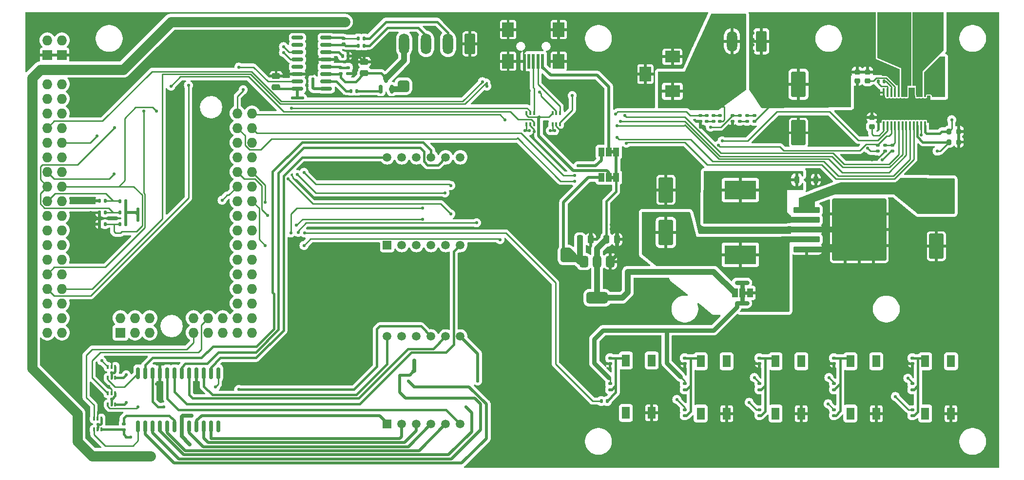
<source format=gbr>
%TF.GenerationSoftware,KiCad,Pcbnew,8.0.3*%
%TF.CreationDate,2024-07-06T20:01:25-04:00*%
%TF.ProjectId,UMTK,554d544b-2e6b-4696-9361-645f70636258,rev?*%
%TF.SameCoordinates,Original*%
%TF.FileFunction,Copper,L1,Top*%
%TF.FilePolarity,Positive*%
%FSLAX46Y46*%
G04 Gerber Fmt 4.6, Leading zero omitted, Abs format (unit mm)*
G04 Created by KiCad (PCBNEW 8.0.3) date 2024-07-06 20:01:25*
%MOMM*%
%LPD*%
G01*
G04 APERTURE LIST*
G04 Aperture macros list*
%AMRoundRect*
0 Rectangle with rounded corners*
0 $1 Rounding radius*
0 $2 $3 $4 $5 $6 $7 $8 $9 X,Y pos of 4 corners*
0 Add a 4 corners polygon primitive as box body*
4,1,4,$2,$3,$4,$5,$6,$7,$8,$9,$2,$3,0*
0 Add four circle primitives for the rounded corners*
1,1,$1+$1,$2,$3*
1,1,$1+$1,$4,$5*
1,1,$1+$1,$6,$7*
1,1,$1+$1,$8,$9*
0 Add four rect primitives between the rounded corners*
20,1,$1+$1,$2,$3,$4,$5,0*
20,1,$1+$1,$4,$5,$6,$7,0*
20,1,$1+$1,$6,$7,$8,$9,0*
20,1,$1+$1,$8,$9,$2,$3,0*%
G04 Aperture macros list end*
%TA.AperFunction,EtchedComponent*%
%ADD10C,0.000000*%
%TD*%
%TA.AperFunction,ComponentPad*%
%ADD11RoundRect,0.250000X0.650000X1.550000X-0.650000X1.550000X-0.650000X-1.550000X0.650000X-1.550000X0*%
%TD*%
%TA.AperFunction,ComponentPad*%
%ADD12O,1.800000X3.600000*%
%TD*%
%TA.AperFunction,SMDPad,CuDef*%
%ADD13RoundRect,0.250000X-0.475000X0.250000X-0.475000X-0.250000X0.475000X-0.250000X0.475000X0.250000X0*%
%TD*%
%TA.AperFunction,SMDPad,CuDef*%
%ADD14R,1.000000X1.500000*%
%TD*%
%TA.AperFunction,SMDPad,CuDef*%
%ADD15RoundRect,0.225000X0.250000X-0.225000X0.250000X0.225000X-0.250000X0.225000X-0.250000X-0.225000X0*%
%TD*%
%TA.AperFunction,SMDPad,CuDef*%
%ADD16RoundRect,0.135000X0.185000X-0.135000X0.185000X0.135000X-0.185000X0.135000X-0.185000X-0.135000X0*%
%TD*%
%TA.AperFunction,SMDPad,CuDef*%
%ADD17RoundRect,0.135000X0.135000X0.185000X-0.135000X0.185000X-0.135000X-0.185000X0.135000X-0.185000X0*%
%TD*%
%TA.AperFunction,SMDPad,CuDef*%
%ADD18RoundRect,0.150000X-0.150000X0.875000X-0.150000X-0.875000X0.150000X-0.875000X0.150000X0.875000X0*%
%TD*%
%TA.AperFunction,SMDPad,CuDef*%
%ADD19RoundRect,0.140000X0.170000X-0.140000X0.170000X0.140000X-0.170000X0.140000X-0.170000X-0.140000X0*%
%TD*%
%TA.AperFunction,SMDPad,CuDef*%
%ADD20RoundRect,0.250000X-2.050000X-0.300000X2.050000X-0.300000X2.050000X0.300000X-2.050000X0.300000X0*%
%TD*%
%TA.AperFunction,SMDPad,CuDef*%
%ADD21RoundRect,0.250000X-2.025000X-2.375000X2.025000X-2.375000X2.025000X2.375000X-2.025000X2.375000X0*%
%TD*%
%TA.AperFunction,SMDPad,CuDef*%
%ADD22RoundRect,0.250002X-4.449998X-5.149998X4.449998X-5.149998X4.449998X5.149998X-4.449998X5.149998X0*%
%TD*%
%TA.AperFunction,SMDPad,CuDef*%
%ADD23RoundRect,0.135000X-0.185000X0.135000X-0.185000X-0.135000X0.185000X-0.135000X0.185000X0.135000X0*%
%TD*%
%TA.AperFunction,SMDPad,CuDef*%
%ADD24RoundRect,0.200000X0.200000X0.275000X-0.200000X0.275000X-0.200000X-0.275000X0.200000X-0.275000X0*%
%TD*%
%TA.AperFunction,SMDPad,CuDef*%
%ADD25RoundRect,0.100000X0.100000X-0.225000X0.100000X0.225000X-0.100000X0.225000X-0.100000X-0.225000X0*%
%TD*%
%TA.AperFunction,SMDPad,CuDef*%
%ADD26RoundRect,0.135000X-0.135000X-0.185000X0.135000X-0.185000X0.135000X0.185000X-0.135000X0.185000X0*%
%TD*%
%TA.AperFunction,SMDPad,CuDef*%
%ADD27RoundRect,0.250000X0.475000X-0.250000X0.475000X0.250000X-0.475000X0.250000X-0.475000X-0.250000X0*%
%TD*%
%TA.AperFunction,SMDPad,CuDef*%
%ADD28RoundRect,0.100000X-0.100000X0.225000X-0.100000X-0.225000X0.100000X-0.225000X0.100000X0.225000X0*%
%TD*%
%TA.AperFunction,SMDPad,CuDef*%
%ADD29RoundRect,0.250000X-1.000000X1.950000X-1.000000X-1.950000X1.000000X-1.950000X1.000000X1.950000X0*%
%TD*%
%TA.AperFunction,SMDPad,CuDef*%
%ADD30RoundRect,0.375000X-0.375000X0.625000X-0.375000X-0.625000X0.375000X-0.625000X0.375000X0.625000X0*%
%TD*%
%TA.AperFunction,SMDPad,CuDef*%
%ADD31RoundRect,0.500000X-1.400000X0.500000X-1.400000X-0.500000X1.400000X-0.500000X1.400000X0.500000X0*%
%TD*%
%TA.AperFunction,SMDPad,CuDef*%
%ADD32RoundRect,0.150000X0.850000X0.150000X-0.850000X0.150000X-0.850000X-0.150000X0.850000X-0.150000X0*%
%TD*%
%TA.AperFunction,SMDPad,CuDef*%
%ADD33RoundRect,0.140000X-0.170000X0.140000X-0.170000X-0.140000X0.170000X-0.140000X0.170000X0.140000X0*%
%TD*%
%TA.AperFunction,ComponentPad*%
%ADD34R,2.600000X2.000000*%
%TD*%
%TA.AperFunction,ComponentPad*%
%ADD35R,2.000000X2.600000*%
%TD*%
%TA.AperFunction,SMDPad,CuDef*%
%ADD36R,1.400000X2.100000*%
%TD*%
%TA.AperFunction,ComponentPad*%
%ADD37R,1.500000X1.500000*%
%TD*%
%TA.AperFunction,ComponentPad*%
%ADD38C,1.500000*%
%TD*%
%TA.AperFunction,SMDPad,CuDef*%
%ADD39RoundRect,0.250000X1.000000X-1.950000X1.000000X1.950000X-1.000000X1.950000X-1.000000X-1.950000X0*%
%TD*%
%TA.AperFunction,SMDPad,CuDef*%
%ADD40RoundRect,0.225000X-0.225000X-0.375000X0.225000X-0.375000X0.225000X0.375000X-0.225000X0.375000X0*%
%TD*%
%TA.AperFunction,SMDPad,CuDef*%
%ADD41R,0.500000X2.500000*%
%TD*%
%TA.AperFunction,SMDPad,CuDef*%
%ADD42R,2.000000X2.500000*%
%TD*%
%TA.AperFunction,SMDPad,CuDef*%
%ADD43RoundRect,0.100000X0.100000X-0.687500X0.100000X0.687500X-0.100000X0.687500X-0.100000X-0.687500X0*%
%TD*%
%TA.AperFunction,HeatsinkPad*%
%ADD44C,0.600000*%
%TD*%
%TA.AperFunction,HeatsinkPad*%
%ADD45R,7.800000X3.400000*%
%TD*%
%TA.AperFunction,SMDPad,CuDef*%
%ADD46RoundRect,0.150000X0.150000X-0.587500X0.150000X0.587500X-0.150000X0.587500X-0.150000X-0.587500X0*%
%TD*%
%TA.AperFunction,SMDPad,CuDef*%
%ADD47RoundRect,0.250000X0.250000X0.475000X-0.250000X0.475000X-0.250000X-0.475000X0.250000X-0.475000X0*%
%TD*%
%TA.AperFunction,ComponentPad*%
%ADD48O,1.727200X1.727200*%
%TD*%
%TA.AperFunction,ComponentPad*%
%ADD49R,1.727200X1.727200*%
%TD*%
%TA.AperFunction,SMDPad,CuDef*%
%ADD50RoundRect,0.140000X0.140000X0.170000X-0.140000X0.170000X-0.140000X-0.170000X0.140000X-0.170000X0*%
%TD*%
%TA.AperFunction,SMDPad,CuDef*%
%ADD51RoundRect,0.140000X-0.140000X-0.170000X0.140000X-0.170000X0.140000X0.170000X-0.140000X0.170000X0*%
%TD*%
%TA.AperFunction,SMDPad,CuDef*%
%ADD52R,5.500000X3.250000*%
%TD*%
%TA.AperFunction,ViaPad*%
%ADD53C,0.560000*%
%TD*%
%TA.AperFunction,ViaPad*%
%ADD54C,0.800000*%
%TD*%
%TA.AperFunction,Conductor*%
%ADD55C,0.254000*%
%TD*%
%TA.AperFunction,Conductor*%
%ADD56C,1.016000*%
%TD*%
%TA.AperFunction,Conductor*%
%ADD57C,0.635000*%
%TD*%
%TA.AperFunction,Conductor*%
%ADD58C,0.381000*%
%TD*%
%TA.AperFunction,Conductor*%
%ADD59C,1.778000*%
%TD*%
%TA.AperFunction,Conductor*%
%ADD60C,0.508000*%
%TD*%
%TA.AperFunction,Conductor*%
%ADD61C,0.762000*%
%TD*%
G04 APERTURE END LIST*
D10*
%TA.AperFunction,EtchedComponent*%
%TO.C,JP2*%
G36*
X122693000Y-45004000D02*
G01*
X122193000Y-45004000D01*
X122193000Y-44404000D01*
X122693000Y-44404000D01*
X122693000Y-45004000D01*
G37*
%TD.AperFunction*%
%TA.AperFunction,EtchedComponent*%
%TO.C,JP3*%
G36*
X122693000Y-49449000D02*
G01*
X122193000Y-49449000D01*
X122193000Y-48849000D01*
X122693000Y-48849000D01*
X122693000Y-49449000D01*
G37*
%TD.AperFunction*%
%TA.AperFunction,EtchedComponent*%
%TO.C,JP1*%
G36*
X145904000Y-69515000D02*
G01*
X145404000Y-69515000D01*
X145404000Y-68915000D01*
X145904000Y-68915000D01*
X145904000Y-69515000D01*
G37*
%TD.AperFunction*%
%TD*%
D11*
%TO.P,J1,1,Pin_1*%
%TO.N,/MotorDriver/VM-*%
X176987200Y-25577800D03*
D12*
%TO.P,J1,2,Pin_2*%
%TO.N,/MotorDriver/VM+*%
X171907200Y-25577800D03*
%TD*%
D13*
%TO.P,C13,1*%
%TO.N,GND*%
X79314000Y-29100500D03*
%TO.P,C13,2*%
%TO.N,/HX711/LCE+*%
X79314000Y-31000500D03*
%TD*%
D14*
%TO.P,JP2,1,A*%
%TO.N,+3V3*%
X123093000Y-44704000D03*
%TO.P,JP2,2,C*%
%TO.N,/Linear Slide/SLIDE_PWR*%
X121793000Y-44704000D03*
%TO.P,JP2,3,B*%
%TO.N,+5V*%
X120493000Y-44704000D03*
%TD*%
D15*
%TO.P,C12,1*%
%TO.N,Net-(U1-DVDD)*%
X167487600Y-40307600D03*
%TO.P,C12,2*%
%TO.N,GND*%
X167487600Y-38757600D03*
%TD*%
D16*
%TO.P,R5,1*%
%TO.N,VMOTOR*%
X147066000Y-39370000D03*
%TO.P,R5,2*%
%TO.N,Net-(R5-Pad2)*%
X147066000Y-38350000D03*
%TD*%
D17*
%TO.P,R19,1*%
%TO.N,/Arduino/MOT_nSLEEP*%
X34292000Y-53213000D03*
%TO.P,R19,2*%
%TO.N,GND*%
X33272000Y-53213000D03*
%TD*%
D16*
%TO.P,R12,1*%
%TO.N,Net-(C2-Pad2)*%
X134960652Y-90510000D03*
%TO.P,R12,2*%
%TO.N,/Arduino/SW_2*%
X134960652Y-89490000D03*
%TD*%
D18*
%TO.P,U6,1,DIN*%
%TO.N,Net-(U5-B)*%
X53974000Y-83141000D03*
%TO.P,U6,2,DIG_0*%
%TO.N,Net-(U6-DIG_0)*%
X52704000Y-83141000D03*
%TO.P,U6,3,DIG_4*%
%TO.N,Net-(U6-DIG_4)*%
X51434000Y-83141000D03*
%TO.P,U6,4,GND*%
%TO.N,GND*%
X50164000Y-83141000D03*
%TO.P,U6,5,DIG_6*%
%TO.N,Net-(U6-DIG_6)*%
X48894000Y-83141000D03*
%TO.P,U6,6,DIG_2*%
%TO.N,Net-(U6-DIG_2)*%
X47624000Y-83141000D03*
%TO.P,U6,7,DIG_3*%
%TO.N,Net-(U6-DIG_3)*%
X46354000Y-83141000D03*
%TO.P,U6,8,DIG_7*%
%TO.N,Net-(U6-DIG_7)*%
X45084000Y-83141000D03*
%TO.P,U6,9,GND*%
%TO.N,GND*%
X43814000Y-83141000D03*
%TO.P,U6,10,DIG_5*%
%TO.N,Net-(U6-DIG_5)*%
X42544000Y-83141000D03*
%TO.P,U6,11,DIG_1*%
%TO.N,Net-(U6-DIG_1)*%
X41274000Y-83141000D03*
%TO.P,U6,12,~{CS}*%
%TO.N,Net-(U3-B)*%
X40004000Y-83141000D03*
%TO.P,U6,13,CLK*%
%TO.N,Net-(U4-B)*%
X40004000Y-92441000D03*
%TO.P,U6,14,SEG_A*%
%TO.N,Net-(U6-SEG_A)*%
X41274000Y-92441000D03*
%TO.P,U6,15,SEG_F*%
%TO.N,Net-(U6-SEG_F)*%
X42544000Y-92441000D03*
%TO.P,U6,16,SEG_B*%
%TO.N,Net-(U6-SEG_B)*%
X43814000Y-92441000D03*
%TO.P,U6,17,SEG_G*%
%TO.N,Net-(U6-SEG_G)*%
X45084000Y-92441000D03*
%TO.P,U6,18,ISET*%
%TO.N,Net-(U6-ISET)*%
X46354000Y-92441000D03*
%TO.P,U6,19,V+*%
%TO.N,+5V*%
X47624000Y-92441000D03*
%TO.P,U6,20,SEG_C*%
%TO.N,Net-(U6-SEG_C)*%
X48894000Y-92441000D03*
%TO.P,U6,21,SEG_E*%
%TO.N,Net-(U6-SEG_E)*%
X50164000Y-92441000D03*
%TO.P,U6,22,SEG_DP*%
%TO.N,Net-(U6-SEG_DP)*%
X51434000Y-92441000D03*
%TO.P,U6,23,SEG_D*%
%TO.N,Net-(U6-SEG_D)*%
X52704000Y-92441000D03*
%TO.P,U6,24,DOUT*%
%TO.N,unconnected-(U6-DOUT-Pad24)*%
X53974000Y-92441000D03*
%TD*%
D16*
%TO.P,R17,1*%
%TO.N,Net-(C5-Pad2)*%
X174500000Y-86010000D03*
%TO.P,R17,2*%
%TO.N,VDD*%
X174500000Y-84990000D03*
%TD*%
D19*
%TO.P,C5,1*%
%TO.N,GND*%
X174500000Y-81480000D03*
%TO.P,C5,2*%
%TO.N,Net-(C5-Pad2)*%
X174500000Y-80520000D03*
%TD*%
D20*
%TO.P,U10,1,VIN*%
%TO.N,+12V*%
X156150000Y-54829000D03*
%TO.P,U10,2,OUT*%
%TO.N,Net-(D1-K)*%
X156150000Y-56529000D03*
%TO.P,U10,3,GND*%
%TO.N,GND*%
X156150000Y-58229000D03*
D21*
X162875000Y-55454000D03*
X162875000Y-61004000D03*
D22*
X165300000Y-58229000D03*
D21*
X167725000Y-55454000D03*
X167725000Y-61004000D03*
D20*
%TO.P,U10,4,FB*%
%TO.N,+5V*%
X156150000Y-59929000D03*
%TO.P,U10,5,~{ON}/OFF*%
%TO.N,GND*%
X156150000Y-61629000D03*
%TD*%
D17*
%TO.P,R30,1*%
%TO.N,/HX711/LCS+*%
X79316000Y-24970500D03*
%TO.P,R30,2*%
%TO.N,Net-(U2-INA+)*%
X78296000Y-24970500D03*
%TD*%
D23*
%TO.P,R21,1*%
%TO.N,/MotorDriver/SR - Slew Rate Adjust*%
X171069000Y-43557000D03*
%TO.P,R21,2*%
%TO.N,+5V*%
X171069000Y-44577000D03*
%TD*%
D16*
%TO.P,R33,1*%
%TO.N,+5V*%
X37500000Y-93020000D03*
%TO.P,R33,2*%
%TO.N,Net-(U6-ISET)*%
X37500000Y-92000000D03*
%TD*%
D14*
%TO.P,JP3,1,A*%
%TO.N,+3V3*%
X123093000Y-49149000D03*
%TO.P,JP3,2,C*%
%TO.N,/Linear Slide/_SLIDE_DATA_LVL_*%
X121793000Y-49149000D03*
%TO.P,JP3,3,B*%
%TO.N,+5V*%
X120493000Y-49149000D03*
%TD*%
D24*
%TO.P,R27,1*%
%TO.N,GND*%
X182552667Y-43000000D03*
%TO.P,R27,2*%
%TO.N,/Arduino/MOT_SENSE1*%
X180902667Y-43000000D03*
%TD*%
D25*
%TO.P,U11,1,VCCA*%
%TO.N,VDD*%
X107514000Y-39873000D03*
%TO.P,U11,2,GND*%
%TO.N,GND*%
X108164000Y-39873000D03*
%TO.P,U11,3,A*%
%TO.N,/Arduino/SLIDE_CLK*%
X108814000Y-39873000D03*
%TO.P,U11,4,B*%
%TO.N,/Linear Slide/_SLIDE_CLK_*%
X108814000Y-37973000D03*
%TO.P,U11,5,DIR*%
%TO.N,/Arduino/SLIDE_CLK_DIR*%
X108164000Y-37973000D03*
%TO.P,U11,6,VCCB*%
%TO.N,/Linear Slide/_SLIDE_DATA_LVL_*%
X107514000Y-37973000D03*
%TD*%
D23*
%TO.P,R2,1*%
%TO.N,Net-(R1-Pad2)*%
X139954000Y-38352000D03*
%TO.P,R2,2*%
%TO.N,Net-(R2-Pad2)*%
X139954000Y-39372000D03*
%TD*%
D26*
%TO.P,R23,1*%
%TO.N,/Arduino/MOT_nOL*%
X36826000Y-55245000D03*
%TO.P,R23,2*%
%TO.N,VDD*%
X37846000Y-55245000D03*
%TD*%
D15*
%TO.P,C9,1*%
%TO.N,GND*%
X164957667Y-32372500D03*
%TO.P,C9,2*%
%TO.N,VMOTOR*%
X164957667Y-30822500D03*
%TD*%
D27*
%TO.P,C16,1*%
%TO.N,VDD*%
X64000000Y-33450000D03*
%TO.P,C16,2*%
%TO.N,GND*%
X64000000Y-31550000D03*
%TD*%
D17*
%TO.P,R20,1*%
%TO.N,/Arduino/MOT_nOL*%
X34292000Y-55245000D03*
%TO.P,R20,2*%
%TO.N,GND*%
X33272000Y-55245000D03*
%TD*%
D23*
%TO.P,R6,1*%
%TO.N,Net-(R5-Pad2)*%
X145796000Y-38350000D03*
%TO.P,R6,2*%
%TO.N,Net-(R6-Pad2)*%
X145796000Y-39370000D03*
%TD*%
D28*
%TO.P,U3,1,VCCA*%
%TO.N,VDD*%
X36056000Y-82050000D03*
%TO.P,U3,2,GND*%
%TO.N,GND*%
X35406000Y-82050000D03*
%TO.P,U3,3,A*%
%TO.N,/7Seg_Display/CS*%
X34756000Y-82050000D03*
%TO.P,U3,4,B*%
%TO.N,Net-(U3-B)*%
X34756000Y-83950000D03*
%TO.P,U3,5,DIR*%
%TO.N,VDD*%
X35406000Y-83950000D03*
%TO.P,U3,6,VCCB*%
%TO.N,+5V*%
X36056000Y-83950000D03*
%TD*%
D16*
%TO.P,R15,1*%
%TO.N,Net-(C4-Pad2)*%
X160881956Y-86010000D03*
%TO.P,R15,2*%
%TO.N,VDD*%
X160881956Y-84990000D03*
%TD*%
%TO.P,R34,1*%
%TO.N,GND*%
X169799000Y-44579000D03*
%TO.P,R34,2*%
%TO.N,/MotorDriver/SR - Slew Rate Adjust*%
X169799000Y-43559000D03*
%TD*%
%TO.P,R13,1*%
%TO.N,Net-(C3-Pad2)*%
X147921304Y-86010000D03*
%TO.P,R13,2*%
%TO.N,VDD*%
X147921304Y-84990000D03*
%TD*%
D28*
%TO.P,U4,1,VCCA*%
%TO.N,VDD*%
X33650000Y-91050000D03*
%TO.P,U4,2,GND*%
%TO.N,GND*%
X33000000Y-91050000D03*
%TO.P,U4,3,A*%
%TO.N,/7Seg_Display/CLK*%
X32350000Y-91050000D03*
%TO.P,U4,4,B*%
%TO.N,Net-(U4-B)*%
X32350000Y-92950000D03*
%TO.P,U4,5,DIR*%
%TO.N,VDD*%
X33000000Y-92950000D03*
%TO.P,U4,6,VCCB*%
%TO.N,+5V*%
X33650000Y-92950000D03*
%TD*%
D16*
%TO.P,R7,1*%
%TO.N,Net-(R6-Pad2)*%
X144526000Y-39366000D03*
%TO.P,R7,2*%
%TO.N,/Arduino/VM_Sense*%
X144526000Y-38346000D03*
%TD*%
D29*
%TO.P,C17,1,1*%
%TO.N,+12V*%
X178689000Y-52696000D03*
%TO.P,C17,2,2*%
%TO.N,GND*%
X178689000Y-61096000D03*
%TD*%
D30*
%TO.P,U13,1,GND*%
%TO.N,GND*%
X122061000Y-63754000D03*
%TO.P,U13,2,VO*%
%TO.N,+3V3*%
X119761000Y-63754000D03*
D31*
X119761000Y-70054000D03*
D30*
%TO.P,U13,3,VI*%
%TO.N,+5V*%
X117461000Y-63754000D03*
%TD*%
D17*
%TO.P,R32,1*%
%TO.N,Net-(Q1-B)*%
X78046000Y-34114500D03*
%TO.P,R32,2*%
%TO.N,Net-(U2-BASE)*%
X77026000Y-34114500D03*
%TD*%
D32*
%TO.P,U2,1,VSUP*%
%TO.N,+5V*%
X72710000Y-33733500D03*
%TO.P,U2,2,BASE*%
%TO.N,Net-(U2-BASE)*%
X72710000Y-32463500D03*
%TO.P,U2,3,AVDD*%
%TO.N,/HX711/LCE+*%
X72710000Y-31193500D03*
%TO.P,U2,4,VFB*%
%TO.N,Net-(U2-VFB)*%
X72710000Y-29923500D03*
%TO.P,U2,5,AGND*%
%TO.N,GND*%
X72710000Y-28653500D03*
%TO.P,U2,6,VBG*%
%TO.N,Net-(U2-VBG)*%
X72710000Y-27383500D03*
%TO.P,U2,7,INA-*%
%TO.N,Net-(U2-INA-)*%
X72710000Y-26113500D03*
%TO.P,U2,8,INA+*%
%TO.N,Net-(U2-INA+)*%
X72710000Y-24843500D03*
%TO.P,U2,9,INB-*%
%TO.N,unconnected-(U2-INB--Pad9)*%
X67710000Y-24843500D03*
%TO.P,U2,10,INB+*%
%TO.N,unconnected-(U2-INB+-Pad10)*%
X67710000Y-26113500D03*
%TO.P,U2,11,PD_SCK*%
%TO.N,/Arduino/LC_SCK*%
X67710000Y-27383500D03*
%TO.P,U2,12,DOUT*%
%TO.N,/Arduino/LC_DT*%
X67710000Y-28653500D03*
%TO.P,U2,13,XO*%
%TO.N,unconnected-(U2-XO-Pad13)*%
X67710000Y-29923500D03*
%TO.P,U2,14,XI*%
%TO.N,GND*%
X67710000Y-31193500D03*
%TO.P,U2,15,RATE*%
%TO.N,/Arduino/LC_RATE*%
X67710000Y-32463500D03*
%TO.P,U2,16,DVDD*%
%TO.N,VDD*%
X67710000Y-33733500D03*
%TD*%
D26*
%TO.P,R22,1*%
%TO.N,/Arduino/MOT_nSLEEP*%
X36826000Y-53255000D03*
%TO.P,R22,2*%
%TO.N,VDD*%
X37846000Y-53255000D03*
%TD*%
D33*
%TO.P,C14,1*%
%TO.N,Net-(U2-INA+)*%
X75758000Y-24998500D03*
%TO.P,C14,2*%
%TO.N,Net-(U2-INA-)*%
X75758000Y-25958500D03*
%TD*%
D25*
%TO.P,U12,1,VCCA*%
%TO.N,VDD*%
X112014000Y-39878000D03*
%TO.P,U12,2,GND*%
%TO.N,GND*%
X112664000Y-39878000D03*
%TO.P,U12,3,A*%
%TO.N,/Arduino/SLIDE_DAT*%
X113314000Y-39878000D03*
%TO.P,U12,4,B*%
%TO.N,/Linear Slide/_SLIDE_DAT_*%
X113314000Y-37978000D03*
%TO.P,U12,5,DIR*%
%TO.N,/Arduino/SLIDE_DAT_DIR*%
X112664000Y-37978000D03*
%TO.P,U12,6,VCCB*%
%TO.N,/Linear Slide/_SLIDE_DATA_LVL_*%
X112014000Y-37978000D03*
%TD*%
D34*
%TO.P,J5,1,1*%
%TO.N,+12V*%
X132839133Y-34176000D03*
%TO.P,J5,2,2*%
%TO.N,GND*%
X132839133Y-28176000D03*
D35*
%TO.P,J5,3,3*%
X128139133Y-31176000D03*
%TD*%
D16*
%TO.P,R1,1*%
%TO.N,+12V*%
X141097000Y-39370000D03*
%TO.P,R1,2*%
%TO.N,Net-(R1-Pad2)*%
X141097000Y-38350000D03*
%TD*%
%TO.P,R11,1*%
%TO.N,Net-(C2-Pad2)*%
X134960652Y-86010000D03*
%TO.P,R11,2*%
%TO.N,VDD*%
X134960652Y-84990000D03*
%TD*%
%TO.P,R14,1*%
%TO.N,Net-(C3-Pad2)*%
X147921304Y-90510000D03*
%TO.P,R14,2*%
%TO.N,/Arduino/SW_3*%
X147921304Y-89490000D03*
%TD*%
D36*
%TO.P,S3,1*%
%TO.N,unconnected-(S3-Pad1)*%
X155250000Y-81075000D03*
%TO.P,S3,2*%
%TO.N,GND*%
X155250000Y-90175000D03*
%TO.P,S3,3*%
%TO.N,Net-(C3-Pad2)*%
X150750000Y-81075000D03*
%TO.P,S3,4*%
%TO.N,unconnected-(S3-Pad4)*%
X150750000Y-90175000D03*
%TD*%
D17*
%TO.P,R31,1*%
%TO.N,/HX711/LCS-*%
X79316000Y-26240500D03*
%TO.P,R31,2*%
%TO.N,Net-(U2-INA-)*%
X78296000Y-26240500D03*
%TD*%
D37*
%TO.P,U8,1,e*%
%TO.N,Net-(U6-SEG_E)*%
X83300000Y-60885000D03*
D38*
%TO.P,U8,2,d*%
%TO.N,Net-(U6-SEG_D)*%
X85840000Y-60885000D03*
%TO.P,U8,3,DPX*%
%TO.N,Net-(U6-SEG_DP)*%
X88380000Y-60885000D03*
%TO.P,U8,4,c*%
%TO.N,Net-(U6-SEG_C)*%
X90920000Y-60885000D03*
%TO.P,U8,5,g*%
%TO.N,Net-(U6-SEG_G)*%
X93460000Y-60885000D03*
%TO.P,U8,6,CA4*%
%TO.N,Net-(U6-DIG_3)*%
X96000000Y-60885000D03*
%TO.P,U8,7,b*%
%TO.N,Net-(U6-SEG_B)*%
X96000000Y-45645000D03*
%TO.P,U8,8,CA3*%
%TO.N,Net-(U6-DIG_2)*%
X93460000Y-45645000D03*
%TO.P,U8,9,CA2*%
%TO.N,Net-(U6-DIG_1)*%
X90920000Y-45645000D03*
%TO.P,U8,10,f*%
%TO.N,Net-(U6-SEG_F)*%
X88380000Y-45645000D03*
%TO.P,U8,11,a*%
%TO.N,Net-(U6-SEG_A)*%
X85840000Y-45645000D03*
%TO.P,U8,12,CA1*%
%TO.N,Net-(U6-DIG_0)*%
X83300000Y-45645000D03*
%TD*%
D39*
%TO.P,C21,1,1*%
%TO.N,+5V*%
X131699000Y-58700000D03*
%TO.P,C21,2,2*%
%TO.N,GND*%
X131699000Y-51300000D03*
%TD*%
D17*
%TO.P,R10,1*%
%TO.N,Net-(C1-Pad2)*%
X121510000Y-88000000D03*
%TO.P,R10,2*%
%TO.N,/Arduino/SW_1*%
X120490000Y-88000000D03*
%TD*%
%TO.P,R35,1*%
%TO.N,/Arduino/MOT_nITRIP*%
X34292000Y-57277000D03*
%TO.P,R35,2*%
%TO.N,GND*%
X33272000Y-57277000D03*
%TD*%
D40*
%TO.P,D1,1,K*%
%TO.N,Net-(D1-K)*%
X154433000Y-49530000D03*
%TO.P,D1,2,A*%
%TO.N,GND*%
X157733000Y-49530000D03*
%TD*%
D36*
%TO.P,S5,1*%
%TO.N,unconnected-(S5-Pad1)*%
X181250000Y-81075000D03*
%TO.P,S5,2*%
%TO.N,GND*%
X181250000Y-90175000D03*
%TO.P,S5,3*%
%TO.N,Net-(C5-Pad2)*%
X176750000Y-81075000D03*
%TO.P,S5,4*%
%TO.N,unconnected-(S5-Pad4)*%
X176750000Y-90175000D03*
%TD*%
%TO.P,S4,1*%
%TO.N,unconnected-(S4-Pad1)*%
X168250000Y-81075000D03*
%TO.P,S4,2*%
%TO.N,GND*%
X168250000Y-90175000D03*
%TO.P,S4,3*%
%TO.N,Net-(C4-Pad2)*%
X163750000Y-81075000D03*
%TO.P,S4,4*%
%TO.N,unconnected-(S4-Pad4)*%
X163750000Y-90175000D03*
%TD*%
D16*
%TO.P,R28,1*%
%TO.N,/HX711/LCE+*%
X75250000Y-31068500D03*
%TO.P,R28,2*%
%TO.N,Net-(U2-VFB)*%
X75250000Y-30048500D03*
%TD*%
D41*
%TO.P,J8,1,VBUS*%
%TO.N,/Linear Slide/SLIDE_PWR*%
X110300000Y-28959000D03*
%TO.P,J8,2,D-*%
%TO.N,/Linear Slide/_SLIDE_DAT_*%
X109500000Y-28959000D03*
%TO.P,J8,3,D+*%
%TO.N,/Linear Slide/_SLIDE_CLK_*%
X108700000Y-28959000D03*
%TO.P,J8,4,ID*%
%TO.N,unconnected-(J8-ID-Pad4)*%
X107900000Y-28959000D03*
%TO.P,J8,5,GND*%
%TO.N,GND*%
X107100000Y-28959000D03*
D42*
%TO.P,J8,6,SHLD1*%
X113100000Y-28959000D03*
X113100000Y-23459000D03*
X104300000Y-28959000D03*
X104300000Y-23459000D03*
%TD*%
D43*
%TO.P,U1,1,DVDD*%
%TO.N,Net-(U1-DVDD)*%
X169564000Y-40122000D03*
%TO.P,U1,2,~{FAULT}*%
%TO.N,/Arduino/MOT_nFAULT*%
X170214000Y-40122000D03*
%TO.P,U1,3,SDO*%
%TO.N,/Arduino/MOT_MODE*%
X170864000Y-40122000D03*
%TO.P,U1,4,SDI*%
%TO.N,/MotorDriver/SR - Slew Rate Adjust*%
X171514000Y-40122000D03*
%TO.P,U1,5,SCLK*%
%TO.N,/Arduino/MOT_nITRIP*%
X172164000Y-40122000D03*
%TO.P,U1,6,~{SCS}*%
%TO.N,/Arduino/MOT_nOL*%
X172814000Y-40122000D03*
%TO.P,U1,7,EN/IN1*%
%TO.N,/Arduino/MOT_EN_N1*%
X173464000Y-40122000D03*
%TO.P,U1,8,PH/IN2*%
%TO.N,/Arduino/MOT_PH_IN2*%
X174114000Y-40122000D03*
%TO.P,U1,9,DISABLE*%
%TO.N,/Arduino/MOT_DISABLE*%
X174764000Y-40122000D03*
%TO.P,U1,10,IPROPI1*%
%TO.N,/Arduino/MOT_SENSE1*%
X175414000Y-40122000D03*
%TO.P,U1,11,~{SLEEP}*%
%TO.N,/Arduino/MOT_nSLEEP*%
X176064000Y-40122000D03*
%TO.P,U1,12,IPROPI2*%
%TO.N,/Arduino/MOT_SENSE2*%
X176714000Y-40122000D03*
%TO.P,U1,13,VM*%
%TO.N,VMOTOR*%
X176714000Y-34397000D03*
%TO.P,U1,14,OUT2*%
%TO.N,/MotorDriver/VM-*%
X176064000Y-34397000D03*
%TO.P,U1,15,OUT2*%
X175414000Y-34397000D03*
%TO.P,U1,16,SRC*%
%TO.N,GND*%
X174764000Y-34397000D03*
%TO.P,U1,17,SRC*%
X174114000Y-34397000D03*
%TO.P,U1,18,OUT1*%
%TO.N,/MotorDriver/VM+*%
X173464000Y-34397000D03*
%TO.P,U1,19,OUT1*%
X172814000Y-34397000D03*
%TO.P,U1,20,VM*%
%TO.N,VMOTOR*%
X172164000Y-34397000D03*
%TO.P,U1,21,VCP*%
%TO.N,Net-(U1-VCP)*%
X171514000Y-34397000D03*
%TO.P,U1,22,CPH*%
%TO.N,Net-(U1-CPH)*%
X170864000Y-34397000D03*
%TO.P,U1,23,CPL*%
%TO.N,Net-(U1-CPL)*%
X170214000Y-34397000D03*
%TO.P,U1,24,GND*%
%TO.N,GND*%
X169564000Y-34397000D03*
D44*
%TO.P,U1,25,EP*%
X169889000Y-38559500D03*
X171189000Y-38559500D03*
X172489000Y-38559500D03*
X173789000Y-38559500D03*
X175089000Y-38559500D03*
X176389000Y-38559500D03*
X169889000Y-37259500D03*
X171189000Y-37259500D03*
X172489000Y-37259500D03*
D45*
X173139000Y-37259500D03*
D44*
X173789000Y-37259500D03*
X175089000Y-37259500D03*
X176389000Y-37259500D03*
X169889000Y-35959500D03*
X171189000Y-35959500D03*
X172489000Y-35959500D03*
X173789000Y-35959500D03*
X175089000Y-35959500D03*
X176389000Y-35959500D03*
%TD*%
D16*
%TO.P,R9,1*%
%TO.N,Net-(C1-Pad2)*%
X122000000Y-86010000D03*
%TO.P,R9,2*%
%TO.N,VDD*%
X122000000Y-84990000D03*
%TD*%
D19*
%TO.P,C3,1*%
%TO.N,GND*%
X147921304Y-81480000D03*
%TO.P,C3,2*%
%TO.N,Net-(C3-Pad2)*%
X147921304Y-80520000D03*
%TD*%
D16*
%TO.P,R18,1*%
%TO.N,Net-(C5-Pad2)*%
X174500000Y-90510000D03*
%TO.P,R18,2*%
%TO.N,/Arduino/SW_5*%
X174500000Y-89490000D03*
%TD*%
D36*
%TO.P,S2,1*%
%TO.N,unconnected-(S2-Pad1)*%
X142250000Y-81075000D03*
%TO.P,S2,2*%
%TO.N,GND*%
X142250000Y-90175000D03*
%TO.P,S2,3*%
%TO.N,Net-(C2-Pad2)*%
X137750000Y-81075000D03*
%TO.P,S2,4*%
%TO.N,unconnected-(S2-Pad4)*%
X137750000Y-90175000D03*
%TD*%
D46*
%TO.P,Q1,1,B*%
%TO.N,Net-(Q1-B)*%
X82174000Y-33782000D03*
%TO.P,Q1,2,E*%
%TO.N,+5V*%
X84074000Y-33782000D03*
%TO.P,Q1,3,C*%
%TO.N,/HX711/LCE+*%
X83124000Y-31907000D03*
%TD*%
D47*
%TO.P,C19,1*%
%TO.N,GND*%
X123251000Y-59919000D03*
%TO.P,C19,2*%
%TO.N,+3V3*%
X121351000Y-59919000D03*
%TD*%
D48*
%TO.P,A2,3V31,3.3V*%
%TO.N,unconnected-(A2-3.3V-Pad3V31)*%
X26796000Y-32927000D03*
%TO.P,A2,3V32,3.3V*%
%TO.N,unconnected-(A2-3.3V-Pad3V32)*%
X24256000Y-32927000D03*
%TO.P,A2,5V1,5V*%
%TO.N,+5V*%
X26796000Y-30387000D03*
%TO.P,A2,5V2,SPI_5V*%
%TO.N,unconnected-(A2-SPI_5V-Pad5V2)*%
X42036000Y-76107000D03*
%TO.P,A2,5V3,5V*%
%TO.N,+5V*%
X24256000Y-30387000D03*
%TO.P,A2,A0,A0*%
%TO.N,/Arduino/Vin_Sense*%
X59816000Y-38007000D03*
%TO.P,A2,A1,A1*%
%TO.N,/Arduino/VM_Sense*%
X57276000Y-38007000D03*
%TO.P,A2,A2,A2*%
%TO.N,/Arduino/MOT_SENSE1*%
X59816000Y-40547000D03*
%TO.P,A2,A3,A3*%
%TO.N,/Arduino/MOT_SENSE2*%
X57276000Y-40547000D03*
%TO.P,A2,A4,A4*%
%TO.N,unconnected-(A2-PadA4)*%
X59816000Y-43087000D03*
%TO.P,A2,A5,A5*%
%TO.N,unconnected-(A2-PadA5)*%
X57276000Y-43087000D03*
%TO.P,A2,A6,A6*%
%TO.N,unconnected-(A2-PadA6)*%
X59816000Y-45627000D03*
%TO.P,A2,A7,A7*%
%TO.N,unconnected-(A2-PadA7)*%
X57276000Y-45627000D03*
%TO.P,A2,A8,A8*%
%TO.N,/Arduino/SW_1*%
X59816000Y-48167000D03*
%TO.P,A2,A9,A9*%
%TO.N,/Arduino/SW_2*%
X57276000Y-48167000D03*
%TO.P,A2,A10,A10*%
%TO.N,/Arduino/SW_3*%
X59816000Y-50707000D03*
%TO.P,A2,A11,A11*%
%TO.N,/Arduino/SW_4*%
X57276000Y-50707000D03*
%TO.P,A2,A12,A12*%
%TO.N,/Arduino/SW_5*%
X59816000Y-53247000D03*
%TO.P,A2,A13,A13*%
%TO.N,unconnected-(A2-PadA13)*%
X57276000Y-53247000D03*
%TO.P,A2,A14,A14*%
%TO.N,unconnected-(A2-PadA14)*%
X59816000Y-55787000D03*
%TO.P,A2,A15,A15*%
%TO.N,unconnected-(A2-PadA15)*%
X57276000Y-55787000D03*
%TO.P,A2,AREF,AREF*%
%TO.N,unconnected-(A2-PadAREF)*%
X26796000Y-35467000D03*
%TO.P,A2,D0,D0/RX0*%
%TO.N,unconnected-(A2-D0{slash}RX0-PadD0)*%
X26796000Y-38007000D03*
%TO.P,A2,D1,D1/TX0*%
%TO.N,unconnected-(A2-D1{slash}TX0-PadD1)*%
X24256000Y-38007000D03*
%TO.P,A2,D2,D2_INT0*%
%TO.N,unconnected-(A2-D2_INT0-PadD2)*%
X26796000Y-40547000D03*
%TO.P,A2,D3,D3_INT1*%
%TO.N,/Arduino/SLIDE_DAT*%
X24256000Y-40547000D03*
%TO.P,A2,D4,D4*%
%TO.N,/Arduino/SLIDE_CLK*%
X26796000Y-43087000D03*
%TO.P,A2,D5,D5*%
%TO.N,/Arduino/LC_SCK*%
X24256000Y-43087000D03*
%TO.P,A2,D6,D6*%
%TO.N,/Arduino/LC_DT*%
X26796000Y-45627000D03*
%TO.P,A2,D7,D7*%
%TO.N,/Arduino/MOT_DISABLE*%
X24256000Y-45627000D03*
%TO.P,A2,D8,D8*%
%TO.N,/Arduino/MOT_EN_N1*%
X26796000Y-48167000D03*
%TO.P,A2,D9,D9*%
%TO.N,/Arduino/MOT_PH_IN2*%
X24256000Y-48167000D03*
%TO.P,A2,D10,D10*%
%TO.N,/Arduino/MOT_nITRIP*%
X26796000Y-50707000D03*
%TO.P,A2,D11,D11*%
%TO.N,/Arduino/MOT_nOL*%
X24256000Y-50707000D03*
%TO.P,A2,D12,D12*%
%TO.N,/Arduino/MOT_nFAULT*%
X26796000Y-53247000D03*
%TO.P,A2,D13,D13*%
%TO.N,/Arduino/MOT_nSLEEP*%
X24256000Y-53247000D03*
%TO.P,A2,D14,D14/TX3*%
%TO.N,unconnected-(A2-D14{slash}TX3-PadD14)*%
X26796000Y-55787000D03*
%TO.P,A2,D15,D15/RX3*%
%TO.N,unconnected-(A2-D15{slash}RX3-PadD15)*%
X24256000Y-55787000D03*
%TO.P,A2,D16,D16/TX2*%
%TO.N,unconnected-(A2-D16{slash}TX2-PadD16)*%
X26796000Y-58327000D03*
%TO.P,A2,D17,D17/RX2*%
%TO.N,unconnected-(A2-D17{slash}RX2-PadD17)*%
X24256000Y-58327000D03*
%TO.P,A2,D18,D18/TX1*%
%TO.N,unconnected-(A2-D18{slash}TX1-PadD18)*%
X26796000Y-60867000D03*
%TO.P,A2,D19,D19/RX1*%
%TO.N,unconnected-(A2-D19{slash}RX1-PadD19)*%
X24256000Y-60867000D03*
%TO.P,A2,D20,D20/SDA*%
%TO.N,unconnected-(A2-D20{slash}SDA-PadD20)*%
X26796000Y-63407000D03*
%TO.P,A2,D21,D21/SCL*%
%TO.N,unconnected-(A2-D21{slash}SCL-PadD21)*%
X24256000Y-63407000D03*
%TO.P,A2,D22,D22*%
%TO.N,/Arduino/MOT_MODE*%
X26796000Y-65947000D03*
%TO.P,A2,D23,D23*%
%TO.N,/Arduino/SLIDE_CLK_DIR*%
X24256000Y-65947000D03*
%TO.P,A2,D24,D24*%
%TO.N,/Arduino/SLIDE_DAT_DIR*%
X26796000Y-68487000D03*
%TO.P,A2,D25,D25*%
%TO.N,/Arduino/LC_RATE*%
X24256000Y-68487000D03*
%TO.P,A2,D26,D26*%
%TO.N,/7Seg_Display/CS*%
X26796000Y-71027000D03*
%TO.P,A2,D27,D27*%
%TO.N,unconnected-(A2-PadD27)*%
X24256000Y-71027000D03*
%TO.P,A2,D28,D28*%
%TO.N,unconnected-(A2-PadD28)*%
X26796000Y-73567000D03*
%TO.P,A2,D29,D29*%
%TO.N,unconnected-(A2-PadD29)*%
X24256000Y-73567000D03*
%TO.P,A2,D30,D30*%
%TO.N,unconnected-(A2-PadD30)*%
X26796000Y-76107000D03*
%TO.P,A2,D31,D31*%
%TO.N,unconnected-(A2-PadD31)*%
X24256000Y-76107000D03*
%TO.P,A2,D32,D32*%
%TO.N,unconnected-(A2-PadD32)*%
X59816000Y-58327000D03*
%TO.P,A2,D33,D33*%
%TO.N,unconnected-(A2-PadD33)*%
X57276000Y-58327000D03*
%TO.P,A2,D34,D34*%
%TO.N,unconnected-(A2-PadD34)*%
X59816000Y-60867000D03*
%TO.P,A2,D35,D35*%
%TO.N,unconnected-(A2-PadD35)*%
X57276000Y-60867000D03*
%TO.P,A2,D36,D36*%
%TO.N,unconnected-(A2-PadD36)*%
X59816000Y-63407000D03*
%TO.P,A2,D37,D37*%
%TO.N,unconnected-(A2-PadD37)*%
X57276000Y-63407000D03*
%TO.P,A2,D38,D38*%
%TO.N,unconnected-(A2-PadD38)*%
X59816000Y-65947000D03*
%TO.P,A2,D39,D39*%
%TO.N,unconnected-(A2-PadD39)*%
X57276000Y-65947000D03*
%TO.P,A2,D40,D40*%
%TO.N,unconnected-(A2-PadD40)*%
X59816000Y-68487000D03*
%TO.P,A2,D41,D41*%
%TO.N,unconnected-(A2-PadD41)*%
X57276000Y-68487000D03*
%TO.P,A2,D42,D42*%
%TO.N,unconnected-(A2-PadD42)*%
X59816000Y-71027000D03*
%TO.P,A2,D43,D43*%
%TO.N,unconnected-(A2-PadD43)*%
X57276000Y-71027000D03*
%TO.P,A2,D44,D44*%
%TO.N,unconnected-(A2-PadD44)*%
X59816000Y-73567000D03*
%TO.P,A2,D45,D45*%
%TO.N,unconnected-(A2-PadD45)*%
X57276000Y-73567000D03*
%TO.P,A2,D46,D46*%
%TO.N,unconnected-(A2-PadD46)*%
X59816000Y-76107000D03*
%TO.P,A2,D47,D47*%
%TO.N,unconnected-(A2-PadD47)*%
X57276000Y-76107000D03*
%TO.P,A2,D48,D48*%
%TO.N,unconnected-(A2-PadD48)*%
X54736000Y-76107000D03*
%TO.P,A2,D49,D49*%
%TO.N,unconnected-(A2-PadD49)*%
X54736000Y-73567000D03*
%TO.P,A2,D50,D50_MISO*%
%TO.N,unconnected-(A2-D50_MISO-PadD50)*%
X52196000Y-76107000D03*
%TO.P,A2,D51,D51_MOSI*%
%TO.N,/7Seg_Display/DIN*%
X52196000Y-73567000D03*
%TO.P,A2,D52,D52_SCK*%
%TO.N,/7Seg_Display/CLK*%
X49656000Y-76107000D03*
%TO.P,A2,D53,D53_CS*%
%TO.N,unconnected-(A2-D53_CS-PadD53)*%
X49656000Y-73567000D03*
D49*
%TO.P,A2,GND1,GND*%
%TO.N,GND*%
X26796000Y-27847000D03*
%TO.P,A2,GND2,GND*%
X24256000Y-27847000D03*
%TO.P,A2,GND4,SPI_GND*%
%TO.N,unconnected-(A2-SPI_GND-PadGND4)*%
X36956000Y-76107000D03*
D48*
%TO.P,A2,MISO,SPI_MISO*%
%TO.N,unconnected-(A2-SPI_MISO-PadMISO)*%
X42036000Y-73567000D03*
%TO.P,A2,MOSI,SPI_MOSI*%
%TO.N,unconnected-(A2-SPI_MOSI-PadMOSI)*%
X39496000Y-76107000D03*
%TO.P,A2,RST1,RESET*%
%TO.N,unconnected-(A2-RESET-PadRST1)*%
X24256000Y-35467000D03*
%TO.P,A2,RST2,SPI_RESET*%
%TO.N,unconnected-(A2-SPI_RESET-PadRST2)*%
X36956000Y-73567000D03*
%TO.P,A2,SCK,SPI_SCK*%
%TO.N,unconnected-(A2-SPI_SCK-PadSCK)*%
X39496000Y-73567000D03*
%TO.P,A2,VIN1,VIN*%
%TO.N,unconnected-(A2-VIN-PadVIN1)*%
X26796000Y-25307000D03*
%TO.P,A2,VIN2,VIN*%
%TO.N,unconnected-(A2-VIN-PadVIN2)*%
X24256000Y-25307000D03*
%TD*%
D16*
%TO.P,R16,1*%
%TO.N,Net-(C4-Pad2)*%
X160881956Y-90510000D03*
%TO.P,R16,2*%
%TO.N,/Arduino/SW_4*%
X160881956Y-89490000D03*
%TD*%
D26*
%TO.P,R24,1*%
%TO.N,/Arduino/MOT_nITRIP*%
X36826000Y-57235000D03*
%TO.P,R24,2*%
%TO.N,VDD*%
X37846000Y-57235000D03*
%TD*%
D16*
%TO.P,R25,1*%
%TO.N,VDD*%
X168529000Y-44579000D03*
%TO.P,R25,2*%
%TO.N,/Arduino/MOT_MODE*%
X168529000Y-43559000D03*
%TD*%
D15*
%TO.P,C8,1*%
%TO.N,Net-(U1-VCP)*%
X166735667Y-32372500D03*
%TO.P,C8,2*%
%TO.N,VMOTOR*%
X166735667Y-30822500D03*
%TD*%
D11*
%TO.P,J3,1,1*%
%TO.N,GND*%
X97660000Y-25932500D03*
D12*
%TO.P,J3,2,2*%
%TO.N,/HX711/LCS+*%
X93850000Y-25932500D03*
%TO.P,J3,3,3*%
%TO.N,/HX711/LCS-*%
X90040000Y-25932500D03*
%TO.P,J3,4,4*%
%TO.N,/HX711/LCE+*%
X86230000Y-25932500D03*
%TD*%
D23*
%TO.P,R8,1*%
%TO.N,/Arduino/VM_Sense*%
X143256000Y-38346000D03*
%TO.P,R8,2*%
%TO.N,GND*%
X143256000Y-39366000D03*
%TD*%
D50*
%TO.P,C7,1*%
%TO.N,Net-(U1-CPH)*%
X169593200Y-32496800D03*
%TO.P,C7,2*%
%TO.N,Net-(U1-CPL)*%
X168633200Y-32496800D03*
%TD*%
D19*
%TO.P,C2,1*%
%TO.N,GND*%
X134960652Y-81480000D03*
%TO.P,C2,2*%
%TO.N,Net-(C2-Pad2)*%
X134960652Y-80520000D03*
%TD*%
D24*
%TO.P,R26,1*%
%TO.N,GND*%
X182552667Y-41148000D03*
%TO.P,R26,2*%
%TO.N,/Arduino/MOT_SENSE2*%
X180902667Y-41148000D03*
%TD*%
D16*
%TO.P,R29,1*%
%TO.N,GND*%
X76520000Y-31068500D03*
%TO.P,R29,2*%
%TO.N,Net-(U2-VFB)*%
X76520000Y-30048500D03*
%TD*%
D11*
%TO.P,J2,1,Pin_1*%
%TO.N,VMOTOR*%
X148281000Y-25487700D03*
D12*
%TO.P,J2,2,Pin_2*%
%TO.N,+12V*%
X143201000Y-25487700D03*
%TD*%
D29*
%TO.P,C11,1*%
%TO.N,VMOTOR*%
X154744000Y-32985500D03*
%TO.P,C11,2*%
%TO.N,GND*%
X154744000Y-41385500D03*
%TD*%
D36*
%TO.P,S1,1*%
%TO.N,unconnected-(S1-Pad1)*%
X129250000Y-80950000D03*
%TO.P,S1,2*%
%TO.N,GND*%
X129250000Y-90050000D03*
%TO.P,S1,3*%
%TO.N,Net-(C1-Pad2)*%
X124750000Y-80950000D03*
%TO.P,S1,4*%
%TO.N,unconnected-(S1-Pad4)*%
X124750000Y-90050000D03*
%TD*%
D51*
%TO.P,C15,1*%
%TO.N,Net-(U2-VBG)*%
X75532000Y-28018500D03*
%TO.P,C15,2*%
%TO.N,GND*%
X76492000Y-28018500D03*
%TD*%
D19*
%TO.P,C1,1*%
%TO.N,GND*%
X122000000Y-81480000D03*
%TO.P,C1,2*%
%TO.N,Net-(C1-Pad2)*%
X122000000Y-80520000D03*
%TD*%
D15*
%TO.P,C10,1*%
%TO.N,GND*%
X178968400Y-36218200D03*
%TO.P,C10,2*%
%TO.N,VMOTOR*%
X178968400Y-34668200D03*
%TD*%
D52*
%TO.P,L1,1,1*%
%TO.N,Net-(D1-K)*%
X144645000Y-51335000D03*
%TO.P,L1,2,2*%
%TO.N,+5V*%
X144645000Y-62585000D03*
%TD*%
D16*
%TO.P,R3,1*%
%TO.N,Net-(R2-Pad2)*%
X138811000Y-39370000D03*
%TO.P,R3,2*%
%TO.N,/Arduino/Vin_Sense*%
X138811000Y-38350000D03*
%TD*%
D19*
%TO.P,C4,1*%
%TO.N,GND*%
X160881956Y-81480000D03*
%TO.P,C4,2*%
%TO.N,Net-(C4-Pad2)*%
X160881956Y-80520000D03*
%TD*%
D28*
%TO.P,U5,1,VCCA*%
%TO.N,VDD*%
X36056000Y-86675000D03*
%TO.P,U5,2,GND*%
%TO.N,GND*%
X35406000Y-86675000D03*
%TO.P,U5,3,A*%
%TO.N,/7Seg_Display/DIN*%
X34756000Y-86675000D03*
%TO.P,U5,4,B*%
%TO.N,Net-(U5-B)*%
X34756000Y-88575000D03*
%TO.P,U5,5,DIR*%
%TO.N,VDD*%
X35406000Y-88575000D03*
%TO.P,U5,6,VCCB*%
%TO.N,+5V*%
X36056000Y-88575000D03*
%TD*%
D23*
%TO.P,R4,1*%
%TO.N,/Arduino/Vin_Sense*%
X137668000Y-38350000D03*
%TO.P,R4,2*%
%TO.N,GND*%
X137668000Y-39370000D03*
%TD*%
D47*
%TO.P,C18,1*%
%TO.N,GND*%
X118679000Y-59919000D03*
%TO.P,C18,2*%
%TO.N,+5V*%
X116779000Y-59919000D03*
%TD*%
D37*
%TO.P,U7,1,e*%
%TO.N,Net-(U6-SEG_E)*%
X83300000Y-92000000D03*
D38*
%TO.P,U7,2,d*%
%TO.N,Net-(U6-SEG_D)*%
X85840000Y-92000000D03*
%TO.P,U7,3,DPX*%
%TO.N,Net-(U6-SEG_DP)*%
X88380000Y-92000000D03*
%TO.P,U7,4,c*%
%TO.N,Net-(U6-SEG_C)*%
X90920000Y-92000000D03*
%TO.P,U7,5,g*%
%TO.N,Net-(U6-SEG_G)*%
X93460000Y-92000000D03*
%TO.P,U7,6,CA4*%
%TO.N,Net-(U6-DIG_7)*%
X96000000Y-92000000D03*
%TO.P,U7,7,b*%
%TO.N,Net-(U6-SEG_B)*%
X96000000Y-76760000D03*
%TO.P,U7,8,CA3*%
%TO.N,Net-(U6-DIG_6)*%
X93460000Y-76760000D03*
%TO.P,U7,9,CA2*%
%TO.N,Net-(U6-DIG_5)*%
X90920000Y-76760000D03*
%TO.P,U7,10,f*%
%TO.N,Net-(U6-SEG_F)*%
X88380000Y-76760000D03*
%TO.P,U7,11,a*%
%TO.N,Net-(U6-SEG_A)*%
X85840000Y-76760000D03*
%TO.P,U7,12,CA1*%
%TO.N,Net-(U6-DIG_4)*%
X83300000Y-76760000D03*
%TD*%
D14*
%TO.P,JP1,1,A*%
%TO.N,+5V*%
X146304000Y-69215000D03*
%TO.P,JP1,2,C*%
%TO.N,VDD*%
X145004000Y-69215000D03*
%TO.P,JP1,3,B*%
%TO.N,+3V3*%
X143704000Y-69215000D03*
%TD*%
D53*
%TO.N,/Arduino/VM_Sense*%
X139446000Y-40386000D03*
X58293000Y-33909000D03*
%TO.N,/Arduino/MOT_nSLEEP*%
X176064000Y-41783000D03*
%TO.N,GND*%
X133731000Y-23622000D03*
X34163000Y-34671000D03*
X129286000Y-27686000D03*
X82616000Y-28272500D03*
X70500000Y-29000000D03*
X30226000Y-59690000D03*
X27000000Y-22000000D03*
X30000000Y-27000000D03*
X131191000Y-23622000D03*
X119192000Y-57992000D03*
X74041000Y-78486000D03*
X121605000Y-65485000D03*
X132207000Y-25273000D03*
D54*
X166500000Y-88000000D03*
X183000000Y-92000000D03*
D53*
X109347000Y-51562000D03*
X25781000Y-79629000D03*
X168021000Y-57404000D03*
X50165000Y-86233000D03*
X125984000Y-27305000D03*
X35433000Y-80899000D03*
X175641000Y-59309000D03*
X152400000Y-41148000D03*
D54*
X127500000Y-92000000D03*
D53*
X31750000Y-55245000D03*
X98000000Y-22000000D03*
X163195000Y-61214000D03*
X123002000Y-57357000D03*
X127508000Y-27686000D03*
X43238000Y-85000000D03*
X26543000Y-79629000D03*
X30000000Y-28000000D03*
X184584667Y-43180000D03*
X183822667Y-41656000D03*
X133731000Y-24384000D03*
X159512000Y-50038002D03*
X46990000Y-36703000D03*
X107823000Y-51562000D03*
X137668000Y-40386000D03*
X30000000Y-26000000D03*
X106807000Y-31369000D03*
X152400000Y-39497000D03*
X132207000Y-24384000D03*
X125984000Y-28321000D03*
X63246000Y-28956000D03*
D54*
X127500000Y-88000000D03*
D53*
X182753000Y-59309000D03*
X125222000Y-28321000D03*
X132715000Y-47380000D03*
X73533000Y-66675000D03*
X128651000Y-51444000D03*
X182753000Y-61087000D03*
X80000000Y-22000000D03*
D54*
X131000000Y-92000000D03*
D53*
X168021000Y-55372000D03*
X92000000Y-32000000D03*
X163195000Y-57404000D03*
X106045000Y-31369000D03*
X52451000Y-48895000D03*
X152400000Y-40386000D03*
X152400000Y-38735000D03*
X156972000Y-41148000D03*
D54*
X170000000Y-88000000D03*
D53*
X174371000Y-63119000D03*
X134747000Y-24384000D03*
X128651000Y-49412000D03*
X51816000Y-63500000D03*
X185346667Y-43180000D03*
X30000000Y-25000000D03*
X94000000Y-32000000D03*
X79000000Y-22000000D03*
X156972000Y-38735000D03*
X128270000Y-27686000D03*
D54*
X183000000Y-88000000D03*
D53*
X150368000Y-58293000D03*
X81854000Y-28272500D03*
X122367000Y-66247000D03*
X117668000Y-57992000D03*
X121605000Y-67009000D03*
X119192000Y-57230000D03*
X174371000Y-59309000D03*
X118430000Y-57230000D03*
X51562000Y-56134000D03*
X82616000Y-29034500D03*
X134747000Y-23622000D03*
X45720000Y-49276000D03*
X28575000Y-84074000D03*
X109347000Y-50292000D03*
X130048000Y-27686000D03*
X105283000Y-31369000D03*
X115062000Y-27940000D03*
X175641000Y-63119000D03*
X67183000Y-81661000D03*
X44000000Y-85000000D03*
X156845000Y-47879000D03*
X50800000Y-56134000D03*
X42000000Y-22000000D03*
X26000000Y-22000000D03*
X181483000Y-59309000D03*
X52578000Y-63500000D03*
X184584667Y-42418000D03*
D54*
X140500000Y-92000000D03*
D53*
X122367000Y-67009000D03*
X156591000Y-50927000D03*
X70500000Y-28238000D03*
X61722000Y-83439000D03*
X183822667Y-40894000D03*
X46228000Y-36703000D03*
X151384000Y-40386000D03*
X63246000Y-29718000D03*
X131191000Y-24384000D03*
X123002000Y-58119000D03*
X151384000Y-38735000D03*
X164973000Y-33782000D03*
X122367000Y-65485000D03*
X151384000Y-39497000D03*
X157988000Y-38735000D03*
X181483000Y-61087000D03*
X113411000Y-41021000D03*
X184584667Y-40894000D03*
X53213000Y-48895000D03*
X165481000Y-55372000D03*
X125984000Y-31877000D03*
X174371000Y-61087000D03*
X29464000Y-59690000D03*
X81854000Y-29034500D03*
X175641000Y-61087000D03*
X75057000Y-48133000D03*
X183822667Y-43180000D03*
X121605000Y-66247000D03*
X30734000Y-53213000D03*
X130048000Y-28702000D03*
X163195000Y-59436000D03*
X134747000Y-49412000D03*
D54*
X140500000Y-88000000D03*
D53*
X25000000Y-22000000D03*
D54*
X144000000Y-88000000D03*
X131000000Y-88000000D03*
D53*
X134747000Y-26035000D03*
X125984000Y-29337000D03*
X134747000Y-51444000D03*
X134747000Y-53476000D03*
D54*
X179500000Y-88000000D03*
D53*
X96000000Y-32000000D03*
X156972000Y-39497000D03*
X148336000Y-58293000D03*
X60960000Y-83439000D03*
X156972000Y-40386000D03*
X27813000Y-84074000D03*
X142494000Y-58293000D03*
X128651000Y-47380000D03*
X115062000Y-28702000D03*
X34925000Y-85471000D03*
X181483000Y-63119000D03*
X182753000Y-63119000D03*
X127508000Y-28702000D03*
X151384000Y-41148000D03*
D54*
X153500000Y-92000000D03*
D53*
X33401000Y-34671000D03*
X52705000Y-29083000D03*
X125222000Y-29337000D03*
D54*
X144000000Y-92000000D03*
D53*
X185346667Y-42418000D03*
X31750000Y-57277000D03*
X166243000Y-34671000D03*
X159385000Y-48895000D03*
X115062000Y-29464000D03*
X122240000Y-57357000D03*
D54*
X166500000Y-92000000D03*
D53*
X115062000Y-30226000D03*
X167513000Y-46101000D03*
X125984000Y-30353000D03*
X183822667Y-42418000D03*
X78000000Y-30000000D03*
X134747000Y-47380000D03*
X122240000Y-58119000D03*
X125222000Y-27305000D03*
D54*
X157000000Y-88000000D03*
D53*
X108839000Y-41148000D03*
X50165000Y-85344000D03*
X40386000Y-67818000D03*
X157988000Y-40386000D03*
X131191000Y-25273000D03*
D54*
X179500000Y-92000000D03*
D53*
X165481000Y-59436000D03*
X185346667Y-40894000D03*
D54*
X153500000Y-88000000D03*
D53*
X168021000Y-59436000D03*
X157988000Y-41148000D03*
X123764000Y-58119000D03*
X74295000Y-66675000D03*
X64516000Y-28956000D03*
X144526000Y-58293000D03*
X51943000Y-29083000D03*
X125222000Y-31877000D03*
D54*
X157000000Y-92000000D03*
D53*
X33147000Y-89916000D03*
X184584667Y-41656000D03*
X125222000Y-30353000D03*
X24000000Y-22000000D03*
X123764000Y-57357000D03*
X66421000Y-81661000D03*
X143256000Y-40513000D03*
X78000000Y-28000000D03*
X185346667Y-41656000D03*
X133731000Y-25273000D03*
X90000000Y-32000000D03*
X73279000Y-78486000D03*
X158115000Y-47879000D03*
X133731000Y-26035000D03*
X129286000Y-28702000D03*
X64516000Y-29718000D03*
X46482000Y-49276000D03*
X157988000Y-39497000D03*
X132207000Y-26035000D03*
X132207000Y-23622000D03*
X117668000Y-57230000D03*
X31750000Y-53213000D03*
X130683000Y-47380000D03*
X163195000Y-55372000D03*
X28000000Y-22000000D03*
X107823000Y-50292000D03*
X128270000Y-28702000D03*
X165481000Y-61214000D03*
X131191000Y-26035000D03*
X164973000Y-34671000D03*
D54*
X170000000Y-92000000D03*
D53*
X166243000Y-33782000D03*
X134747000Y-25273000D03*
X41148000Y-67818000D03*
X165481000Y-57404000D03*
X75819000Y-48133000D03*
X118430000Y-57992000D03*
X168021000Y-61214000D03*
%TO.N,/Arduino/LC_SCK*%
X65278000Y-26416000D03*
%TO.N,/Arduino/MOT_nOL*%
X123825000Y-39370000D03*
X35941000Y-40513000D03*
%TO.N,+5V*%
X132080000Y-62230000D03*
X85598000Y-33782000D03*
X69850000Y-22098000D03*
X132842000Y-63119000D03*
X134366000Y-63119000D03*
X72136000Y-22098000D03*
X85598000Y-32766000D03*
X39497000Y-97536000D03*
X116459000Y-47117000D03*
X114808000Y-63373000D03*
X49000000Y-95500000D03*
X47752000Y-90551000D03*
X48514000Y-90551000D03*
X132842000Y-62230000D03*
X131318000Y-62230000D03*
X135255000Y-56261000D03*
X42164000Y-97536000D03*
X73660000Y-22098000D03*
X117221000Y-47117000D03*
X113919000Y-63373000D03*
X114808000Y-62611000D03*
X49276000Y-90551000D03*
X48500000Y-95000000D03*
X86614000Y-32766000D03*
X70358000Y-32004000D03*
X72898000Y-22098000D03*
X70612000Y-22098000D03*
X131318000Y-63119000D03*
X114808000Y-61849000D03*
X40386000Y-97536000D03*
X37719000Y-97536000D03*
X37973000Y-88265000D03*
X74422000Y-22098000D03*
X133604000Y-62230000D03*
X37973000Y-94234000D03*
X75946000Y-22098000D03*
X113919000Y-61849000D03*
X48000000Y-94500000D03*
X135255000Y-62230000D03*
X71374000Y-22098000D03*
X69088000Y-22098000D03*
X37973000Y-83439000D03*
X169291000Y-46101000D03*
X113919000Y-62611000D03*
X75184000Y-22098000D03*
X133604000Y-63119000D03*
X38608000Y-97536000D03*
X70358000Y-33528000D03*
X41275000Y-97536000D03*
X38735000Y-94234000D03*
X132080000Y-63119000D03*
X135255000Y-63119000D03*
X86614000Y-33782000D03*
X70358000Y-32766000D03*
X134366000Y-62230000D03*
%TO.N,/Arduino/MOT_SENSE1*%
X115824000Y-48768000D03*
X178816000Y-44577000D03*
%TO.N,/Arduino/MOT_SENSE2*%
X181356000Y-39116000D03*
X115824000Y-49784000D03*
%TO.N,/Arduino/SLIDE_CLK*%
X45720000Y-33274000D03*
X32893000Y-41910000D03*
%TO.N,/Arduino/SW_4*%
X159893000Y-88479000D03*
X98806004Y-57023000D03*
X67818000Y-58674000D03*
X54610000Y-53086000D03*
%TO.N,/Arduino/LC_DT*%
X65278000Y-27432000D03*
%TO.N,/Arduino/SW_1*%
X68961000Y-58801000D03*
X62103000Y-53467000D03*
%TO.N,/Arduino/SW_2*%
X133604000Y-87717000D03*
X62484000Y-55753000D03*
X89408000Y-56388000D03*
X67555925Y-57412075D03*
%TO.N,/Arduino/MOT_nITRIP*%
X43180000Y-37592000D03*
X124587000Y-38354000D03*
%TO.N,/7Seg_Display/CS*%
X33706000Y-81000000D03*
%TO.N,/Arduino/SLIDE_DAT*%
X99822000Y-32512000D03*
X115443000Y-34925000D03*
%TO.N,/Arduino/MOT_MODE*%
X140843000Y-43561000D03*
X89408000Y-54483000D03*
X66548000Y-58801000D03*
%TO.N,/Arduino/LC_RATE*%
X48768000Y-33147000D03*
X57531000Y-29972000D03*
%TO.N,/Arduino/SW_5*%
X62103000Y-60960000D03*
X68834000Y-60960000D03*
X102870000Y-59944000D03*
X171577000Y-87209000D03*
%TO.N,/Arduino/SLIDE_DAT_DIR*%
X100584000Y-33274000D03*
X109728000Y-34290000D03*
%TO.N,/Arduino/Vin_Sense*%
X122936000Y-38100000D03*
X103759000Y-39116000D03*
%TO.N,/Arduino/SW_3*%
X94361000Y-55499000D03*
X146177000Y-88225000D03*
X66040000Y-49403000D03*
%TO.N,/Arduino/SLIDE_CLK_DIR*%
X41021000Y-37592000D03*
X66675000Y-37084000D03*
%TO.N,VMOTOR*%
X149095133Y-21935400D03*
X157099000Y-32131000D03*
X177800000Y-30353000D03*
X151384000Y-31369000D03*
X151384000Y-34417000D03*
X153035000Y-35941000D03*
X170561000Y-31242000D03*
X157988000Y-32893000D03*
X146812000Y-27178000D03*
X177190400Y-32004000D03*
X157607000Y-35941000D03*
X151384000Y-32131000D03*
X171958000Y-32258000D03*
X165153667Y-29464000D03*
X153797000Y-35941000D03*
X170561000Y-30353000D03*
X146809133Y-21935400D03*
X177980667Y-32750800D03*
X157988000Y-34417000D03*
X164391667Y-29464000D03*
X155321000Y-35941000D03*
X177980667Y-31242000D03*
X146809133Y-22987000D03*
X152273000Y-32893000D03*
X157099000Y-31369000D03*
X152273000Y-31369000D03*
X157988000Y-32131000D03*
X150114000Y-26126400D03*
X147955000Y-29372600D03*
X178409600Y-29601200D03*
X157099000Y-33655000D03*
X150190200Y-22987000D03*
X179019200Y-29601200D03*
X152273000Y-32131000D03*
X147904200Y-21935400D03*
X150114000Y-27178000D03*
X157099000Y-34417000D03*
X151384000Y-33655000D03*
X179019200Y-28956000D03*
X149145933Y-29372600D03*
X150241000Y-28321000D03*
X179628800Y-28956000D03*
X156845000Y-35941000D03*
X171348400Y-32258000D03*
X146812000Y-25146000D03*
X150241000Y-29372600D03*
X149095133Y-22987000D03*
X146812000Y-26126400D03*
X152273000Y-33655000D03*
X156083000Y-35941000D03*
X147955000Y-28321000D03*
X157099000Y-32893000D03*
X178409600Y-30353000D03*
X150114000Y-24094400D03*
X152273000Y-34417000D03*
X157988000Y-33655000D03*
X157988000Y-31369000D03*
X152273000Y-35941000D03*
X177980667Y-32004000D03*
X166677667Y-29464000D03*
X163576000Y-29464000D03*
X169900600Y-30810200D03*
X171348400Y-31511200D03*
X150114000Y-25146000D03*
X151384000Y-32893000D03*
X177190400Y-31242000D03*
X149145933Y-28321000D03*
X171348400Y-30749200D03*
X146859933Y-28321000D03*
X177190400Y-32750800D03*
X167439667Y-29464000D03*
X171958000Y-31511200D03*
X146812000Y-24094400D03*
X154559000Y-35941000D03*
X147904200Y-22987000D03*
X165915667Y-29464000D03*
X169926000Y-29972000D03*
X171958000Y-30749200D03*
X163576000Y-30988000D03*
X150190200Y-21935400D03*
X146859933Y-29372600D03*
X163576000Y-30226000D03*
%TO.N,VDD*%
X173736000Y-84034000D03*
X40004000Y-55550000D03*
X144907000Y-70993000D03*
X144018000Y-67437000D03*
X145796000Y-67437000D03*
X35433000Y-83058000D03*
X68580000Y-35306000D03*
X107188000Y-41021000D03*
X166751000Y-44069000D03*
X147066000Y-83907000D03*
X40004000Y-54661000D03*
X40004000Y-56566000D03*
X160020000Y-83907000D03*
X112395000Y-41021000D03*
X67691000Y-35306000D03*
X145796000Y-70993000D03*
X66802000Y-35306000D03*
X144018000Y-70993000D03*
X35433000Y-87630000D03*
X144907000Y-67437000D03*
X107950000Y-41021000D03*
X111633000Y-41021000D03*
X33020000Y-92075000D03*
%TO.N,+12V*%
X181102000Y-50891400D03*
X141398933Y-22885400D03*
X134620000Y-32258000D03*
X176149000Y-51145400D03*
X141224000Y-27178000D03*
X144018000Y-28260000D03*
X133604000Y-32258000D03*
X144018000Y-29311600D03*
X176149000Y-53177400D03*
X144018000Y-22885400D03*
X144907000Y-21833800D03*
X131064000Y-32258000D03*
X142367000Y-29337000D03*
X141224000Y-24094400D03*
X144907000Y-22885400D03*
X176149000Y-54229000D03*
X145034000Y-27178000D03*
X131064000Y-36068000D03*
X145034000Y-25146000D03*
X141398933Y-21833800D03*
X142367000Y-28285400D03*
X134620000Y-36830000D03*
X133604000Y-36830000D03*
X141322733Y-28260000D03*
X144957800Y-28260000D03*
X131064000Y-36830000D03*
X141224000Y-26126400D03*
X133604000Y-31496000D03*
X134620000Y-36068000D03*
X132080000Y-36830000D03*
X134620000Y-31496000D03*
X141224000Y-25146000D03*
X132080000Y-32258000D03*
X142367000Y-21833800D03*
X132080000Y-31496000D03*
X133604000Y-36068000D03*
X181102000Y-52923400D03*
X144018000Y-21833800D03*
X142367000Y-22885400D03*
X145034000Y-26126400D03*
X141322733Y-29311600D03*
X132080000Y-36068000D03*
X131064000Y-31496000D03*
X181102000Y-53975000D03*
X145034000Y-24094400D03*
X176149000Y-52197000D03*
X144957800Y-29311600D03*
X181102000Y-51943000D03*
%TO.N,/MotorDriver/VM+*%
X173789667Y-32766000D03*
X169976800Y-22072600D03*
X170078400Y-24561800D03*
X172389800Y-22072600D03*
X173789667Y-32160997D03*
X170078400Y-25273000D03*
X173027735Y-32152009D03*
X173634400Y-25273000D03*
X173609000Y-26035000D03*
X173027735Y-31588612D03*
X173634400Y-24561800D03*
X171450000Y-22098000D03*
X170688000Y-22072600D03*
X170078400Y-26035000D03*
X173789667Y-31597600D03*
X173101000Y-22072600D03*
X173863000Y-22098000D03*
X173027667Y-32766000D03*
%TO.N,/MotorDriver/VM-*%
X175059735Y-32152009D03*
X175260000Y-26035000D03*
X175059667Y-32766000D03*
X178435000Y-22098000D03*
X175260000Y-22098000D03*
X175821667Y-32766000D03*
X176784000Y-22098000D03*
X176022000Y-22098000D03*
X178993800Y-24511000D03*
X175059735Y-31588612D03*
X178993800Y-26035000D03*
X175260000Y-24511000D03*
X177673000Y-22098000D03*
X178993800Y-25273000D03*
X175260000Y-25273000D03*
X175821667Y-31597600D03*
X179197000Y-22098000D03*
X175821667Y-32160997D03*
%TO.N,Net-(U5-B)*%
X53500000Y-85500000D03*
X40000000Y-89000000D03*
%TO.N,Net-(U6-SEG_A)*%
X87500000Y-85000000D03*
X87000000Y-84500000D03*
X88000000Y-85500000D03*
%TO.N,Net-(U6-DIG_5)*%
X44500000Y-89000000D03*
X57500000Y-86000000D03*
%TO.N,Net-(U6-SEG_F)*%
X88000000Y-81000000D03*
X88000000Y-82730003D03*
X88000000Y-82000000D03*
%TO.N,Net-(U6-SEG_B)*%
X99000000Y-84500000D03*
X97000000Y-89000000D03*
%TO.N,/Arduino/MOT_DISABLE*%
X93345000Y-51816000D03*
X124841000Y-43180000D03*
X67691000Y-48641000D03*
%TO.N,/Arduino/MOT_PH_IN2*%
X68834000Y-48260000D03*
X123190000Y-42164000D03*
X35814000Y-48514000D03*
X94361000Y-50546000D03*
%TO.N,/Arduino/MOT_nFAULT*%
X141478000Y-42799000D03*
%TO.N,/Arduino/MOT_EN_N1*%
X123190000Y-40132000D03*
%TD*%
D55*
%TO.N,/Arduino/VM_Sense*%
X143256000Y-38361052D02*
X141231052Y-40386000D01*
X143256000Y-38346000D02*
X143256000Y-38361052D01*
X58293000Y-34036000D02*
X57276000Y-35053000D01*
X144526000Y-38346000D02*
X143256000Y-38346000D01*
X57276000Y-35053000D02*
X57276000Y-38007000D01*
X58293000Y-33909000D02*
X58293000Y-34036000D01*
X141231052Y-40386000D02*
X139446000Y-40386000D01*
%TO.N,/7Seg_Display/DIN*%
X32000000Y-84000000D02*
X32000000Y-81000000D01*
X33500000Y-79500000D02*
X50500000Y-79500000D01*
X51005400Y-78994600D02*
X51005400Y-74757600D01*
X32081000Y-84000000D02*
X32000000Y-84000000D01*
X51005400Y-74757600D02*
X52196000Y-73567000D01*
X50500000Y-79500000D02*
X51005400Y-78994600D01*
X32000000Y-81000000D02*
X33500000Y-79500000D01*
X34756000Y-86675000D02*
X32081000Y-84000000D01*
%TO.N,/Arduino/MOT_nSLEEP*%
X34292000Y-53213000D02*
X35687000Y-53213000D01*
X24256000Y-53247000D02*
X25605400Y-51897600D01*
X34371600Y-51897600D02*
X35687000Y-53213000D01*
X35687000Y-53213000D02*
X36784000Y-53213000D01*
X25605400Y-51897600D02*
X34371600Y-51897600D01*
X36784000Y-53213000D02*
X36826000Y-53255000D01*
X176064000Y-41783000D02*
X176064000Y-40122000D01*
D56*
%TO.N,GND*%
X162250000Y-61629000D02*
X162875000Y-61004000D01*
D57*
X123251000Y-62564000D02*
X122061000Y-63754000D01*
D56*
X156150000Y-58229000D02*
X165300000Y-58229000D01*
X156150000Y-58229000D02*
X152591000Y-58229000D01*
D55*
X33000000Y-91050000D02*
X33000000Y-90063000D01*
X35406000Y-86675000D02*
X35406000Y-85952000D01*
D58*
X78000000Y-30500000D02*
X78000000Y-30000000D01*
X81854000Y-28272500D02*
X81854000Y-29034500D01*
X82616000Y-28272500D02*
X81854000Y-28272500D01*
D55*
X167487600Y-38757600D02*
X169440900Y-38757600D01*
X108839000Y-40829640D02*
X108164000Y-40154640D01*
X169564000Y-34397000D02*
X169564000Y-35734500D01*
D57*
X123251000Y-59919000D02*
X123251000Y-62564000D01*
D55*
X31750000Y-57277000D02*
X33272000Y-57277000D01*
D58*
X77431500Y-31068500D02*
X78000000Y-30500000D01*
D55*
X168277000Y-46101000D02*
X167513000Y-46101000D01*
D58*
X67710000Y-31193500D02*
X70306500Y-31193500D01*
X77981500Y-28018500D02*
X78000000Y-28000000D01*
X72710000Y-28653500D02*
X70846500Y-28653500D01*
X78000000Y-30000000D02*
X78000000Y-28000000D01*
D55*
X35406000Y-85952000D02*
X34925000Y-85471000D01*
X33000000Y-90063000D02*
X33147000Y-89916000D01*
D58*
X70846500Y-28653500D02*
X70500000Y-29000000D01*
X82616000Y-29034500D02*
X81854000Y-29034500D01*
D55*
X112664000Y-40274000D02*
X112664000Y-39878000D01*
D58*
X70500000Y-31000000D02*
X70500000Y-28238000D01*
D57*
X123251000Y-58368000D02*
X123002000Y-58119000D01*
D58*
X76492000Y-28018500D02*
X77981500Y-28018500D01*
X81788000Y-29100500D02*
X81854000Y-29034500D01*
D56*
X152591000Y-58229000D02*
X152527000Y-58293000D01*
D58*
X70500000Y-28238000D02*
X70500000Y-29000000D01*
D55*
X35406000Y-82050000D02*
X35406000Y-80926000D01*
D58*
X78018500Y-28018500D02*
X78232000Y-28018500D01*
D55*
X35406000Y-80926000D02*
X35433000Y-80899000D01*
X113411000Y-41021000D02*
X112664000Y-40274000D01*
X143256000Y-39366000D02*
X143256000Y-40513000D01*
D58*
X79314000Y-29100500D02*
X81026000Y-29100500D01*
D57*
X118679000Y-59919000D02*
X118679000Y-58241000D01*
D58*
X107100000Y-28959000D02*
X107100000Y-31076000D01*
X78000000Y-28000000D02*
X78018500Y-28018500D01*
D55*
X33272000Y-53213000D02*
X31750000Y-53213000D01*
D56*
X156150000Y-61629000D02*
X162250000Y-61629000D01*
D58*
X78232000Y-28018500D02*
X79314000Y-29100500D01*
D55*
X31750000Y-55245000D02*
X33272000Y-55245000D01*
X108839000Y-41148000D02*
X108839000Y-40829640D01*
X137668000Y-39370000D02*
X137668000Y-40386000D01*
D58*
X107100000Y-31076000D02*
X106807000Y-31369000D01*
D57*
X123251000Y-58368000D02*
X123251000Y-59919000D01*
D55*
X169440900Y-38757600D02*
X169489000Y-38709500D01*
D58*
X79314000Y-29100500D02*
X81788000Y-29100500D01*
X70306500Y-31193500D02*
X70500000Y-31000000D01*
D55*
X108164000Y-40154640D02*
X108164000Y-39873000D01*
D57*
X118679000Y-58241000D02*
X118430000Y-57992000D01*
D58*
X81026000Y-29100500D02*
X81854000Y-28272500D01*
X76520000Y-31068500D02*
X77431500Y-31068500D01*
X82616000Y-28272500D02*
X82616000Y-29034500D01*
D55*
X169799000Y-44579000D02*
X168277000Y-46101000D01*
%TO.N,/7Seg_Display/CLK*%
X31000000Y-80000000D02*
X32000000Y-79000000D01*
X32000000Y-79000000D02*
X48500000Y-79000000D01*
X32350000Y-88714000D02*
X32350000Y-91050000D01*
X49656000Y-77844000D02*
X49656000Y-76107000D01*
X48500000Y-79000000D02*
X49656000Y-77844000D01*
X31000000Y-87364000D02*
X31000000Y-80000000D01*
X31000000Y-87364000D02*
X32350000Y-88714000D01*
%TO.N,/Arduino/LC_SCK*%
X67710000Y-27383500D02*
X66245500Y-27383500D01*
X66245500Y-27383500D02*
X65278000Y-26416000D01*
%TO.N,/Arduino/MOT_nOL*%
X172814000Y-40122000D02*
X172814000Y-45125052D01*
X34879600Y-54437600D02*
X35687000Y-55245000D01*
X23065400Y-53740163D02*
X23762837Y-54437600D01*
X34292000Y-55245000D02*
X35687000Y-55245000D01*
X23065400Y-49516400D02*
X24256000Y-50707000D01*
X23065400Y-51897600D02*
X23065400Y-53740163D01*
X162433000Y-47371000D02*
X160528000Y-45466000D01*
X23065400Y-47292600D02*
X23065400Y-49516400D01*
X29477600Y-46976400D02*
X23381600Y-46976400D01*
X170568052Y-47371000D02*
X162433000Y-47371000D01*
X135001000Y-39370000D02*
X123825000Y-39370000D01*
X160528000Y-45466000D02*
X141097000Y-45466000D01*
X35941000Y-40513000D02*
X29477600Y-46976400D01*
X35687000Y-55245000D02*
X36826000Y-55245000D01*
X141097000Y-45466000D02*
X135001000Y-39370000D01*
X24256000Y-50707000D02*
X23065400Y-51897600D01*
X23381600Y-46976400D02*
X23065400Y-47292600D01*
X23762837Y-54437600D02*
X34879600Y-54437600D01*
X172814000Y-45125052D02*
X170568052Y-47371000D01*
D57*
%TO.N,+5V*%
X47624000Y-94124000D02*
X48000000Y-94500000D01*
D59*
X21590000Y-31831686D02*
X23034686Y-30387000D01*
D60*
X120493000Y-49149000D02*
X118237000Y-49149000D01*
D58*
X36056000Y-83950000D02*
X36700000Y-83950000D01*
D56*
X114808000Y-61849000D02*
X113919000Y-61849000D01*
D55*
X170815000Y-44577000D02*
X169291000Y-46101000D01*
D60*
X70358000Y-33528000D02*
X70358000Y-32004000D01*
D56*
X116779000Y-59919000D02*
X116779000Y-63072000D01*
D59*
X26796000Y-30387000D02*
X37431000Y-30387000D01*
X75184000Y-22098000D02*
X75946000Y-22098000D01*
D57*
X47624000Y-90679000D02*
X47752000Y-90551000D01*
D56*
X114808000Y-63373000D02*
X114808000Y-61849000D01*
D59*
X41275000Y-97536000D02*
X40386000Y-97536000D01*
D56*
X117080000Y-63373000D02*
X117461000Y-63754000D01*
X113919000Y-61849000D02*
X113919000Y-63373000D01*
D58*
X37430000Y-92950000D02*
X37500000Y-93020000D01*
D56*
X116779000Y-63072000D02*
X117461000Y-63754000D01*
D59*
X74422000Y-22098000D02*
X75184000Y-22098000D01*
D56*
X84074000Y-33782000D02*
X86614000Y-33782000D01*
D60*
X113919000Y-53467000D02*
X113919000Y-63373000D01*
D58*
X37663000Y-88575000D02*
X37973000Y-88265000D01*
D59*
X29464000Y-90170000D02*
X21590000Y-82296000D01*
D57*
X47752000Y-90551000D02*
X48514000Y-90551000D01*
D59*
X40386000Y-97536000D02*
X39497000Y-97536000D01*
D56*
X86614000Y-33782000D02*
X86614000Y-32766000D01*
D58*
X37500000Y-93020000D02*
X37500000Y-93761000D01*
D57*
X48514000Y-90551000D02*
X49276000Y-90551000D01*
D60*
X118237000Y-49149000D02*
X113919000Y-53467000D01*
D57*
X47624000Y-92441000D02*
X47624000Y-90679000D01*
D56*
X153850000Y-59929000D02*
X156150000Y-59929000D01*
D59*
X73660000Y-22098000D02*
X74422000Y-22098000D01*
D60*
X117221000Y-47117000D02*
X116459000Y-47117000D01*
D56*
X156150000Y-59929000D02*
X151907000Y-59929000D01*
D55*
X171069000Y-44577000D02*
X170815000Y-44577000D01*
D59*
X23034686Y-30387000D02*
X24256000Y-30387000D01*
D56*
X113919000Y-63373000D02*
X114808000Y-63373000D01*
D58*
X37500000Y-93761000D02*
X37973000Y-94234000D01*
D59*
X72898000Y-22098000D02*
X73660000Y-22098000D01*
D56*
X116713000Y-63754000D02*
X114808000Y-61849000D01*
D58*
X36703000Y-83947000D02*
X37465000Y-83947000D01*
X36700000Y-83950000D02*
X36703000Y-83947000D01*
D59*
X21590000Y-82296000D02*
X21590000Y-31831686D01*
D56*
X85598000Y-32766000D02*
X85598000Y-33782000D01*
D58*
X37973000Y-94234000D02*
X38735000Y-94234000D01*
X33650000Y-92950000D02*
X37430000Y-92950000D01*
D56*
X151907000Y-59929000D02*
X151892000Y-59944000D01*
D59*
X39497000Y-97536000D02*
X38608000Y-97536000D01*
D60*
X117221000Y-47117000D02*
X119507000Y-47117000D01*
D59*
X32004000Y-97536000D02*
X29464000Y-94996000D01*
D60*
X72710000Y-33733500D02*
X70563500Y-33733500D01*
D59*
X69088000Y-22098000D02*
X69850000Y-22098000D01*
D60*
X119507000Y-47117000D02*
X120493000Y-46131000D01*
D59*
X70612000Y-22098000D02*
X71374000Y-22098000D01*
X42164000Y-97536000D02*
X41275000Y-97536000D01*
D56*
X86614000Y-32766000D02*
X85598000Y-32766000D01*
D58*
X37465000Y-83947000D02*
X37973000Y-83439000D01*
D59*
X24256000Y-30387000D02*
X26796000Y-30387000D01*
D57*
X48000000Y-94500000D02*
X48500000Y-95000000D01*
D59*
X71374000Y-22098000D02*
X72136000Y-22098000D01*
D57*
X48500000Y-95000000D02*
X49000000Y-95500000D01*
D59*
X72136000Y-22098000D02*
X72898000Y-22098000D01*
X38608000Y-97536000D02*
X37719000Y-97536000D01*
D58*
X36056000Y-88575000D02*
X37663000Y-88575000D01*
D59*
X29464000Y-94996000D02*
X29464000Y-90170000D01*
D60*
X120493000Y-46131000D02*
X120493000Y-44704000D01*
D59*
X37431000Y-30387000D02*
X45720000Y-22098000D01*
D56*
X114808000Y-63373000D02*
X117080000Y-63373000D01*
D59*
X45720000Y-22098000D02*
X69088000Y-22098000D01*
X69850000Y-22098000D02*
X70612000Y-22098000D01*
D56*
X117461000Y-63754000D02*
X116713000Y-63754000D01*
D59*
X37719000Y-97536000D02*
X32004000Y-97536000D01*
D57*
X47624000Y-92441000D02*
X47624000Y-94124000D01*
D60*
X70563500Y-33733500D02*
X70358000Y-33528000D01*
D58*
%TO.N,/Arduino/MOT_SENSE1*%
X175393500Y-41195167D02*
X175393500Y-42060731D01*
D55*
X59816000Y-40547000D02*
X60679599Y-41410599D01*
X179325667Y-44577000D02*
X180902667Y-43000000D01*
D58*
X176332769Y-43000000D02*
X180902667Y-43000000D01*
D55*
X106561599Y-41410599D02*
X113919000Y-48768000D01*
X60679599Y-41410599D02*
X106561599Y-41410599D01*
D58*
X175414000Y-41174667D02*
X175393500Y-41195167D01*
X175393500Y-42060731D02*
X176332769Y-43000000D01*
X175414000Y-40122000D02*
X175414000Y-41174667D01*
D55*
X113919000Y-48768000D02*
X115824000Y-48768000D01*
X178816000Y-44577000D02*
X179325667Y-44577000D01*
%TO.N,/Arduino/MOT_SENSE2*%
X58625400Y-43580163D02*
X59368237Y-44323000D01*
X61341000Y-44323000D02*
X63181501Y-42482499D01*
X113411000Y-49784000D02*
X115824000Y-49784000D01*
D58*
X176714000Y-40122000D02*
X176714000Y-41278333D01*
X176714000Y-41278333D02*
X176964667Y-41529000D01*
D55*
X63181501Y-42482499D02*
X105726501Y-42482499D01*
X59368237Y-44323000D02*
X61341000Y-44323000D01*
X181356000Y-40694667D02*
X180902667Y-41148000D01*
X105726501Y-42482499D02*
X105918000Y-42291000D01*
D58*
X179631667Y-41148000D02*
X180902667Y-41148000D01*
D55*
X105918000Y-42291000D02*
X113411000Y-49784000D01*
X181356000Y-39116000D02*
X181356000Y-40694667D01*
X57276000Y-40547000D02*
X58625400Y-41896400D01*
D58*
X176964667Y-41529000D02*
X179250667Y-41529000D01*
X179250667Y-41529000D02*
X179631667Y-41148000D01*
D55*
X58625400Y-41896400D02*
X58625400Y-43580163D01*
%TO.N,/Arduino/SLIDE_CLK*%
X31716000Y-43087000D02*
X26796000Y-43087000D01*
X47352000Y-31642000D02*
X45720000Y-33274000D01*
X32893000Y-41910000D02*
X31716000Y-43087000D01*
X59201000Y-31642000D02*
X47352000Y-31642000D01*
X65278000Y-37719000D02*
X59201000Y-31642000D01*
X106008000Y-39079000D02*
X104648000Y-37719000D01*
X108814000Y-39873000D02*
X108814000Y-39548001D01*
X108814000Y-39548001D02*
X108344999Y-39079000D01*
X104648000Y-37719000D02*
X65278000Y-37719000D01*
X108344999Y-39079000D02*
X106008000Y-39079000D01*
%TO.N,/Arduino/SW_4*%
X54610000Y-53086000D02*
X55499000Y-52197000D01*
X160881956Y-89467956D02*
X159893000Y-88479000D01*
X55786000Y-52197000D02*
X57276000Y-50707000D01*
X55499000Y-52197000D02*
X55786000Y-52197000D01*
X67818000Y-58420000D02*
X69215000Y-57023000D01*
X160881956Y-89490000D02*
X160881956Y-89467956D01*
X69215000Y-57023000D02*
X98806004Y-57023000D01*
X67818000Y-58674000D02*
X67818000Y-58420000D01*
%TO.N,/Arduino/LC_DT*%
X66499500Y-28653500D02*
X65278000Y-27432000D01*
X67710000Y-28653500D02*
X66499500Y-28653500D01*
%TO.N,/Arduino/SW_1*%
X112522000Y-67437000D02*
X112522000Y-81522000D01*
X119000000Y-88000000D02*
X120490000Y-88000000D01*
X112522000Y-81522000D02*
X119000000Y-88000000D01*
X62103000Y-53467000D02*
X62103000Y-50454000D01*
X68961000Y-58801000D02*
X103886000Y-58801000D01*
X103886000Y-58801000D02*
X112522000Y-67437000D01*
X62103000Y-50454000D02*
X59816000Y-48167000D01*
%TO.N,/Arduino/SW_2*%
X134960652Y-89490000D02*
X134960652Y-89073652D01*
X134960652Y-89073652D02*
X133604000Y-87717000D01*
X61496000Y-54765000D02*
X61496000Y-50574000D01*
X58466600Y-49357600D02*
X57276000Y-48167000D01*
X60279600Y-49357600D02*
X58466600Y-49357600D01*
X68580000Y-56388000D02*
X67555925Y-57412075D01*
X62484000Y-55753000D02*
X61496000Y-54765000D01*
X61496000Y-50574000D02*
X60279600Y-49357600D01*
X89408000Y-56388000D02*
X68580000Y-56388000D01*
%TO.N,/Arduino/MOT_nITRIP*%
X141297000Y-44904000D02*
X135001000Y-38608000D01*
X172164000Y-40122000D02*
X172164000Y-45133000D01*
X40767000Y-52197000D02*
X39277000Y-50707000D01*
X40767000Y-57531000D02*
X40767000Y-52197000D01*
X37719000Y-38862000D02*
X37719000Y-49657000D01*
X35814000Y-58547000D02*
X36068000Y-58801000D01*
X35814000Y-57235000D02*
X34334000Y-57235000D01*
X170434000Y-46863000D02*
X162687000Y-46863000D01*
X36068000Y-58801000D02*
X36957000Y-58801000D01*
X42573000Y-36985000D02*
X39596000Y-36985000D01*
X162687000Y-46863000D02*
X160728000Y-44904000D01*
X36957000Y-58801000D02*
X37211000Y-58547000D01*
X124841000Y-38608000D02*
X124587000Y-38354000D01*
X36669000Y-50707000D02*
X26796000Y-50707000D01*
X39596000Y-36985000D02*
X37719000Y-38862000D01*
X39751000Y-58547000D02*
X40767000Y-57531000D01*
X172164000Y-45133000D02*
X170434000Y-46863000D01*
X135001000Y-38608000D02*
X124841000Y-38608000D01*
X36826000Y-57235000D02*
X35814000Y-57235000D01*
X35814000Y-57235000D02*
X35814000Y-58547000D01*
X43180000Y-37592000D02*
X42573000Y-36985000D01*
X39277000Y-50707000D02*
X36669000Y-50707000D01*
X37719000Y-49657000D02*
X36669000Y-50707000D01*
X34334000Y-57235000D02*
X34292000Y-57277000D01*
X160728000Y-44904000D02*
X141297000Y-44904000D01*
X37211000Y-58547000D02*
X39751000Y-58547000D01*
D58*
%TO.N,+3V3*%
X123063000Y-51562000D02*
X121351000Y-53274000D01*
D56*
X125095000Y-65532000D02*
X140021000Y-65532000D01*
X119761000Y-61509000D02*
X121351000Y-59919000D01*
D58*
X123063000Y-49149000D02*
X123063000Y-51562000D01*
D56*
X140021000Y-65532000D02*
X143704000Y-69215000D01*
X119761000Y-70054000D02*
X124129000Y-70054000D01*
X119761000Y-63754000D02*
X119761000Y-70054000D01*
X124129000Y-70054000D02*
X125095000Y-69088000D01*
D60*
X123093000Y-49149000D02*
X123093000Y-44704000D01*
D56*
X125095000Y-69088000D02*
X125095000Y-65532000D01*
X119761000Y-63754000D02*
X119761000Y-61509000D01*
D58*
X121351000Y-53274000D02*
X121351000Y-59919000D01*
D55*
%TO.N,/7Seg_Display/CS*%
X34756000Y-82050000D02*
X33706000Y-81000000D01*
%TO.N,/Arduino/SLIDE_DAT*%
X33795600Y-39356400D02*
X42418000Y-30734000D01*
X59736072Y-30734000D02*
X64915072Y-35913000D01*
X42418000Y-30734000D02*
X59736072Y-30734000D01*
X115443000Y-34925000D02*
X115443000Y-37424001D01*
X24256000Y-40547000D02*
X25446600Y-39356400D01*
X96421000Y-35913000D02*
X99822000Y-32512000D01*
X113314000Y-39553001D02*
X113314000Y-39878000D01*
X115443000Y-37424001D02*
X113314000Y-39553001D01*
X64915072Y-35913000D02*
X96421000Y-35913000D01*
X25446600Y-39356400D02*
X33795600Y-39356400D01*
%TO.N,/Arduino/MOT_MODE*%
X141097000Y-43815000D02*
X140843000Y-43561000D01*
X165370151Y-44450000D02*
X152146000Y-44450000D01*
X168332000Y-43362000D02*
X166458151Y-43362000D01*
X67564000Y-54483000D02*
X89408000Y-54483000D01*
X66548000Y-55499000D02*
X67564000Y-54483000D01*
X170434000Y-41910000D02*
X170864000Y-41480000D01*
X151511000Y-43815000D02*
X141097000Y-43815000D01*
X168529000Y-43434000D02*
X170053000Y-41910000D01*
X170864000Y-41480000D02*
X170864000Y-40122000D01*
X166458151Y-43362000D02*
X165370151Y-44450000D01*
X168529000Y-43559000D02*
X168332000Y-43362000D01*
X170053000Y-41910000D02*
X170434000Y-41910000D01*
X152146000Y-44450000D02*
X151511000Y-43815000D01*
X168529000Y-43434000D02*
X168529000Y-43559000D01*
X66548000Y-58801000D02*
X66548000Y-55499000D01*
%TO.N,/Arduino/LC_RATE*%
X25446600Y-69677600D02*
X24256000Y-68487000D01*
X31795400Y-69677600D02*
X25446600Y-69677600D01*
X48768000Y-52705000D02*
X31795400Y-69677600D01*
X48768000Y-33147000D02*
X48768000Y-52705000D01*
X60071000Y-29972000D02*
X57531000Y-29972000D01*
X60071000Y-29972000D02*
X62562500Y-32463500D01*
X67710000Y-32463500D02*
X62562500Y-32463500D01*
%TO.N,/Arduino/SW_5*%
X61042000Y-59899000D02*
X61042000Y-54473000D01*
X174500000Y-89490000D02*
X173858000Y-89490000D01*
X102734000Y-59808000D02*
X69986000Y-59808000D01*
X62103000Y-60960000D02*
X61042000Y-59899000D01*
X69986000Y-59808000D02*
X68834000Y-60960000D01*
X61042000Y-54473000D02*
X59816000Y-53247000D01*
X102870000Y-59944000D02*
X102734000Y-59808000D01*
X173858000Y-89490000D02*
X171577000Y-87209000D01*
%TO.N,/Arduino/SLIDE_DAT_DIR*%
X32013000Y-68487000D02*
X26796000Y-68487000D01*
X112664000Y-37978000D02*
X112664000Y-37653001D01*
X110022500Y-35011500D02*
X110022500Y-34584500D01*
X110022500Y-34584500D02*
X109728000Y-34290000D01*
X44196000Y-56304000D02*
X32013000Y-68487000D01*
X100584000Y-33274000D02*
X100584000Y-32608428D01*
X100584000Y-32608428D02*
X96825428Y-36367000D01*
X59548019Y-31188000D02*
X44196000Y-31188000D01*
X44196000Y-31188000D02*
X44196000Y-56304000D01*
X96825428Y-36367000D02*
X64727019Y-36367000D01*
X64727019Y-36367000D02*
X59548019Y-31188000D01*
X112664000Y-37653001D02*
X110022500Y-35011500D01*
%TO.N,/Arduino/Vin_Sense*%
X135886000Y-38350000D02*
X137668000Y-38350000D01*
X137668000Y-38350000D02*
X138811000Y-38350000D01*
X59816000Y-38007000D02*
X60036000Y-38227000D01*
X60036000Y-38227000D02*
X102870000Y-38227000D01*
X102870000Y-38227000D02*
X103759000Y-39116000D01*
X122936000Y-38100000D02*
X123317000Y-37719000D01*
X123317000Y-37719000D02*
X135255000Y-37719000D01*
X135255000Y-37719000D02*
X135886000Y-38350000D01*
%TO.N,/Arduino/SW_3*%
X70358000Y-53721000D02*
X66040000Y-49403000D01*
X94361000Y-55499000D02*
X92583000Y-53721000D01*
X70358000Y-53721000D02*
X92583000Y-53721000D01*
X147442000Y-89490000D02*
X146177000Y-88225000D01*
X147921304Y-89490000D02*
X147442000Y-89490000D01*
%TO.N,/Arduino/SLIDE_CLK_DIR*%
X41021000Y-37592000D02*
X41021000Y-51808947D01*
X107599999Y-37084000D02*
X66675000Y-37084000D01*
X108164000Y-37973000D02*
X108164000Y-37648001D01*
X25446600Y-64756400D02*
X24256000Y-65947000D01*
X41221000Y-52008947D02*
X41221000Y-57846052D01*
X41021000Y-51808947D02*
X41221000Y-52008947D01*
X41221000Y-57846052D02*
X34310652Y-64756400D01*
X108164000Y-37648001D02*
X107599999Y-37084000D01*
X34310652Y-64756400D02*
X25446600Y-64756400D01*
D58*
%TO.N,Net-(C1-Pad2)*%
X123000000Y-86510000D02*
X121510000Y-88000000D01*
X122319999Y-86010000D02*
X123000000Y-85329999D01*
X123000000Y-85329999D02*
X123000000Y-85000000D01*
X123000000Y-80520000D02*
X124320000Y-80520000D01*
X123000000Y-85000000D02*
X123000000Y-80520000D01*
X122000000Y-80520000D02*
X123000000Y-80520000D01*
X124320000Y-80520000D02*
X124750000Y-80950000D01*
X122000000Y-86010000D02*
X122319999Y-86010000D01*
X123000000Y-85000000D02*
X123000000Y-86510000D01*
%TO.N,Net-(C2-Pad2)*%
X134960652Y-86010000D02*
X135280651Y-86010000D01*
X136000000Y-85290651D02*
X136000000Y-83500000D01*
X134960652Y-90510000D02*
X135280651Y-90510000D01*
X134960652Y-80520000D02*
X136000000Y-80520000D01*
X135280651Y-90510000D02*
X136000000Y-89790651D01*
X136000000Y-83500000D02*
X136000000Y-80520000D01*
X135280651Y-86010000D02*
X136000000Y-85290651D01*
X136000000Y-80520000D02*
X137195000Y-80520000D01*
X136000000Y-89790651D02*
X136000000Y-83500000D01*
X137195000Y-80520000D02*
X137750000Y-81075000D01*
%TO.N,Net-(C3-Pad2)*%
X149000000Y-89751303D02*
X149000000Y-84500000D01*
X148241303Y-86010000D02*
X149000000Y-85251303D01*
X149000000Y-84500000D02*
X149000000Y-80520000D01*
X148241303Y-90510000D02*
X149000000Y-89751303D01*
X149000000Y-85251303D02*
X149000000Y-84500000D01*
X147921304Y-90510000D02*
X148241303Y-90510000D01*
X147921304Y-86010000D02*
X148241303Y-86010000D01*
X147921304Y-80520000D02*
X149000000Y-80520000D01*
X150195000Y-80520000D02*
X150750000Y-81075000D01*
X149000000Y-80520000D02*
X150195000Y-80520000D01*
%TO.N,Net-(C4-Pad2)*%
X160881956Y-86010000D02*
X160928868Y-86010000D01*
X160881956Y-90510000D02*
X161201955Y-90510000D01*
X162000000Y-84938868D02*
X162000000Y-83500000D01*
X162000000Y-80520000D02*
X163195000Y-80520000D01*
X162000000Y-83500000D02*
X162000000Y-80520000D01*
X160928868Y-86010000D02*
X162000000Y-84938868D01*
X160881956Y-80520000D02*
X162000000Y-80520000D01*
X161201955Y-90510000D02*
X162000000Y-89711955D01*
X162000000Y-89711955D02*
X162000000Y-83500000D01*
X163195000Y-80520000D02*
X163750000Y-81075000D01*
%TO.N,Net-(C5-Pad2)*%
X175500000Y-85329999D02*
X175500000Y-80520000D01*
X174500000Y-86010000D02*
X174819999Y-86010000D01*
X175500000Y-89829999D02*
X175500000Y-85329999D01*
X176195000Y-80520000D02*
X176750000Y-81075000D01*
X174500000Y-80520000D02*
X175500000Y-80520000D01*
X174500000Y-90510000D02*
X174819999Y-90510000D01*
X175500000Y-80520000D02*
X176195000Y-80520000D01*
X174819999Y-90510000D02*
X175500000Y-89829999D01*
X174819999Y-86010000D02*
X175500000Y-85329999D01*
D55*
%TO.N,Net-(U1-CPH)*%
X169593200Y-32496800D02*
X169953940Y-32496800D01*
X170864000Y-33406860D02*
X170864000Y-34397000D01*
X169953940Y-32496800D02*
X170864000Y-33406860D01*
%TO.N,Net-(U1-CPL)*%
X170214000Y-33406860D02*
X170214000Y-34397000D01*
X170089640Y-33282500D02*
X170214000Y-33406860D01*
X169108901Y-33282500D02*
X170089640Y-33282500D01*
X168633200Y-32806799D02*
X169108901Y-33282500D01*
X168633200Y-32496800D02*
X168633200Y-32806799D01*
%TO.N,VMOTOR*%
X147066000Y-39370000D02*
X151384000Y-35052000D01*
X151384000Y-35052000D02*
X151384000Y-34417000D01*
%TO.N,Net-(U1-VCP)*%
X171514000Y-33414807D02*
X171514000Y-34397000D01*
X169958993Y-31859800D02*
X171514000Y-33414807D01*
X168295882Y-31859800D02*
X169958993Y-31859800D01*
X167783182Y-32372500D02*
X168295882Y-31859800D01*
X166735667Y-32372500D02*
X167783182Y-32372500D01*
%TO.N,Net-(U1-DVDD)*%
X168757600Y-41818600D02*
X169564000Y-41012200D01*
X167487600Y-41564600D02*
X167741600Y-41818600D01*
X167741600Y-41818600D02*
X168757600Y-41818600D01*
X169564000Y-41012200D02*
X169564000Y-40122000D01*
X167487600Y-40307600D02*
X167487600Y-41564600D01*
D58*
%TO.N,/HX711/LCE+*%
X79314000Y-31000500D02*
X77814500Y-32500000D01*
X77814500Y-32500000D02*
X76000000Y-32500000D01*
X75250000Y-31750000D02*
X75250000Y-31068500D01*
X82217500Y-31000500D02*
X79314000Y-31000500D01*
X83124000Y-31907000D02*
X82217500Y-31000500D01*
D56*
X83124000Y-31907000D02*
X86230000Y-28801000D01*
D58*
X76000000Y-32500000D02*
X75250000Y-31750000D01*
X75125000Y-31193500D02*
X75250000Y-31068500D01*
D56*
X86230000Y-28801000D02*
X86230000Y-25932500D01*
D58*
X72710000Y-31193500D02*
X75125000Y-31193500D01*
%TO.N,Net-(U2-INA-)*%
X75603000Y-26113500D02*
X75758000Y-25958500D01*
X78296000Y-26240500D02*
X76040000Y-26240500D01*
X72710000Y-26113500D02*
X75603000Y-26113500D01*
X76040000Y-26240500D02*
X75758000Y-25958500D01*
D55*
%TO.N,Net-(U2-INA+)*%
X75786000Y-24970500D02*
X75758000Y-24998500D01*
D58*
X72710000Y-24843500D02*
X75603000Y-24843500D01*
D55*
X78296000Y-24970500D02*
X75786000Y-24970500D01*
D58*
X75603000Y-24843500D02*
X75758000Y-24998500D01*
%TO.N,Net-(U2-VBG)*%
X72710000Y-27383500D02*
X74897000Y-27383500D01*
X74897000Y-27383500D02*
X75532000Y-28018500D01*
D60*
%TO.N,VDD*%
X67691000Y-35306000D02*
X67691000Y-33752500D01*
D55*
X112014000Y-41021000D02*
X112395000Y-41021000D01*
D60*
X37846000Y-55245000D02*
X39699000Y-55245000D01*
D61*
X139954000Y-75692000D02*
X131826000Y-75692000D01*
D58*
X36056000Y-82050000D02*
X36056000Y-82809556D01*
X33020000Y-92075000D02*
X33020000Y-92558556D01*
D60*
X39699000Y-55245000D02*
X40004000Y-55550000D01*
D58*
X35406000Y-87696444D02*
X35406000Y-88575000D01*
D55*
X111633000Y-41021000D02*
X112014000Y-41021000D01*
D58*
X33020000Y-92558556D02*
X33000000Y-92578556D01*
X33650000Y-91928556D02*
X33503556Y-92075000D01*
D61*
X144018000Y-70993000D02*
X144018000Y-71628000D01*
D55*
X122000000Y-84114000D02*
X121943000Y-84057000D01*
D61*
X131826000Y-81367000D02*
X134239000Y-83780000D01*
X144018000Y-67437000D02*
X145796000Y-67437000D01*
X145004000Y-67534000D02*
X144907000Y-67437000D01*
D58*
X36056000Y-82809556D02*
X35807556Y-83058000D01*
D55*
X107514000Y-39873000D02*
X107514000Y-40966000D01*
X121943000Y-84057000D02*
X121793000Y-83907000D01*
X112014000Y-39878000D02*
X112014000Y-41021000D01*
D58*
X35433000Y-83432556D02*
X35406000Y-83459556D01*
D55*
X107188000Y-41021000D02*
X107569000Y-41021000D01*
D61*
X144018000Y-70993000D02*
X145796000Y-70993000D01*
D60*
X40004000Y-55550000D02*
X40004000Y-56566000D01*
D55*
X174500000Y-84990000D02*
X174500000Y-84798000D01*
D58*
X35433000Y-83058000D02*
X35433000Y-83432556D01*
D55*
X147921304Y-84762304D02*
X147066000Y-83907000D01*
D58*
X36056000Y-87046444D02*
X35472444Y-87630000D01*
D61*
X144018000Y-71628000D02*
X139954000Y-75692000D01*
X131826000Y-75692000D02*
X131826000Y-81367000D01*
D60*
X67691000Y-33752500D02*
X67710000Y-33733500D01*
D58*
X33650000Y-91050000D02*
X33650000Y-91928556D01*
D60*
X40004000Y-55550000D02*
X40004000Y-54661000D01*
X66802000Y-35306000D02*
X68580000Y-35306000D01*
D58*
X64283500Y-33733500D02*
X64000000Y-33450000D01*
D55*
X134960652Y-84990000D02*
X134960652Y-84501652D01*
X167261000Y-44579000D02*
X166751000Y-44069000D01*
D61*
X119253000Y-81367000D02*
X121793000Y-83907000D01*
D58*
X36056000Y-86675000D02*
X36056000Y-87046444D01*
D61*
X145004000Y-70896000D02*
X144907000Y-70993000D01*
D55*
X107569000Y-41021000D02*
X107950000Y-41021000D01*
D61*
X145004000Y-69215000D02*
X145004000Y-67534000D01*
X120777000Y-75692000D02*
X119253000Y-77216000D01*
D58*
X35406000Y-83459556D02*
X35406000Y-83950000D01*
D55*
X174500000Y-84798000D02*
X173736000Y-84034000D01*
X168529000Y-44579000D02*
X167261000Y-44579000D01*
D58*
X35433000Y-87669444D02*
X35406000Y-87696444D01*
D61*
X119253000Y-77216000D02*
X119253000Y-81367000D01*
D58*
X35472444Y-87630000D02*
X35433000Y-87630000D01*
D55*
X147921304Y-84990000D02*
X147921304Y-84762304D01*
D61*
X131826000Y-75692000D02*
X120777000Y-75692000D01*
D55*
X134960652Y-84501652D02*
X134239000Y-83780000D01*
X160881956Y-84768956D02*
X160020000Y-83907000D01*
D61*
X145004000Y-69215000D02*
X145004000Y-70896000D01*
D58*
X33000000Y-92578556D02*
X33000000Y-92950000D01*
D55*
X107514000Y-40966000D02*
X107569000Y-41021000D01*
D60*
X37846000Y-53255000D02*
X37846000Y-57235000D01*
D58*
X35807556Y-83058000D02*
X35433000Y-83058000D01*
X35433000Y-87630000D02*
X35433000Y-87669444D01*
X33503556Y-92075000D02*
X33020000Y-92075000D01*
D55*
X122000000Y-84990000D02*
X122000000Y-84114000D01*
X160881956Y-84990000D02*
X160881956Y-84768956D01*
D58*
X67710000Y-33733500D02*
X64283500Y-33733500D01*
D55*
%TO.N,+12V*%
X141859000Y-36830000D02*
X134620000Y-36830000D01*
X141859000Y-39116000D02*
X141859000Y-36830000D01*
X141097000Y-39370000D02*
X141605000Y-39370000D01*
X141605000Y-39370000D02*
X141859000Y-39116000D01*
D56*
%TO.N,Net-(D1-K)*%
X156150000Y-56529000D02*
X152414000Y-56529000D01*
X152414000Y-56529000D02*
X152146000Y-56261000D01*
D58*
%TO.N,/HX711/LCS+*%
X93850000Y-24000000D02*
X93850000Y-25932500D01*
X83058000Y-22098000D02*
X91948000Y-22098000D01*
X79316000Y-24970500D02*
X80185500Y-24970500D01*
X80185500Y-24970500D02*
X83058000Y-22098000D01*
X91948000Y-22098000D02*
X93850000Y-24000000D01*
%TO.N,/HX711/LCS-*%
X83312000Y-23114000D02*
X88646000Y-23114000D01*
X88646000Y-23114000D02*
X90040000Y-24508000D01*
X79316000Y-26240500D02*
X80185500Y-26240500D01*
X90040000Y-24508000D02*
X90040000Y-25932500D01*
X80185500Y-26240500D02*
X83312000Y-23114000D01*
D60*
%TO.N,/Linear Slide/SLIDE_PWR*%
X121793000Y-33401000D02*
X121793000Y-44704000D01*
X111710000Y-31369000D02*
X119761000Y-31369000D01*
X110300000Y-29959000D02*
X111710000Y-31369000D01*
X119761000Y-31369000D02*
X121793000Y-33401000D01*
X110300000Y-28959000D02*
X110300000Y-29959000D01*
D55*
%TO.N,/Linear Slide/_SLIDE_DAT_*%
X109500000Y-32985428D02*
X109500000Y-28959000D01*
X113314000Y-36799428D02*
X109500000Y-32985428D01*
X113314000Y-37978000D02*
X113314000Y-36799428D01*
D58*
%TO.N,Net-(Q1-B)*%
X78046000Y-34114500D02*
X81841500Y-34114500D01*
X81841500Y-34114500D02*
X82174000Y-33782000D01*
D55*
%TO.N,Net-(R1-Pad2)*%
X141095000Y-38352000D02*
X141097000Y-38350000D01*
X139954000Y-38352000D02*
X141095000Y-38352000D01*
%TO.N,Net-(R2-Pad2)*%
X138811000Y-39370000D02*
X139952000Y-39370000D01*
X139952000Y-39370000D02*
X139954000Y-39372000D01*
%TO.N,Net-(R5-Pad2)*%
X147066000Y-38350000D02*
X145796000Y-38350000D01*
%TO.N,Net-(R6-Pad2)*%
X145796000Y-39370000D02*
X144530000Y-39370000D01*
X144530000Y-39370000D02*
X144526000Y-39366000D01*
%TO.N,/MotorDriver/SR - Slew Rate Adjust*%
X171514000Y-43112000D02*
X171514000Y-40122000D01*
X169801000Y-43557000D02*
X169799000Y-43559000D01*
X171069000Y-43557000D02*
X169801000Y-43557000D01*
X171069000Y-43557000D02*
X171514000Y-43112000D01*
D58*
%TO.N,Net-(U2-VFB)*%
X72710000Y-29923500D02*
X75125000Y-29923500D01*
X76520000Y-30048500D02*
X75250000Y-30048500D01*
X75125000Y-29923500D02*
X75250000Y-30048500D01*
%TO.N,Net-(U2-BASE)*%
X77026000Y-34114500D02*
X76114500Y-34114500D01*
X74463500Y-32463500D02*
X72710000Y-32463500D01*
X76114500Y-34114500D02*
X74463500Y-32463500D01*
%TO.N,Net-(U6-ISET)*%
X37500000Y-92000000D02*
X37500000Y-91000000D01*
X45437999Y-90500000D02*
X46354000Y-91416001D01*
X38000000Y-90500000D02*
X45437999Y-90500000D01*
X46354000Y-91416001D02*
X46354000Y-92441000D01*
X37500000Y-91000000D02*
X38000000Y-90500000D01*
D55*
%TO.N,Net-(U3-B)*%
X34756000Y-84274999D02*
X34756000Y-83950000D01*
X40004000Y-83141000D02*
X37645000Y-85500000D01*
X35981001Y-85500000D02*
X34756000Y-84274999D01*
X37645000Y-85500000D02*
X35981001Y-85500000D01*
%TO.N,Net-(U4-B)*%
X32350000Y-93818000D02*
X34290000Y-95758000D01*
X40004000Y-94870000D02*
X40004000Y-92441000D01*
X39116000Y-95758000D02*
X40004000Y-94870000D01*
X34290000Y-95758000D02*
X39116000Y-95758000D01*
X32350000Y-92950000D02*
X32350000Y-93818000D01*
%TO.N,Net-(U5-B)*%
X39773000Y-89227000D02*
X35083001Y-89227000D01*
X53974000Y-85026000D02*
X53500000Y-85500000D01*
X34756000Y-88899999D02*
X34756000Y-88575000D01*
X53974000Y-83141000D02*
X53974000Y-85026000D01*
X40000000Y-89000000D02*
X39773000Y-89227000D01*
X35083001Y-89227000D02*
X34756000Y-88899999D01*
D60*
%TO.N,Net-(U6-SEG_D)*%
X52704000Y-92441000D02*
X52704000Y-94500000D01*
X52704000Y-94500000D02*
X85500000Y-94500000D01*
X85500000Y-94500000D02*
X85840000Y-94160000D01*
X85840000Y-94160000D02*
X85840000Y-92000000D01*
D58*
%TO.N,Net-(U6-DIG_4)*%
X77937684Y-86919000D02*
X83300000Y-81556684D01*
X51434000Y-85434000D02*
X52919000Y-86919000D01*
X52919000Y-86919000D02*
X77937684Y-86919000D01*
X51434000Y-83141000D02*
X51434000Y-85434000D01*
X83300000Y-81556684D02*
X83300000Y-76760000D01*
D60*
%TO.N,Net-(U6-SEG_A)*%
X46248000Y-98748000D02*
X96252000Y-98748000D01*
X100500000Y-88498736D02*
X97501264Y-85500000D01*
X41274000Y-92441000D02*
X41274000Y-93774000D01*
X97501264Y-85500000D02*
X88000000Y-85500000D01*
X96252000Y-98748000D02*
X100500000Y-94500000D01*
X100500000Y-94500000D02*
X100500000Y-88498736D01*
X41274000Y-93774000D02*
X46248000Y-98748000D01*
X87000000Y-84500000D02*
X88000000Y-85500000D01*
D58*
%TO.N,Net-(U6-DIG_2)*%
X64389000Y-75565000D02*
X60454000Y-79500000D01*
X52000000Y-81500000D02*
X48240001Y-81500000D01*
X64389000Y-48387000D02*
X64389000Y-75565000D01*
X89000000Y-44000000D02*
X68776000Y-44000000D01*
X93460000Y-45645000D02*
X92115000Y-46990000D01*
X92115000Y-46990000D02*
X90297000Y-46990000D01*
X54000000Y-79500000D02*
X52000000Y-81500000D01*
X89662000Y-44662000D02*
X89000000Y-44000000D01*
X47624000Y-82116001D02*
X47624000Y-83141000D01*
X89662000Y-46355000D02*
X89662000Y-44662000D01*
X48240001Y-81500000D02*
X47624000Y-82116001D01*
X60454000Y-79500000D02*
X54000000Y-79500000D01*
X90297000Y-46990000D02*
X89662000Y-46355000D01*
X68776000Y-44000000D02*
X64389000Y-48387000D01*
%TO.N,Net-(U6-DIG_5)*%
X77500000Y-86000000D02*
X81500000Y-82000000D01*
X43500000Y-89000000D02*
X42544000Y-88044000D01*
X90920000Y-76760000D02*
X89160000Y-75000000D01*
X82000000Y-75000000D02*
X81500000Y-75500000D01*
X43500000Y-89000000D02*
X44500000Y-89000000D01*
X42544000Y-88044000D02*
X42544000Y-83141000D01*
X77500000Y-86000000D02*
X57500000Y-86000000D01*
X81500000Y-75500000D02*
X81500000Y-82000000D01*
X89160000Y-75000000D02*
X82000000Y-75000000D01*
%TO.N,Net-(U6-DIG_6)*%
X49500000Y-87500000D02*
X78339171Y-87500000D01*
X48894000Y-86894000D02*
X49500000Y-87500000D01*
X91301000Y-78919000D02*
X93460000Y-76760000D01*
X78339171Y-87500000D02*
X86920171Y-78919000D01*
X48894000Y-83141000D02*
X48894000Y-86894000D01*
X86920171Y-78919000D02*
X91301000Y-78919000D01*
D60*
%TO.N,Net-(U6-SEG_E)*%
X82000000Y-90500000D02*
X51080001Y-90500000D01*
X83300000Y-91800000D02*
X82000000Y-90500000D01*
X83300000Y-92000000D02*
X83300000Y-91800000D01*
X51080001Y-90500000D02*
X50164000Y-91416001D01*
X50164000Y-91416001D02*
X50164000Y-92441000D01*
%TO.N,Net-(U6-SEG_F)*%
X98500000Y-87500000D02*
X86500000Y-87500000D01*
X87230003Y-83500000D02*
X87865001Y-82865001D01*
X42544000Y-92441000D02*
X42544000Y-93465999D01*
X47118001Y-98040000D02*
X94460000Y-98040000D01*
X42544000Y-93465999D02*
X47118001Y-98040000D01*
X87865001Y-82865001D02*
X88000000Y-82730003D01*
D57*
X88000000Y-81000000D02*
X88000000Y-82730002D01*
X88000000Y-82730002D02*
X87865001Y-82865001D01*
D60*
X86500000Y-87500000D02*
X85500000Y-86500000D01*
X85500000Y-86500000D02*
X85500000Y-83500000D01*
X85500000Y-83500000D02*
X87230003Y-83500000D01*
X99500000Y-88500000D02*
X98500000Y-87500000D01*
X94460000Y-98040000D02*
X99500000Y-93000000D01*
X99500000Y-93000000D02*
X99500000Y-88500000D01*
%TO.N,Net-(U6-SEG_DP)*%
X86293264Y-95208000D02*
X52208000Y-95208000D01*
X51434000Y-94434000D02*
X51434000Y-92441000D01*
X88380000Y-93121264D02*
X86293264Y-95208000D01*
X52208000Y-95208000D02*
X51434000Y-94434000D01*
X88380000Y-92000000D02*
X88380000Y-93121264D01*
D58*
%TO.N,Net-(U6-DIG_1)*%
X51000000Y-80500000D02*
X42500000Y-80500000D01*
X90920000Y-45645000D02*
X90920000Y-44420000D01*
X63627000Y-69373000D02*
X63627000Y-75438000D01*
X68506000Y-43000000D02*
X63373000Y-48133000D01*
X63373000Y-48133000D02*
X63373000Y-69119000D01*
X42500000Y-80500000D02*
X41274000Y-81726000D01*
X63373000Y-69119000D02*
X63627000Y-69373000D01*
X63627000Y-75438000D02*
X60565000Y-78500000D01*
X89500000Y-43000000D02*
X68506000Y-43000000D01*
X41274000Y-81726000D02*
X41274000Y-83141000D01*
X90920000Y-44420000D02*
X89500000Y-43000000D01*
X53000000Y-78500000D02*
X51000000Y-80500000D01*
X60565000Y-78500000D02*
X53000000Y-78500000D01*
D60*
%TO.N,Net-(U6-SEG_G)*%
X48242001Y-96624000D02*
X88836000Y-96624000D01*
X45084000Y-93465999D02*
X48242001Y-96624000D01*
X88836000Y-96624000D02*
X93460000Y-92000000D01*
X45084000Y-92441000D02*
X45084000Y-93465999D01*
%TO.N,Net-(U6-SEG_B)*%
X47948737Y-97332000D02*
X93960000Y-97332000D01*
X99000000Y-79760000D02*
X96000000Y-76760000D01*
X43814000Y-92441000D02*
X43814000Y-93197263D01*
X99000000Y-84500000D02*
X99000000Y-79760000D01*
X98000000Y-93292000D02*
X98000000Y-90000000D01*
X98000000Y-90000000D02*
X97000000Y-89000000D01*
X93960000Y-97332000D02*
X98000000Y-93292000D01*
X43814000Y-93197263D02*
X47948737Y-97332000D01*
D58*
%TO.N,Net-(U6-DIG_0)*%
X54320001Y-80500000D02*
X52704000Y-82116001D01*
X52704000Y-82116001D02*
X52704000Y-83141000D01*
X68528000Y-45645000D02*
X65278000Y-48895000D01*
X65278000Y-48895000D02*
X65278000Y-75692000D01*
X60470000Y-80500000D02*
X54320001Y-80500000D01*
X65278000Y-75692000D02*
X60470000Y-80500000D01*
X83300000Y-45645000D02*
X68528000Y-45645000D01*
%TO.N,Net-(U6-DIG_7)*%
X45084000Y-87584000D02*
X45084000Y-83141000D01*
X96000000Y-92000000D02*
X93500000Y-89500000D01*
X47000000Y-89500000D02*
X45084000Y-87584000D01*
X93500000Y-89500000D02*
X47000000Y-89500000D01*
%TO.N,Net-(U6-DIG_3)*%
X46354000Y-86354000D02*
X46354000Y-83141000D01*
X96000000Y-60885000D02*
X94859500Y-62025500D01*
X78500000Y-88500000D02*
X48500000Y-88500000D01*
X87500000Y-79500000D02*
X78500000Y-88500000D01*
X48500000Y-88500000D02*
X46354000Y-86354000D01*
X93500000Y-79500000D02*
X87500000Y-79500000D01*
X94859500Y-62025500D02*
X94859500Y-78140500D01*
X94859500Y-78140500D02*
X93500000Y-79500000D01*
D60*
%TO.N,Net-(U6-SEG_C)*%
X51344001Y-95916000D02*
X48894000Y-93465999D01*
X48894000Y-93465999D02*
X48894000Y-92441000D01*
X87004000Y-95916000D02*
X51344001Y-95916000D01*
X90920000Y-92000000D02*
X87004000Y-95916000D01*
D55*
%TO.N,/Arduino/MOT_DISABLE*%
X171384053Y-49349000D02*
X161219849Y-49349000D01*
X124968000Y-43053000D02*
X124841000Y-43180000D01*
X174764000Y-40122000D02*
X174764000Y-45969053D01*
X135018000Y-43053000D02*
X124968000Y-43053000D01*
X93345000Y-51816000D02*
X70866000Y-51816000D01*
X70866000Y-51816000D02*
X67691000Y-48641000D01*
X158788849Y-46918000D02*
X138883000Y-46918000D01*
X161219849Y-49349000D02*
X158788849Y-46918000D01*
X138883000Y-46918000D02*
X135018000Y-43053000D01*
X174764000Y-45969053D02*
X171384053Y-49349000D01*
%TO.N,/Arduino/MOT_PH_IN2*%
X25446600Y-49357600D02*
X24256000Y-48167000D01*
X35814000Y-48514000D02*
X34970400Y-49357600D01*
X136017000Y-42545000D02*
X123571000Y-42545000D01*
X174114000Y-40122000D02*
X174114000Y-45977000D01*
X94107000Y-50292000D02*
X70866000Y-50292000D01*
X159131000Y-46374000D02*
X139846000Y-46374000D01*
X123571000Y-42545000D02*
X123190000Y-42164000D01*
X161652000Y-48895000D02*
X159131000Y-46374000D01*
X171196000Y-48895000D02*
X161652000Y-48895000D01*
X94361000Y-50546000D02*
X94107000Y-50292000D01*
X139846000Y-46374000D02*
X136017000Y-42545000D01*
X34970400Y-49357600D02*
X25446600Y-49357600D01*
X174114000Y-45977000D02*
X171196000Y-48895000D01*
X70866000Y-50292000D02*
X68834000Y-48260000D01*
%TO.N,/Arduino/MOT_nFAULT*%
X151003000Y-37719000D02*
X145923000Y-42799000D01*
X168546253Y-42672000D02*
X165100000Y-42672000D01*
X170214000Y-41004253D02*
X168546253Y-42672000D01*
X145923000Y-42799000D02*
X141478000Y-42799000D01*
X160147000Y-37719000D02*
X151003000Y-37719000D01*
X165100000Y-42672000D02*
X160147000Y-37719000D01*
X170214000Y-40122000D02*
X170214000Y-41004253D01*
%TO.N,/Arduino/MOT_EN_N1*%
X135001000Y-40012052D02*
X134881052Y-40132000D01*
X134881052Y-40132000D02*
X123190000Y-40132000D01*
X140908948Y-45920000D02*
X135001000Y-40012052D01*
X162306000Y-48260000D02*
X159966000Y-45920000D01*
X159966000Y-45920000D02*
X140908948Y-45920000D01*
X173464000Y-40122000D02*
X173464000Y-45230000D01*
X170434000Y-48260000D02*
X162306000Y-48260000D01*
X173464000Y-45230000D02*
X170434000Y-48260000D01*
%TO.N,/Linear Slide/_SLIDE_CLK_*%
X108700000Y-33516000D02*
X108839000Y-33655000D01*
X108839000Y-34290000D02*
X108814000Y-34315000D01*
X108700000Y-28959000D02*
X108700000Y-33516000D01*
X108814000Y-34315000D02*
X108814000Y-37973000D01*
X108839000Y-33655000D02*
X108839000Y-34290000D01*
%TO.N,/Linear Slide/_SLIDE_DATA_LVL_*%
X107841001Y-38625000D02*
X107514000Y-38297999D01*
D60*
X121793000Y-48291000D02*
X121447000Y-47945000D01*
X109601000Y-41910000D02*
X109601000Y-38752000D01*
X115636000Y-47945000D02*
X109601000Y-41910000D01*
X121447000Y-47945000D02*
X115636000Y-47945000D01*
D55*
X109728000Y-38625000D02*
X107841001Y-38625000D01*
D60*
X121793000Y-49149000D02*
X121793000Y-48291000D01*
D55*
X107514000Y-38297999D02*
X107514000Y-37973000D01*
D60*
X109601000Y-38752000D02*
X109728000Y-38625000D01*
D55*
X111367000Y-38625000D02*
X109728000Y-38625000D01*
X112014000Y-37978000D02*
X111367000Y-38625000D01*
%TD*%
%TA.AperFunction,Conductor*%
%TO.N,GND*%
G36*
X185981667Y-44069000D02*
G01*
X181917667Y-44069000D01*
X181917667Y-43829950D01*
X181917789Y-43830072D01*
X182063271Y-43918019D01*
X182063270Y-43918019D01*
X182225561Y-43968590D01*
X182225560Y-43968590D01*
X182296075Y-43974998D01*
X182296093Y-43974999D01*
X182802667Y-43974999D01*
X182809248Y-43974999D01*
X182879769Y-43968591D01*
X182879774Y-43968590D01*
X183042063Y-43918018D01*
X183187544Y-43830072D01*
X183307739Y-43709877D01*
X183395686Y-43564395D01*
X183446257Y-43402106D01*
X183452667Y-43331572D01*
X183452667Y-43250000D01*
X182802667Y-43250000D01*
X182802667Y-43974999D01*
X182296093Y-43974999D01*
X182302666Y-43974998D01*
X182302667Y-43974998D01*
X182302667Y-42750000D01*
X182802667Y-42750000D01*
X183452666Y-42750000D01*
X183452666Y-42668417D01*
X183446258Y-42597897D01*
X183446257Y-42597892D01*
X183395685Y-42435603D01*
X183307739Y-42290122D01*
X183182238Y-42164621D01*
X183183672Y-42163186D01*
X183149062Y-42114776D01*
X183145607Y-42044992D01*
X183180428Y-41984418D01*
X183186205Y-41979411D01*
X183307739Y-41857877D01*
X183395686Y-41712395D01*
X183446257Y-41550106D01*
X183452667Y-41479572D01*
X183452667Y-41398000D01*
X182802667Y-41398000D01*
X182802667Y-42750000D01*
X182302667Y-42750000D01*
X182302667Y-40898000D01*
X182802667Y-40898000D01*
X183452666Y-40898000D01*
X183452666Y-40816417D01*
X183446258Y-40745897D01*
X183446257Y-40745892D01*
X183395685Y-40583603D01*
X183307739Y-40438122D01*
X183187544Y-40317927D01*
X183042062Y-40229980D01*
X183042063Y-40229980D01*
X182879772Y-40179409D01*
X182879773Y-40179409D01*
X182809239Y-40173000D01*
X182802667Y-40173000D01*
X182802667Y-40898000D01*
X182302667Y-40898000D01*
X182302667Y-40173000D01*
X182302666Y-40172999D01*
X182296103Y-40173000D01*
X182296084Y-40173001D01*
X182225564Y-40179408D01*
X182225556Y-40179409D01*
X182144390Y-40204702D01*
X182074530Y-40205854D01*
X182015138Y-40169053D01*
X181985070Y-40105984D01*
X181983500Y-40086317D01*
X181983500Y-40005000D01*
X185981667Y-40005000D01*
X185981667Y-44069000D01*
G37*
%TD.AperFunction*%
%TD*%
%TA.AperFunction,Conductor*%
%TO.N,GND*%
G36*
X180238400Y-38948400D02*
G01*
X177673000Y-38948400D01*
X177673000Y-35646400D01*
X180238400Y-35646400D01*
X180238400Y-38948400D01*
G37*
%TD.AperFunction*%
%TD*%
%TA.AperFunction,Conductor*%
%TO.N,+5V*%
G36*
X135861592Y-55137685D02*
G01*
X135907347Y-55190489D01*
X135914424Y-55210269D01*
X137032998Y-59435999D01*
X137033000Y-59436000D01*
X152527000Y-59436000D01*
X153227298Y-59436000D01*
X153294337Y-59455685D01*
X153340092Y-59508489D01*
X153350655Y-59572608D01*
X153350000Y-59579006D01*
X153350000Y-59679000D01*
X156276000Y-59679000D01*
X156343039Y-59698685D01*
X156388794Y-59751489D01*
X156400000Y-59803000D01*
X156400000Y-60055000D01*
X156380315Y-60122039D01*
X156327511Y-60167794D01*
X156276000Y-60179000D01*
X153350001Y-60179000D01*
X153350001Y-60278989D01*
X153353721Y-60315399D01*
X153340951Y-60384092D01*
X153293070Y-60434976D01*
X153230363Y-60452000D01*
X153162000Y-60452000D01*
X153162000Y-72393000D01*
X153142315Y-72460039D01*
X153089511Y-72505794D01*
X153038000Y-72517000D01*
X144674992Y-72517000D01*
X144607953Y-72497315D01*
X144562198Y-72444511D01*
X144552254Y-72375353D01*
X144581279Y-72311797D01*
X144587311Y-72305319D01*
X144702706Y-72189924D01*
X144750940Y-72117735D01*
X144799175Y-72045547D01*
X144818637Y-71998559D01*
X144838319Y-71951043D01*
X144882160Y-71896642D01*
X144948455Y-71874579D01*
X144952878Y-71874500D01*
X145882822Y-71874500D01*
X146019808Y-71847251D01*
X146053124Y-71840624D01*
X146213547Y-71774175D01*
X146357923Y-71677706D01*
X146480706Y-71554923D01*
X146577175Y-71410547D01*
X146643624Y-71250124D01*
X146677500Y-71079820D01*
X146677500Y-70906180D01*
X146677500Y-70906177D01*
X146643625Y-70735881D01*
X146643624Y-70735880D01*
X146643624Y-70735876D01*
X146629785Y-70702466D01*
X146602442Y-70636452D01*
X146594973Y-70566983D01*
X146626248Y-70504504D01*
X146686338Y-70468852D01*
X146717003Y-70465000D01*
X146851828Y-70465000D01*
X146851844Y-70464999D01*
X146911372Y-70458598D01*
X146911379Y-70458596D01*
X147046086Y-70408354D01*
X147046093Y-70408350D01*
X147161187Y-70322190D01*
X147161190Y-70322187D01*
X147247350Y-70207093D01*
X147247354Y-70207086D01*
X147297596Y-70072379D01*
X147297598Y-70072372D01*
X147303999Y-70012844D01*
X147304000Y-70012827D01*
X147304000Y-69465000D01*
X146178000Y-69465000D01*
X146110961Y-69445315D01*
X146065206Y-69392511D01*
X146054000Y-69341000D01*
X146054000Y-69089000D01*
X146073685Y-69021961D01*
X146126489Y-68976206D01*
X146178000Y-68965000D01*
X147304000Y-68965000D01*
X147304000Y-68417172D01*
X147303999Y-68417155D01*
X147297598Y-68357627D01*
X147297596Y-68357620D01*
X147247354Y-68222913D01*
X147247350Y-68222906D01*
X147161190Y-68107812D01*
X147161187Y-68107809D01*
X147046093Y-68021649D01*
X147046086Y-68021645D01*
X146911379Y-67971403D01*
X146911372Y-67971401D01*
X146851844Y-67965000D01*
X146717003Y-67965000D01*
X146649964Y-67945315D01*
X146604209Y-67892511D01*
X146594265Y-67823353D01*
X146602442Y-67793548D01*
X146643622Y-67694128D01*
X146643624Y-67694124D01*
X146677500Y-67523820D01*
X146677500Y-67350180D01*
X146677500Y-67350177D01*
X146643625Y-67179881D01*
X146643624Y-67179880D01*
X146643624Y-67179876D01*
X146643622Y-67179871D01*
X146577178Y-67019459D01*
X146577171Y-67019446D01*
X146480706Y-66875077D01*
X146480703Y-66875073D01*
X146357926Y-66752296D01*
X146357922Y-66752293D01*
X146213553Y-66655828D01*
X146213540Y-66655821D01*
X146053128Y-66589377D01*
X146053118Y-66589374D01*
X145882822Y-66555500D01*
X145882820Y-66555500D01*
X143931180Y-66555500D01*
X143931178Y-66555500D01*
X143760881Y-66589374D01*
X143760871Y-66589377D01*
X143600459Y-66655821D01*
X143600446Y-66655828D01*
X143456077Y-66752293D01*
X143456073Y-66752296D01*
X143333296Y-66875073D01*
X143333293Y-66875077D01*
X143236828Y-67019446D01*
X143236822Y-67019458D01*
X143219347Y-67061645D01*
X143175505Y-67116048D01*
X143109210Y-67138111D01*
X143041511Y-67120830D01*
X143017106Y-67101871D01*
X140663884Y-64748649D01*
X140663880Y-64748646D01*
X140498710Y-64638282D01*
X140498701Y-64638277D01*
X140315169Y-64562256D01*
X140315161Y-64562254D01*
X140120333Y-64523500D01*
X140120329Y-64523500D01*
X130107240Y-64523500D01*
X130040201Y-64503815D01*
X130029897Y-64496423D01*
X129974335Y-64452086D01*
X129730918Y-64257844D01*
X141395000Y-64257844D01*
X141401401Y-64317372D01*
X141401403Y-64317379D01*
X141451645Y-64452086D01*
X141451649Y-64452093D01*
X141537809Y-64567187D01*
X141537812Y-64567190D01*
X141652906Y-64653350D01*
X141652913Y-64653354D01*
X141787620Y-64703596D01*
X141787627Y-64703598D01*
X141847155Y-64709999D01*
X141847172Y-64710000D01*
X144395000Y-64710000D01*
X144895000Y-64710000D01*
X147442828Y-64710000D01*
X147442844Y-64709999D01*
X147502372Y-64703598D01*
X147502379Y-64703596D01*
X147637086Y-64653354D01*
X147637093Y-64653350D01*
X147752187Y-64567190D01*
X147752190Y-64567187D01*
X147838350Y-64452093D01*
X147838354Y-64452086D01*
X147888596Y-64317379D01*
X147888598Y-64317372D01*
X147894999Y-64257844D01*
X147895000Y-64257827D01*
X147895000Y-62835000D01*
X144895000Y-62835000D01*
X144895000Y-64710000D01*
X144395000Y-64710000D01*
X144395000Y-62835000D01*
X141395000Y-62835000D01*
X141395000Y-64257844D01*
X129730918Y-64257844D01*
X127554657Y-62521231D01*
X127514535Y-62464030D01*
X127508000Y-62424308D01*
X127508000Y-60699986D01*
X129949001Y-60699986D01*
X129959494Y-60802697D01*
X130014641Y-60969119D01*
X130014643Y-60969124D01*
X130106684Y-61118345D01*
X130230654Y-61242315D01*
X130379875Y-61334356D01*
X130379880Y-61334358D01*
X130546302Y-61389505D01*
X130546309Y-61389506D01*
X130649019Y-61399999D01*
X131448999Y-61399999D01*
X131949000Y-61399999D01*
X132748972Y-61399999D01*
X132748986Y-61399998D01*
X132851697Y-61389505D01*
X133018119Y-61334358D01*
X133018124Y-61334356D01*
X133167345Y-61242315D01*
X133291315Y-61118345D01*
X133383356Y-60969124D01*
X133383358Y-60969119D01*
X133402234Y-60912155D01*
X141395000Y-60912155D01*
X141395000Y-62335000D01*
X144395000Y-62335000D01*
X144895000Y-62335000D01*
X147895000Y-62335000D01*
X147895000Y-60912172D01*
X147894999Y-60912155D01*
X147888598Y-60852627D01*
X147888596Y-60852620D01*
X147838354Y-60717913D01*
X147838350Y-60717906D01*
X147752190Y-60602812D01*
X147752187Y-60602809D01*
X147637093Y-60516649D01*
X147637086Y-60516645D01*
X147502379Y-60466403D01*
X147502372Y-60466401D01*
X147442844Y-60460000D01*
X144895000Y-60460000D01*
X144895000Y-62335000D01*
X144395000Y-62335000D01*
X144395000Y-60460000D01*
X141847155Y-60460000D01*
X141787627Y-60466401D01*
X141787620Y-60466403D01*
X141652913Y-60516645D01*
X141652906Y-60516649D01*
X141537812Y-60602809D01*
X141537809Y-60602812D01*
X141451649Y-60717906D01*
X141451645Y-60717913D01*
X141401403Y-60852620D01*
X141401401Y-60852627D01*
X141395000Y-60912155D01*
X133402234Y-60912155D01*
X133438505Y-60802697D01*
X133438506Y-60802690D01*
X133448999Y-60699986D01*
X133449000Y-60699973D01*
X133449000Y-58950000D01*
X131949000Y-58950000D01*
X131949000Y-61399999D01*
X131448999Y-61399999D01*
X131449000Y-61399998D01*
X131449000Y-58950000D01*
X129949001Y-58950000D01*
X129949001Y-60699986D01*
X127508000Y-60699986D01*
X127508000Y-56700013D01*
X129949000Y-56700013D01*
X129949000Y-58450000D01*
X131449000Y-58450000D01*
X131949000Y-58450000D01*
X133448999Y-58450000D01*
X133448999Y-56700028D01*
X133448998Y-56700013D01*
X133438505Y-56597302D01*
X133383358Y-56430880D01*
X133383356Y-56430875D01*
X133291315Y-56281654D01*
X133167345Y-56157684D01*
X133018124Y-56065643D01*
X133018119Y-56065641D01*
X132851697Y-56010494D01*
X132851690Y-56010493D01*
X132748986Y-56000000D01*
X131949000Y-56000000D01*
X131949000Y-58450000D01*
X131449000Y-58450000D01*
X131449000Y-56000000D01*
X130649028Y-56000000D01*
X130649012Y-56000001D01*
X130546302Y-56010494D01*
X130379880Y-56065641D01*
X130379875Y-56065643D01*
X130230654Y-56157684D01*
X130106684Y-56281654D01*
X130014643Y-56430875D01*
X130014641Y-56430880D01*
X129959494Y-56597302D01*
X129959493Y-56597309D01*
X129949000Y-56700013D01*
X127508000Y-56700013D01*
X127508000Y-55242000D01*
X127527685Y-55174961D01*
X127580489Y-55129206D01*
X127632000Y-55118000D01*
X135794553Y-55118000D01*
X135861592Y-55137685D01*
G37*
%TD.AperFunction*%
%TD*%
%TA.AperFunction,Conductor*%
%TO.N,GND*%
G36*
X174952900Y-33588300D02*
G01*
X174952900Y-33617754D01*
X174953933Y-33633302D01*
X174954709Y-33644970D01*
X174957618Y-33666737D01*
X174957491Y-33666753D01*
X174958999Y-33684884D01*
X174958999Y-34759640D01*
X174964148Y-34805344D01*
X174964152Y-34805367D01*
X174971595Y-34837979D01*
X174971597Y-34837984D01*
X174971598Y-34837989D01*
X174986795Y-34881423D01*
X174986798Y-34881429D01*
X174986799Y-34881432D01*
X174990877Y-34889901D01*
X174990896Y-34889936D01*
X175001220Y-34911374D01*
X175004330Y-34925000D01*
X173869784Y-34925000D01*
X173878044Y-34888814D01*
X173878046Y-34888808D01*
X173881580Y-34873327D01*
X173881583Y-34873315D01*
X173881628Y-34872915D01*
X173883951Y-34859248D01*
X173885549Y-34852249D01*
X173890700Y-34806528D01*
X173890700Y-33588300D01*
X173899069Y-33559800D01*
X174946700Y-33559800D01*
X174952900Y-33588300D01*
G37*
%TD.AperFunction*%
%TD*%
%TA.AperFunction,Conductor*%
%TO.N,+12V*%
G36*
X181740902Y-49275107D02*
G01*
X181807794Y-49295277D01*
X181853165Y-49348411D01*
X181864000Y-49399104D01*
X181864000Y-55375000D01*
X181844315Y-55442039D01*
X181791511Y-55487794D01*
X181740000Y-55499000D01*
X175558263Y-55499000D01*
X175491224Y-55479315D01*
X175479742Y-55470971D01*
X174869051Y-54971315D01*
X171323000Y-52070000D01*
X161036001Y-52070000D01*
X161036000Y-52070000D01*
X160109243Y-52413242D01*
X157607000Y-53339999D01*
X157607000Y-54867000D01*
X157587315Y-54934039D01*
X157534511Y-54979794D01*
X157483000Y-54991000D01*
X154937000Y-54991000D01*
X154869961Y-54971315D01*
X154824206Y-54918511D01*
X154813000Y-54867000D01*
X154813000Y-52790660D01*
X154832685Y-52723621D01*
X154885489Y-52677866D01*
X154893105Y-52674689D01*
X159511441Y-50927211D01*
X159512445Y-50926836D01*
X162071178Y-49984145D01*
X162114045Y-49976500D01*
X171445857Y-49976500D01*
X171445858Y-49976499D01*
X171567088Y-49952386D01*
X171647837Y-49918937D01*
X171681286Y-49905083D01*
X171784061Y-49836411D01*
X171871464Y-49749008D01*
X172376267Y-49244204D01*
X172437588Y-49210721D01*
X172464843Y-49207890D01*
X181740902Y-49275107D01*
G37*
%TD.AperFunction*%
%TD*%
%TA.AperFunction,Conductor*%
%TO.N,Net-(D1-K)*%
G36*
X155518039Y-48025685D02*
G01*
X155563794Y-48078489D01*
X155575000Y-48130000D01*
X155575000Y-48848999D01*
X155555315Y-48916038D01*
X155502511Y-48961793D01*
X155433353Y-48971737D01*
X155369797Y-48942712D01*
X155333294Y-48888003D01*
X155319547Y-48846518D01*
X155319542Y-48846507D01*
X155230575Y-48702271D01*
X155230572Y-48702267D01*
X155110732Y-48582427D01*
X155110728Y-48582424D01*
X154966492Y-48493457D01*
X154966481Y-48493452D01*
X154805606Y-48440144D01*
X154706322Y-48430000D01*
X154683000Y-48430000D01*
X154683000Y-50629999D01*
X154706308Y-50629999D01*
X154706322Y-50629998D01*
X154805607Y-50619855D01*
X154966481Y-50566547D01*
X154966492Y-50566542D01*
X155110728Y-50477575D01*
X155110732Y-50477572D01*
X155230572Y-50357732D01*
X155230575Y-50357728D01*
X155319542Y-50213492D01*
X155319548Y-50213479D01*
X155333294Y-50171997D01*
X155373066Y-50114552D01*
X155437582Y-50087728D01*
X155506358Y-50100043D01*
X155557558Y-50147585D01*
X155575000Y-50211000D01*
X155575000Y-51184000D01*
X155555315Y-51251039D01*
X155502511Y-51296794D01*
X155451000Y-51308000D01*
X152781000Y-51308000D01*
X152781000Y-55245000D01*
X152780999Y-55245000D01*
X153404725Y-55712794D01*
X153446546Y-55768765D01*
X153451467Y-55838461D01*
X153435866Y-55877087D01*
X153415646Y-55909870D01*
X153415641Y-55909880D01*
X153360494Y-56076302D01*
X153360493Y-56076309D01*
X153350000Y-56179013D01*
X153350000Y-56279000D01*
X156276000Y-56279000D01*
X156343039Y-56298685D01*
X156388794Y-56351489D01*
X156400000Y-56403000D01*
X156400000Y-56655000D01*
X156380315Y-56722039D01*
X156327511Y-56767794D01*
X156276000Y-56779000D01*
X153350001Y-56779000D01*
X153350001Y-56878989D01*
X153355523Y-56933038D01*
X153342753Y-57001731D01*
X153294872Y-57052615D01*
X153242463Y-57069211D01*
X152278136Y-57149572D01*
X152267838Y-57150000D01*
X138301734Y-57150000D01*
X138234695Y-57130315D01*
X138188940Y-57077511D01*
X138177746Y-57024278D01*
X138233530Y-53007844D01*
X141395000Y-53007844D01*
X141401401Y-53067372D01*
X141401403Y-53067379D01*
X141451645Y-53202086D01*
X141451649Y-53202093D01*
X141537809Y-53317187D01*
X141537812Y-53317190D01*
X141652906Y-53403350D01*
X141652913Y-53403354D01*
X141787620Y-53453596D01*
X141787627Y-53453598D01*
X141847155Y-53459999D01*
X141847172Y-53460000D01*
X144395000Y-53460000D01*
X144895000Y-53460000D01*
X147442828Y-53460000D01*
X147442844Y-53459999D01*
X147502372Y-53453598D01*
X147502379Y-53453596D01*
X147637086Y-53403354D01*
X147637093Y-53403350D01*
X147752187Y-53317190D01*
X147752190Y-53317187D01*
X147838350Y-53202093D01*
X147838354Y-53202086D01*
X147888596Y-53067379D01*
X147888598Y-53067372D01*
X147894999Y-53007844D01*
X147895000Y-53007827D01*
X147895000Y-51585000D01*
X144895000Y-51585000D01*
X144895000Y-53460000D01*
X144395000Y-53460000D01*
X144395000Y-51585000D01*
X141395000Y-51585000D01*
X141395000Y-53007844D01*
X138233530Y-53007844D01*
X138279998Y-49662155D01*
X141395000Y-49662155D01*
X141395000Y-51085000D01*
X144395000Y-51085000D01*
X144895000Y-51085000D01*
X147895000Y-51085000D01*
X147895000Y-49953322D01*
X153483001Y-49953322D01*
X153493144Y-50052607D01*
X153546452Y-50213481D01*
X153546457Y-50213492D01*
X153635424Y-50357728D01*
X153635427Y-50357732D01*
X153755267Y-50477572D01*
X153755271Y-50477575D01*
X153899507Y-50566542D01*
X153899518Y-50566547D01*
X154060393Y-50619855D01*
X154159683Y-50629999D01*
X154183000Y-50629998D01*
X154183000Y-49780000D01*
X153483001Y-49780000D01*
X153483001Y-49953322D01*
X147895000Y-49953322D01*
X147895000Y-49662172D01*
X147894999Y-49662155D01*
X147888598Y-49602627D01*
X147888596Y-49602620D01*
X147838354Y-49467913D01*
X147838350Y-49467906D01*
X147752190Y-49352812D01*
X147752187Y-49352809D01*
X147637093Y-49266649D01*
X147637086Y-49266645D01*
X147502379Y-49216403D01*
X147502372Y-49216401D01*
X147442844Y-49210000D01*
X144895000Y-49210000D01*
X144895000Y-51085000D01*
X144395000Y-51085000D01*
X144395000Y-49210000D01*
X141847155Y-49210000D01*
X141787627Y-49216401D01*
X141787620Y-49216403D01*
X141652913Y-49266645D01*
X141652906Y-49266649D01*
X141537812Y-49352809D01*
X141537809Y-49352812D01*
X141451649Y-49467906D01*
X141451645Y-49467913D01*
X141401403Y-49602620D01*
X141401401Y-49602627D01*
X141395000Y-49662155D01*
X138279998Y-49662155D01*
X138287713Y-49106677D01*
X153483000Y-49106677D01*
X153483000Y-49280000D01*
X154183000Y-49280000D01*
X154183000Y-48429999D01*
X154159693Y-48430000D01*
X154159674Y-48430001D01*
X154060392Y-48440144D01*
X153899518Y-48493452D01*
X153899507Y-48493457D01*
X153755271Y-48582424D01*
X153755267Y-48582427D01*
X153635427Y-48702267D01*
X153635424Y-48702271D01*
X153546457Y-48846507D01*
X153546452Y-48846518D01*
X153493144Y-49007393D01*
X153483000Y-49106677D01*
X138287713Y-49106677D01*
X138301302Y-48128278D01*
X138321916Y-48061518D01*
X138375350Y-48016501D01*
X138425290Y-48006000D01*
X155451000Y-48006000D01*
X155518039Y-48025685D01*
G37*
%TD.AperFunction*%
%TD*%
%TA.AperFunction,Conductor*%
%TO.N,/MotorDriver/VM-*%
G36*
X179906738Y-20418093D02*
G01*
X179932458Y-20462642D01*
X179933600Y-20475700D01*
X179933600Y-27080852D01*
X179916007Y-27129190D01*
X179911574Y-27134026D01*
X176326800Y-30718799D01*
X176326800Y-33600125D01*
X176320394Y-33630496D01*
X176316416Y-33639506D01*
X176316414Y-33639510D01*
X176313500Y-33664637D01*
X176313500Y-35073337D01*
X176295907Y-35121675D01*
X176268675Y-35142130D01*
X176228829Y-35159723D01*
X176198550Y-35173092D01*
X176168177Y-35179499D01*
X175959823Y-35179499D01*
X175929450Y-35173092D01*
X175874241Y-35148716D01*
X175847720Y-35137006D01*
X175843377Y-35134919D01*
X175835286Y-35130708D01*
X175835282Y-35130706D01*
X175785599Y-35117401D01*
X175734977Y-35110421D01*
X175734976Y-35110422D01*
X175734975Y-35110422D01*
X175715729Y-35114565D01*
X175645568Y-35129668D01*
X175622689Y-35140340D01*
X175621277Y-35140981D01*
X175575611Y-35161144D01*
X175548550Y-35173092D01*
X175518177Y-35179499D01*
X175309823Y-35179499D01*
X175279447Y-35173091D01*
X175272234Y-35169906D01*
X175249436Y-35154288D01*
X175244209Y-35149061D01*
X175228589Y-35126259D01*
X175225406Y-35119049D01*
X175219001Y-35088679D01*
X175219001Y-34925001D01*
X175213849Y-34879274D01*
X175213849Y-34879272D01*
X175174167Y-34796873D01*
X175174165Y-34796871D01*
X175171946Y-34792263D01*
X175164499Y-34759634D01*
X175164499Y-33664643D01*
X175164499Y-33664636D01*
X175161585Y-33639509D01*
X175161584Y-33639506D01*
X175161037Y-33637494D01*
X175158400Y-33617754D01*
X175158400Y-33258800D01*
X174624000Y-33258800D01*
X174575662Y-33241207D01*
X174549942Y-33196658D01*
X174548800Y-33183600D01*
X174548800Y-20475700D01*
X174566393Y-20427362D01*
X174610942Y-20401642D01*
X174624000Y-20400500D01*
X179858400Y-20400500D01*
X179906738Y-20418093D01*
G37*
%TD.AperFunction*%
%TD*%
%TA.AperFunction,Conductor*%
%TO.N,/MotorDriver/VM+*%
G36*
X174316438Y-20418093D02*
G01*
X174342158Y-20462642D01*
X174343300Y-20475700D01*
X174343300Y-33183600D01*
X174325707Y-33231938D01*
X174281158Y-33257658D01*
X174268100Y-33258800D01*
X173685200Y-33258800D01*
X173685200Y-34806528D01*
X173680438Y-34827395D01*
X173681237Y-34827578D01*
X173679352Y-34835835D01*
X173679351Y-34835837D01*
X173659000Y-34925000D01*
X173659000Y-34925004D01*
X173659000Y-35088675D01*
X173652591Y-35119054D01*
X173649407Y-35126264D01*
X173633790Y-35149059D01*
X173628561Y-35154288D01*
X173605770Y-35169903D01*
X173598559Y-35173088D01*
X173568176Y-35179499D01*
X173359823Y-35179499D01*
X173329450Y-35173092D01*
X173274241Y-35148716D01*
X173247720Y-35137006D01*
X173243377Y-35134919D01*
X173235286Y-35130708D01*
X173235282Y-35130706D01*
X173185599Y-35117401D01*
X173134977Y-35110421D01*
X173134976Y-35110422D01*
X173134975Y-35110422D01*
X173115729Y-35114565D01*
X173045568Y-35129668D01*
X173022689Y-35140340D01*
X173021277Y-35140981D01*
X172975611Y-35161144D01*
X172948550Y-35173092D01*
X172918177Y-35179499D01*
X172709823Y-35179499D01*
X172679449Y-35173092D01*
X172612426Y-35143499D01*
X172575313Y-35107880D01*
X172567600Y-35074706D01*
X172567600Y-30210799D01*
X168456086Y-28378238D01*
X168419097Y-28342490D01*
X168411500Y-28309552D01*
X168411500Y-20475700D01*
X168429093Y-20427362D01*
X168473642Y-20401642D01*
X168486700Y-20400500D01*
X174268100Y-20400500D01*
X174316438Y-20418093D01*
G37*
%TD.AperFunction*%
%TD*%
%TA.AperFunction,Conductor*%
%TO.N,+12V*%
G36*
X145612039Y-20720685D02*
G01*
X145657794Y-20773489D01*
X145669000Y-20825000D01*
X145669000Y-33846341D01*
X145649315Y-33913380D01*
X145618557Y-33946168D01*
X140875806Y-37440827D01*
X140810158Y-37464747D01*
X140802249Y-37465000D01*
X135939781Y-37465000D01*
X135872742Y-37445315D01*
X135852100Y-37428681D01*
X135655011Y-37231591D01*
X135655007Y-37231588D01*
X135552239Y-37162920D01*
X135552226Y-37162913D01*
X135518785Y-37149062D01*
X135438035Y-37115614D01*
X135438027Y-37115612D01*
X135316807Y-37091500D01*
X135316803Y-37091500D01*
X130426000Y-37091500D01*
X130358961Y-37071815D01*
X130313206Y-37019011D01*
X130302000Y-36967500D01*
X130302000Y-33128155D01*
X131039133Y-33128155D01*
X131039133Y-33926000D01*
X132106121Y-33926000D01*
X132073208Y-33983007D01*
X132039133Y-34110174D01*
X132039133Y-34241826D01*
X132073208Y-34368993D01*
X132106121Y-34426000D01*
X131039133Y-34426000D01*
X131039133Y-35223844D01*
X131045534Y-35283372D01*
X131045536Y-35283379D01*
X131095778Y-35418086D01*
X131095782Y-35418093D01*
X131181942Y-35533187D01*
X131181945Y-35533190D01*
X131297039Y-35619350D01*
X131297046Y-35619354D01*
X131431753Y-35669596D01*
X131431760Y-35669598D01*
X131491288Y-35675999D01*
X131491305Y-35676000D01*
X132589133Y-35676000D01*
X132589133Y-34676000D01*
X133089133Y-34676000D01*
X133089133Y-35676000D01*
X134186961Y-35676000D01*
X134186977Y-35675999D01*
X134246505Y-35669598D01*
X134246512Y-35669596D01*
X134381219Y-35619354D01*
X134381226Y-35619350D01*
X134496320Y-35533190D01*
X134496323Y-35533187D01*
X134582483Y-35418093D01*
X134582487Y-35418086D01*
X134632729Y-35283379D01*
X134632731Y-35283372D01*
X134639132Y-35223844D01*
X134639133Y-35223827D01*
X134639133Y-34426000D01*
X133572145Y-34426000D01*
X133605058Y-34368993D01*
X133639133Y-34241826D01*
X133639133Y-34110174D01*
X133605058Y-33983007D01*
X133572145Y-33926000D01*
X134639133Y-33926000D01*
X134639133Y-33128172D01*
X134639132Y-33128155D01*
X134632731Y-33068627D01*
X134632729Y-33068620D01*
X134582487Y-32933913D01*
X134582483Y-32933906D01*
X134496323Y-32818812D01*
X134496320Y-32818809D01*
X134381226Y-32732649D01*
X134381219Y-32732645D01*
X134246512Y-32682403D01*
X134246505Y-32682401D01*
X134186977Y-32676000D01*
X133089133Y-32676000D01*
X133089133Y-33676000D01*
X132589133Y-33676000D01*
X132589133Y-32676000D01*
X131491288Y-32676000D01*
X131431760Y-32682401D01*
X131431753Y-32682403D01*
X131297046Y-32732645D01*
X131297039Y-32732649D01*
X131181945Y-32818809D01*
X131181942Y-32818812D01*
X131095782Y-32933906D01*
X131095778Y-32933913D01*
X131045536Y-33068620D01*
X131045534Y-33068627D01*
X131039133Y-33128155D01*
X130302000Y-33128155D01*
X130302000Y-30858000D01*
X130321685Y-30790961D01*
X130374489Y-30745206D01*
X130426000Y-30734000D01*
X135000999Y-30734000D01*
X135001000Y-30734000D01*
X137286852Y-25654328D01*
X137287136Y-25653703D01*
X137829991Y-24477518D01*
X141801000Y-24477518D01*
X141801000Y-25237700D01*
X142652518Y-25237700D01*
X142641889Y-25256109D01*
X142601000Y-25408709D01*
X142601000Y-25566691D01*
X142641889Y-25719291D01*
X142652518Y-25737700D01*
X141801000Y-25737700D01*
X141801000Y-26497881D01*
X141835473Y-26715535D01*
X141903567Y-26925110D01*
X142003613Y-27121460D01*
X142133142Y-27299741D01*
X142288958Y-27455557D01*
X142467239Y-27585086D01*
X142663589Y-27685132D01*
X142873163Y-27753226D01*
X142950999Y-27765554D01*
X142951000Y-27765554D01*
X142951000Y-26036182D01*
X142969409Y-26046811D01*
X143122009Y-26087700D01*
X143279991Y-26087700D01*
X143432591Y-26046811D01*
X143451000Y-26036182D01*
X143451000Y-27765554D01*
X143528834Y-27753226D01*
X143528837Y-27753226D01*
X143738410Y-27685132D01*
X143934760Y-27585086D01*
X144113041Y-27455557D01*
X144268857Y-27299741D01*
X144398386Y-27121460D01*
X144498432Y-26925110D01*
X144566526Y-26715535D01*
X144601000Y-26497881D01*
X144601000Y-25737700D01*
X143749482Y-25737700D01*
X143760111Y-25719291D01*
X143801000Y-25566691D01*
X143801000Y-25408709D01*
X143760111Y-25256109D01*
X143749482Y-25237700D01*
X144601000Y-25237700D01*
X144601000Y-24477518D01*
X144566526Y-24259864D01*
X144498432Y-24050289D01*
X144398386Y-23853939D01*
X144268857Y-23675658D01*
X144113041Y-23519842D01*
X143934760Y-23390313D01*
X143738410Y-23290267D01*
X143528836Y-23222173D01*
X143451000Y-23209844D01*
X143451000Y-24939217D01*
X143432591Y-24928589D01*
X143279991Y-24887700D01*
X143122009Y-24887700D01*
X142969409Y-24928589D01*
X142951000Y-24939217D01*
X142951000Y-23209844D01*
X142873164Y-23222173D01*
X142873161Y-23222173D01*
X142663589Y-23290267D01*
X142467239Y-23390313D01*
X142288958Y-23519842D01*
X142133142Y-23675658D01*
X142003613Y-23853939D01*
X141903567Y-24050289D01*
X141835473Y-24259864D01*
X141801000Y-24477518D01*
X137829991Y-24477518D01*
X139539752Y-20773036D01*
X139585718Y-20720417D01*
X139652339Y-20701000D01*
X145545000Y-20701000D01*
X145612039Y-20720685D01*
G37*
%TD.AperFunction*%
%TD*%
%TA.AperFunction,Conductor*%
%TO.N,VMOTOR*%
G36*
X180211538Y-28196393D02*
G01*
X180237258Y-28240942D01*
X180238400Y-28254000D01*
X180238400Y-35114000D01*
X180220807Y-35162338D01*
X180176258Y-35188058D01*
X180163200Y-35189200D01*
X177953700Y-35189200D01*
X177905362Y-35171607D01*
X177879642Y-35127058D01*
X177878500Y-35114000D01*
X177878500Y-34925001D01*
X177873348Y-34879274D01*
X177873348Y-34879272D01*
X177833666Y-34796873D01*
X177833664Y-34796871D01*
X177762163Y-34739851D01*
X177673000Y-34719500D01*
X177114500Y-34719500D01*
X177108694Y-34720154D01*
X177068774Y-34724651D01*
X176986371Y-34764335D01*
X176929351Y-34835836D01*
X176929351Y-34835837D01*
X176909000Y-34925000D01*
X176909000Y-34925001D01*
X176909000Y-34925003D01*
X176909000Y-35088675D01*
X176902591Y-35119054D01*
X176899407Y-35126264D01*
X176883790Y-35149059D01*
X176878561Y-35154288D01*
X176855770Y-35169903D01*
X176848559Y-35173088D01*
X176818176Y-35179499D01*
X176609824Y-35179499D01*
X176579445Y-35173090D01*
X176574821Y-35171048D01*
X176537711Y-35135427D01*
X176530000Y-35102257D01*
X176530000Y-33626084D01*
X176530406Y-33618281D01*
X176532299Y-33600135D01*
X176532300Y-33600116D01*
X176532300Y-30900048D01*
X176549893Y-30851710D01*
X176554326Y-30846874D01*
X179200374Y-28200826D01*
X179246994Y-28179086D01*
X179253548Y-28178800D01*
X180163200Y-28178800D01*
X180211538Y-28196393D01*
G37*
%TD.AperFunction*%
%TD*%
%TA.AperFunction,Conductor*%
%TO.N,VMOTOR*%
G36*
X168179138Y-20418093D02*
G01*
X168204858Y-20462642D01*
X168206000Y-20475700D01*
X168206000Y-28575000D01*
X172316058Y-30343631D01*
X172353505Y-30378898D01*
X172361533Y-30412707D01*
X172361533Y-34528578D01*
X172346407Y-34570138D01*
X172301858Y-34595858D01*
X172288800Y-34597000D01*
X172039200Y-34597000D01*
X171990862Y-34579407D01*
X171965142Y-34534858D01*
X171964000Y-34521800D01*
X171964000Y-33117488D01*
X171907366Y-33124944D01*
X171798171Y-33170174D01*
X171746780Y-33172417D01*
X171716220Y-33153872D01*
X171715090Y-33152742D01*
X170160087Y-31597738D01*
X170160081Y-31597734D01*
X170085404Y-31554619D01*
X170057638Y-31547179D01*
X170002109Y-31532300D01*
X169409064Y-31532300D01*
X169364273Y-31517505D01*
X169164000Y-31369000D01*
X167767000Y-31369000D01*
X167755704Y-31370412D01*
X167705558Y-31358947D01*
X167674513Y-31317932D01*
X167674997Y-31272138D01*
X167700522Y-31195107D01*
X167710667Y-31095808D01*
X167710667Y-31072500D01*
X163982668Y-31072500D01*
X163982668Y-31095809D01*
X163992812Y-31195110D01*
X164046121Y-31355986D01*
X164047973Y-31359958D01*
X164046969Y-31360425D01*
X164056422Y-31406198D01*
X164032010Y-31451476D01*
X163984204Y-31470468D01*
X163982016Y-31470500D01*
X163888000Y-31470500D01*
X163888000Y-36857034D01*
X163870407Y-36905372D01*
X163825858Y-36931092D01*
X163813537Y-36932230D01*
X148376718Y-37083600D01*
X148328211Y-37066482D01*
X148313411Y-37050117D01*
X148216914Y-36905372D01*
X146936982Y-34985473D01*
X152994001Y-34985473D01*
X153004494Y-35088194D01*
X153004495Y-35088197D01*
X153059642Y-35254622D01*
X153151681Y-35403842D01*
X153151686Y-35403848D01*
X153275651Y-35527813D01*
X153275657Y-35527818D01*
X153424877Y-35619857D01*
X153591302Y-35675005D01*
X153591301Y-35675005D01*
X153694027Y-35685499D01*
X154494000Y-35685499D01*
X154994000Y-35685499D01*
X155793973Y-35685499D01*
X155896694Y-35675005D01*
X155896697Y-35675004D01*
X156063122Y-35619857D01*
X156212342Y-35527818D01*
X156212348Y-35527813D01*
X156336313Y-35403848D01*
X156336318Y-35403842D01*
X156428357Y-35254622D01*
X156483505Y-35088197D01*
X156494000Y-34985472D01*
X156494000Y-33235500D01*
X154994000Y-33235500D01*
X154994000Y-35685499D01*
X154494000Y-35685499D01*
X154494000Y-33235500D01*
X152994001Y-33235500D01*
X152994001Y-34985473D01*
X146936982Y-34985473D01*
X146187130Y-33860695D01*
X146174500Y-33818982D01*
X146174500Y-30985527D01*
X152994000Y-30985527D01*
X152994000Y-32735500D01*
X154494000Y-32735500D01*
X154994000Y-32735500D01*
X156493999Y-32735500D01*
X156493999Y-30985526D01*
X156483505Y-30882805D01*
X156483504Y-30882802D01*
X156428357Y-30716377D01*
X156336318Y-30567157D01*
X156336313Y-30567151D01*
X156318353Y-30549191D01*
X163982667Y-30549191D01*
X163982667Y-30572500D01*
X164707667Y-30572500D01*
X164707667Y-29872500D01*
X165207667Y-29872500D01*
X165207667Y-30572500D01*
X166485667Y-30572500D01*
X166985667Y-30572500D01*
X167710666Y-30572500D01*
X167710666Y-30549190D01*
X167700521Y-30449889D01*
X167647212Y-30289013D01*
X167558242Y-30144771D01*
X167558239Y-30144767D01*
X167438399Y-30024927D01*
X167438395Y-30024924D01*
X167294152Y-29935954D01*
X167294153Y-29935954D01*
X167133274Y-29882644D01*
X167133275Y-29882644D01*
X167033976Y-29872500D01*
X166985667Y-29872500D01*
X166985667Y-30572500D01*
X166485667Y-30572500D01*
X166485667Y-29872499D01*
X166437358Y-29872500D01*
X166338056Y-29882645D01*
X166177180Y-29935954D01*
X166032938Y-30024924D01*
X166032934Y-30024927D01*
X165913098Y-30144763D01*
X165913092Y-30144771D01*
X165910668Y-30148701D01*
X165870316Y-30180603D01*
X165818898Y-30179103D01*
X165782666Y-30148701D01*
X165780241Y-30144771D01*
X165780235Y-30144763D01*
X165660399Y-30024927D01*
X165660395Y-30024924D01*
X165516152Y-29935954D01*
X165516153Y-29935954D01*
X165355274Y-29882644D01*
X165355275Y-29882644D01*
X165255976Y-29872500D01*
X165207667Y-29872500D01*
X164707667Y-29872500D01*
X164707667Y-29872499D01*
X164659358Y-29872500D01*
X164560056Y-29882645D01*
X164399180Y-29935954D01*
X164254938Y-30024924D01*
X164254934Y-30024927D01*
X164135094Y-30144767D01*
X164135091Y-30144771D01*
X164046121Y-30289013D01*
X163992811Y-30449892D01*
X163982667Y-30549191D01*
X156318353Y-30549191D01*
X156212348Y-30443186D01*
X156212342Y-30443181D01*
X156063122Y-30351142D01*
X155896697Y-30295994D01*
X155896698Y-30295994D01*
X155793973Y-30285500D01*
X154994000Y-30285500D01*
X154994000Y-32735500D01*
X154494000Y-32735500D01*
X154494000Y-30285500D01*
X153694026Y-30285500D01*
X153591305Y-30295994D01*
X153591302Y-30295995D01*
X153424877Y-30351142D01*
X153275657Y-30443181D01*
X153275651Y-30443186D01*
X153151686Y-30567151D01*
X153151681Y-30567157D01*
X153059642Y-30716377D01*
X153004494Y-30882802D01*
X152994000Y-30985527D01*
X146174500Y-30985527D01*
X146174500Y-23887727D01*
X146881000Y-23887727D01*
X146881000Y-25237700D01*
X147732518Y-25237700D01*
X147721889Y-25256109D01*
X147681000Y-25408709D01*
X147681000Y-25566691D01*
X147721889Y-25719291D01*
X147732518Y-25737700D01*
X146881001Y-25737700D01*
X146881001Y-27087673D01*
X146891494Y-27190394D01*
X146891495Y-27190397D01*
X146946642Y-27356822D01*
X147038681Y-27506042D01*
X147038686Y-27506048D01*
X147162651Y-27630013D01*
X147162657Y-27630018D01*
X147311877Y-27722057D01*
X147478302Y-27777205D01*
X147478301Y-27777205D01*
X147581027Y-27787699D01*
X148031000Y-27787699D01*
X148031000Y-26036182D01*
X148049409Y-26046811D01*
X148202009Y-26087700D01*
X148359991Y-26087700D01*
X148512591Y-26046811D01*
X148531000Y-26036182D01*
X148531000Y-27787699D01*
X148980973Y-27787699D01*
X149083694Y-27777205D01*
X149083697Y-27777204D01*
X149250122Y-27722057D01*
X149399342Y-27630018D01*
X149399348Y-27630013D01*
X149523313Y-27506048D01*
X149523318Y-27506042D01*
X149615357Y-27356822D01*
X149670505Y-27190397D01*
X149681000Y-27087672D01*
X149681000Y-25737700D01*
X148829482Y-25737700D01*
X148840111Y-25719291D01*
X148881000Y-25566691D01*
X148881000Y-25408709D01*
X148840111Y-25256109D01*
X148829482Y-25237700D01*
X149680999Y-25237700D01*
X149680999Y-24847251D01*
X157669500Y-24847251D01*
X157669500Y-25152749D01*
X157709376Y-25455633D01*
X157762528Y-25654000D01*
X157788446Y-25750724D01*
X157788446Y-25750725D01*
X157905354Y-26032966D01*
X158058104Y-26297536D01*
X158244073Y-26539896D01*
X158244085Y-26539910D01*
X158460089Y-26755914D01*
X158460103Y-26755926D01*
X158702463Y-26941895D01*
X158954955Y-27087672D01*
X158967035Y-27094646D01*
X159249278Y-27211555D01*
X159544367Y-27290624D01*
X159847251Y-27330500D01*
X159847254Y-27330500D01*
X160152746Y-27330500D01*
X160152749Y-27330500D01*
X160455633Y-27290624D01*
X160750722Y-27211555D01*
X161032965Y-27094646D01*
X161297534Y-26941897D01*
X161539902Y-26755922D01*
X161755922Y-26539902D01*
X161941897Y-26297534D01*
X162094646Y-26032965D01*
X162211555Y-25750722D01*
X162290624Y-25455633D01*
X162330500Y-25152749D01*
X162330500Y-24847251D01*
X162290624Y-24544367D01*
X162211555Y-24249278D01*
X162094646Y-23967035D01*
X162048857Y-23887727D01*
X161941895Y-23702463D01*
X161755926Y-23460103D01*
X161755914Y-23460089D01*
X161539910Y-23244085D01*
X161539896Y-23244073D01*
X161297536Y-23058104D01*
X161032966Y-22905354D01*
X160750725Y-22788446D01*
X160750723Y-22788445D01*
X160750722Y-22788445D01*
X160455633Y-22709376D01*
X160152749Y-22669500D01*
X159847251Y-22669500D01*
X159544367Y-22709376D01*
X159544363Y-22709377D01*
X159544362Y-22709377D01*
X159357283Y-22759505D01*
X159249278Y-22788445D01*
X159249276Y-22788445D01*
X159249275Y-22788446D01*
X159249274Y-22788446D01*
X158967033Y-22905354D01*
X158702463Y-23058104D01*
X158460103Y-23244073D01*
X158460089Y-23244085D01*
X158244085Y-23460089D01*
X158244073Y-23460103D01*
X158058104Y-23702463D01*
X157905354Y-23967033D01*
X157788446Y-24249274D01*
X157788446Y-24249275D01*
X157742674Y-24420099D01*
X157709376Y-24544367D01*
X157669500Y-24847251D01*
X149680999Y-24847251D01*
X149680999Y-23887726D01*
X149670505Y-23785005D01*
X149670504Y-23785002D01*
X149615357Y-23618577D01*
X149523318Y-23469357D01*
X149523313Y-23469351D01*
X149399348Y-23345386D01*
X149399342Y-23345381D01*
X149250122Y-23253342D01*
X149083697Y-23198194D01*
X149083698Y-23198194D01*
X148980973Y-23187700D01*
X148531000Y-23187700D01*
X148531000Y-24939217D01*
X148512591Y-24928589D01*
X148359991Y-24887700D01*
X148202009Y-24887700D01*
X148049409Y-24928589D01*
X148031000Y-24939217D01*
X148031000Y-23187700D01*
X147581026Y-23187700D01*
X147478305Y-23198194D01*
X147478302Y-23198195D01*
X147311877Y-23253342D01*
X147162657Y-23345381D01*
X147162651Y-23345386D01*
X147038686Y-23469351D01*
X147038681Y-23469357D01*
X146946642Y-23618577D01*
X146891494Y-23785002D01*
X146881000Y-23887727D01*
X146174500Y-23887727D01*
X146174500Y-20825008D01*
X146174500Y-20825000D01*
X146162947Y-20717544D01*
X146151741Y-20666033D01*
X146117613Y-20563496D01*
X146087318Y-20516356D01*
X146075985Y-20466180D01*
X146099556Y-20420459D01*
X146147002Y-20400585D01*
X146150580Y-20400500D01*
X168130800Y-20400500D01*
X168179138Y-20418093D01*
G37*
%TD.AperFunction*%
%TD*%
%TA.AperFunction,Conductor*%
%TO.N,GND*%
G36*
X189542539Y-20420185D02*
G01*
X189588294Y-20472989D01*
X189599500Y-20524500D01*
X189599500Y-99475500D01*
X189579815Y-99542539D01*
X189527011Y-99588294D01*
X189475500Y-99599500D01*
X96744479Y-99599500D01*
X96677440Y-99579815D01*
X96631685Y-99527011D01*
X96621741Y-99457853D01*
X96650766Y-99394297D01*
X96675588Y-99372398D01*
X96732966Y-99334059D01*
X96732969Y-99334056D01*
X97342621Y-98724404D01*
X100980963Y-95086060D01*
X100980966Y-95086059D01*
X101086059Y-94980966D01*
X101168629Y-94857390D01*
X101172832Y-94847243D01*
X117669500Y-94847243D01*
X117669500Y-95152756D01*
X117709375Y-95455630D01*
X117788445Y-95750722D01*
X117905349Y-96032955D01*
X117905357Y-96032972D01*
X117970813Y-96146344D01*
X118058103Y-96297534D01*
X118058105Y-96297537D01*
X118058106Y-96297538D01*
X118244076Y-96539900D01*
X118244082Y-96539907D01*
X118460092Y-96755917D01*
X118460098Y-96755922D01*
X118702466Y-96941897D01*
X118848965Y-97026478D01*
X118967027Y-97094642D01*
X118967032Y-97094644D01*
X118967035Y-97094646D01*
X118967039Y-97094647D01*
X118967044Y-97094650D01*
X119056555Y-97131726D01*
X119249278Y-97211555D01*
X119544367Y-97290624D01*
X119847251Y-97330500D01*
X119847258Y-97330500D01*
X120152742Y-97330500D01*
X120152749Y-97330500D01*
X120455633Y-97290624D01*
X120750722Y-97211555D01*
X121032965Y-97094646D01*
X121297534Y-96941897D01*
X121539902Y-96755922D01*
X121755922Y-96539902D01*
X121941897Y-96297534D01*
X122094646Y-96032965D01*
X122211555Y-95750722D01*
X122290624Y-95455633D01*
X122330500Y-95152749D01*
X122330500Y-94847251D01*
X122330499Y-94847243D01*
X182669500Y-94847243D01*
X182669500Y-95152756D01*
X182709375Y-95455630D01*
X182788445Y-95750722D01*
X182905349Y-96032955D01*
X182905357Y-96032972D01*
X182970813Y-96146344D01*
X183058103Y-96297534D01*
X183058105Y-96297537D01*
X183058106Y-96297538D01*
X183244076Y-96539900D01*
X183244082Y-96539907D01*
X183460092Y-96755917D01*
X183460098Y-96755922D01*
X183702466Y-96941897D01*
X183848965Y-97026478D01*
X183967027Y-97094642D01*
X183967032Y-97094644D01*
X183967035Y-97094646D01*
X183967039Y-97094647D01*
X183967044Y-97094650D01*
X184056555Y-97131726D01*
X184249278Y-97211555D01*
X184544367Y-97290624D01*
X184847251Y-97330500D01*
X184847258Y-97330500D01*
X185152742Y-97330500D01*
X185152749Y-97330500D01*
X185455633Y-97290624D01*
X185750722Y-97211555D01*
X186032965Y-97094646D01*
X186297534Y-96941897D01*
X186539902Y-96755922D01*
X186755922Y-96539902D01*
X186941897Y-96297534D01*
X187094646Y-96032965D01*
X187211555Y-95750722D01*
X187290624Y-95455633D01*
X187330500Y-95152749D01*
X187330500Y-94847251D01*
X187290624Y-94544367D01*
X187211555Y-94249278D01*
X187094646Y-93967035D01*
X187094644Y-93967032D01*
X187094642Y-93967027D01*
X187029915Y-93854918D01*
X186941897Y-93702466D01*
X186802108Y-93520289D01*
X186755923Y-93460099D01*
X186755917Y-93460092D01*
X186539907Y-93244082D01*
X186539900Y-93244076D01*
X186297538Y-93058106D01*
X186297537Y-93058105D01*
X186297534Y-93058103D01*
X186188500Y-92995152D01*
X186032972Y-92905357D01*
X186032955Y-92905349D01*
X185750722Y-92788445D01*
X185455630Y-92709375D01*
X185152756Y-92669500D01*
X185152749Y-92669500D01*
X184847251Y-92669500D01*
X184847243Y-92669500D01*
X184544369Y-92709375D01*
X184249277Y-92788445D01*
X183967044Y-92905349D01*
X183967027Y-92905357D01*
X183702461Y-93058106D01*
X183460099Y-93244076D01*
X183460092Y-93244082D01*
X183244082Y-93460092D01*
X183244076Y-93460099D01*
X183058106Y-93702461D01*
X182905357Y-93967027D01*
X182905349Y-93967044D01*
X182788445Y-94249277D01*
X182709375Y-94544369D01*
X182669500Y-94847243D01*
X122330499Y-94847243D01*
X122290624Y-94544367D01*
X122211555Y-94249278D01*
X122094646Y-93967035D01*
X122094644Y-93967032D01*
X122094642Y-93967027D01*
X122029915Y-93854918D01*
X121941897Y-93702466D01*
X121802108Y-93520289D01*
X121755923Y-93460099D01*
X121755917Y-93460092D01*
X121539907Y-93244082D01*
X121539900Y-93244076D01*
X121297538Y-93058106D01*
X121297537Y-93058105D01*
X121297534Y-93058103D01*
X121188500Y-92995152D01*
X121032972Y-92905357D01*
X121032955Y-92905349D01*
X120750722Y-92788445D01*
X120455630Y-92709375D01*
X120152756Y-92669500D01*
X120152749Y-92669500D01*
X119847251Y-92669500D01*
X119847243Y-92669500D01*
X119544369Y-92709375D01*
X119249277Y-92788445D01*
X118967044Y-92905349D01*
X118967027Y-92905357D01*
X118702461Y-93058106D01*
X118460099Y-93244076D01*
X118460092Y-93244082D01*
X118244082Y-93460092D01*
X118244076Y-93460099D01*
X118058106Y-93702461D01*
X117905357Y-93967027D01*
X117905349Y-93967044D01*
X117788445Y-94249277D01*
X117709375Y-94544369D01*
X117669500Y-94847243D01*
X101172832Y-94847243D01*
X101225505Y-94720080D01*
X101254500Y-94574312D01*
X101254500Y-88952135D01*
X123549500Y-88952135D01*
X123549500Y-91147870D01*
X123549501Y-91147876D01*
X123555908Y-91207483D01*
X123606202Y-91342328D01*
X123606206Y-91342335D01*
X123692452Y-91457544D01*
X123692455Y-91457547D01*
X123807664Y-91543793D01*
X123807671Y-91543797D01*
X123942517Y-91594091D01*
X123942516Y-91594091D01*
X123949444Y-91594835D01*
X124002127Y-91600500D01*
X125497872Y-91600499D01*
X125557483Y-91594091D01*
X125692331Y-91543796D01*
X125807546Y-91457546D01*
X125893796Y-91342331D01*
X125944091Y-91207483D01*
X125950500Y-91147873D01*
X125950500Y-91131479D01*
X128150001Y-91131479D01*
X128164835Y-91225149D01*
X128164837Y-91225155D01*
X128222356Y-91338041D01*
X128222363Y-91338050D01*
X128311949Y-91427636D01*
X128311953Y-91427639D01*
X128424855Y-91485166D01*
X128518514Y-91499999D01*
X128999999Y-91499999D01*
X129500000Y-91499999D01*
X129981479Y-91499999D01*
X130075149Y-91485164D01*
X130075155Y-91485162D01*
X130188041Y-91427643D01*
X130188050Y-91427636D01*
X130277636Y-91338050D01*
X130277639Y-91338046D01*
X130335166Y-91225144D01*
X130350000Y-91131486D01*
X130350000Y-90300000D01*
X129500000Y-90300000D01*
X129500000Y-91499999D01*
X128999999Y-91499999D01*
X129000000Y-91499998D01*
X129000000Y-90300000D01*
X128150001Y-90300000D01*
X128150001Y-91131479D01*
X125950500Y-91131479D01*
X125950499Y-88968513D01*
X128150000Y-88968513D01*
X128150000Y-89800000D01*
X129000000Y-89800000D01*
X129500000Y-89800000D01*
X130349999Y-89800000D01*
X130349999Y-88968520D01*
X130335164Y-88874850D01*
X130335162Y-88874844D01*
X130277643Y-88761958D01*
X130277636Y-88761949D01*
X130188050Y-88672363D01*
X130188046Y-88672360D01*
X130075144Y-88614833D01*
X129981486Y-88600000D01*
X129500000Y-88600000D01*
X129500000Y-89800000D01*
X129000000Y-89800000D01*
X129000000Y-88600000D01*
X128518520Y-88600000D01*
X128424850Y-88614835D01*
X128424844Y-88614837D01*
X128311958Y-88672356D01*
X128311949Y-88672363D01*
X128222363Y-88761949D01*
X128222360Y-88761953D01*
X128164833Y-88874855D01*
X128150000Y-88968513D01*
X125950499Y-88968513D01*
X125950499Y-88952128D01*
X125944091Y-88892517D01*
X125942273Y-88887644D01*
X125893797Y-88757671D01*
X125893793Y-88757664D01*
X125807547Y-88642455D01*
X125807544Y-88642452D01*
X125692335Y-88556206D01*
X125692328Y-88556202D01*
X125557482Y-88505908D01*
X125557483Y-88505908D01*
X125497883Y-88499501D01*
X125497881Y-88499500D01*
X125497873Y-88499500D01*
X125497864Y-88499500D01*
X124002129Y-88499500D01*
X124002123Y-88499501D01*
X123942516Y-88505908D01*
X123807671Y-88556202D01*
X123807664Y-88556206D01*
X123692455Y-88642452D01*
X123692452Y-88642455D01*
X123606206Y-88757664D01*
X123606202Y-88757671D01*
X123555908Y-88892517D01*
X123550955Y-88938595D01*
X123549501Y-88952123D01*
X123549500Y-88952135D01*
X101254500Y-88952135D01*
X101254500Y-88579182D01*
X101254501Y-88579161D01*
X101254501Y-88424421D01*
X101228228Y-88292343D01*
X101228228Y-88292342D01*
X101226808Y-88285208D01*
X101225505Y-88278656D01*
X101168629Y-88141346D01*
X101168231Y-88140751D01*
X101086060Y-88017771D01*
X101086054Y-88017764D01*
X100976647Y-87908357D01*
X100976624Y-87908336D01*
X98406172Y-85337883D01*
X98372687Y-85276560D01*
X98377671Y-85206868D01*
X98419543Y-85150935D01*
X98485007Y-85126518D01*
X98553280Y-85141370D01*
X98559825Y-85145208D01*
X98568940Y-85150935D01*
X98659211Y-85207656D01*
X98825223Y-85265746D01*
X98825226Y-85265746D01*
X98825228Y-85265747D01*
X98999997Y-85285439D01*
X99000000Y-85285439D01*
X99000003Y-85285439D01*
X99174771Y-85265747D01*
X99174772Y-85265746D01*
X99174777Y-85265746D01*
X99340789Y-85207656D01*
X99489713Y-85114081D01*
X99614081Y-84989713D01*
X99707656Y-84840789D01*
X99765746Y-84674777D01*
X99766700Y-84666316D01*
X99785439Y-84500002D01*
X99785439Y-84499997D01*
X99765746Y-84325223D01*
X99761458Y-84312967D01*
X99754500Y-84272014D01*
X99754500Y-79840446D01*
X99754501Y-79840425D01*
X99754501Y-79685685D01*
X99725506Y-79539927D01*
X99725505Y-79539921D01*
X99721957Y-79531356D01*
X99701518Y-79482011D01*
X99668630Y-79402611D01*
X99611403Y-79316965D01*
X99586059Y-79279034D01*
X99480966Y-79173941D01*
X99480965Y-79173940D01*
X99476635Y-79169610D01*
X99476624Y-79169600D01*
X97281018Y-76973993D01*
X97247533Y-76912670D01*
X97245171Y-76875508D01*
X97255277Y-76760000D01*
X97236207Y-76542023D01*
X97179575Y-76330670D01*
X97087102Y-76132362D01*
X97087100Y-76132359D01*
X97087099Y-76132357D01*
X96961599Y-75953124D01*
X96890182Y-75881707D01*
X96806877Y-75798402D01*
X96627639Y-75672898D01*
X96627640Y-75672898D01*
X96627638Y-75672897D01*
X96516922Y-75621270D01*
X96429330Y-75580425D01*
X96429326Y-75580424D01*
X96429322Y-75580422D01*
X96217977Y-75523793D01*
X96000002Y-75504723D01*
X95999998Y-75504723D01*
X95871523Y-75515963D01*
X95782023Y-75523793D01*
X95782020Y-75523793D01*
X95706593Y-75544004D01*
X95636743Y-75542341D01*
X95578881Y-75503178D01*
X95551377Y-75438949D01*
X95550500Y-75424229D01*
X95550500Y-62363082D01*
X95570185Y-62296043D01*
X95586815Y-62275405D01*
X95703426Y-62158793D01*
X95764749Y-62125309D01*
X95801912Y-62122947D01*
X95905003Y-62131966D01*
X95999998Y-62140277D01*
X96000000Y-62140277D01*
X96000002Y-62140277D01*
X96037457Y-62137000D01*
X96217977Y-62121207D01*
X96429330Y-62064575D01*
X96627639Y-61972102D01*
X96806877Y-61846598D01*
X96961598Y-61691877D01*
X97087102Y-61512639D01*
X97179575Y-61314330D01*
X97236207Y-61102977D01*
X97255277Y-60885000D01*
X97254774Y-60879256D01*
X97247452Y-60795561D01*
X97236207Y-60667023D01*
X97215996Y-60591593D01*
X97217659Y-60521743D01*
X97256822Y-60463881D01*
X97321051Y-60436377D01*
X97335771Y-60435500D01*
X102206344Y-60435500D01*
X102273383Y-60455185D01*
X102294025Y-60471819D01*
X102380287Y-60558081D01*
X102529211Y-60651656D01*
X102695223Y-60709746D01*
X102695226Y-60709746D01*
X102695228Y-60709747D01*
X102869997Y-60729439D01*
X102870000Y-60729439D01*
X102870003Y-60729439D01*
X103044771Y-60709747D01*
X103044772Y-60709746D01*
X103044777Y-60709746D01*
X103210789Y-60651656D01*
X103359713Y-60558081D01*
X103484081Y-60433713D01*
X103577656Y-60284789D01*
X103635746Y-60118777D01*
X103642533Y-60058548D01*
X103655439Y-59944002D01*
X103655439Y-59943997D01*
X103641430Y-59819671D01*
X103635746Y-59769223D01*
X103635744Y-59769219D01*
X103634198Y-59762441D01*
X103636431Y-59761931D01*
X103633422Y-59702982D01*
X103668150Y-59642355D01*
X103730144Y-59610127D01*
X103799719Y-59616532D01*
X103841706Y-59644125D01*
X111858181Y-67660600D01*
X111891666Y-67721923D01*
X111894500Y-67748281D01*
X111894500Y-81583807D01*
X111918612Y-81705028D01*
X111918615Y-81705038D01*
X111936378Y-81747919D01*
X111936379Y-81747922D01*
X111965914Y-81819228D01*
X111965915Y-81819229D01*
X111965917Y-81819233D01*
X112009189Y-81883993D01*
X112009189Y-81883994D01*
X112034590Y-81922010D01*
X112034593Y-81922013D01*
X118599985Y-88487406D01*
X118599992Y-88487412D01*
X118702756Y-88556076D01*
X118702759Y-88556077D01*
X118702767Y-88556083D01*
X118702773Y-88556085D01*
X118702774Y-88556086D01*
X118807586Y-88599500D01*
X118816965Y-88603385D01*
X118816969Y-88603385D01*
X118816970Y-88603386D01*
X118938193Y-88627500D01*
X118938196Y-88627500D01*
X118938197Y-88627500D01*
X119847404Y-88627500D01*
X119914443Y-88647185D01*
X119935085Y-88663819D01*
X119962396Y-88691130D01*
X119962400Y-88691133D01*
X119962402Y-88691135D01*
X120100607Y-88772869D01*
X120100614Y-88772871D01*
X120254791Y-88817664D01*
X120254794Y-88817664D01*
X120254796Y-88817665D01*
X120290819Y-88820500D01*
X120689180Y-88820499D01*
X120725204Y-88817665D01*
X120879393Y-88772869D01*
X120936882Y-88738869D01*
X121004602Y-88721688D01*
X121063117Y-88738869D01*
X121120607Y-88772869D01*
X121120610Y-88772869D01*
X121120612Y-88772871D01*
X121274791Y-88817664D01*
X121274794Y-88817664D01*
X121274796Y-88817665D01*
X121310819Y-88820500D01*
X121709180Y-88820499D01*
X121745204Y-88817665D01*
X121899393Y-88772869D01*
X122037598Y-88691135D01*
X122151135Y-88577598D01*
X122232869Y-88439393D01*
X122269301Y-88313992D01*
X122277664Y-88285208D01*
X122277665Y-88285202D01*
X122278532Y-88274185D01*
X122280500Y-88249181D01*
X122280499Y-88249171D01*
X122280537Y-88248701D01*
X122305419Y-88183412D01*
X122316466Y-88170754D01*
X123536735Y-86950487D01*
X123612356Y-86837311D01*
X123664445Y-86711557D01*
X123671827Y-86674445D01*
X123673739Y-86664834D01*
X123691000Y-86578060D01*
X123691000Y-82578874D01*
X123710685Y-82511835D01*
X123763489Y-82466080D01*
X123832647Y-82456136D01*
X123858327Y-82462690D01*
X123942517Y-82494091D01*
X124002127Y-82500500D01*
X125497872Y-82500499D01*
X125557483Y-82494091D01*
X125692331Y-82443796D01*
X125807546Y-82357546D01*
X125893796Y-82242331D01*
X125944091Y-82107483D01*
X125950500Y-82047873D01*
X125950499Y-79852135D01*
X128049500Y-79852135D01*
X128049500Y-82047870D01*
X128049501Y-82047876D01*
X128055908Y-82107483D01*
X128106202Y-82242328D01*
X128106206Y-82242335D01*
X128192452Y-82357544D01*
X128192455Y-82357547D01*
X128307664Y-82443793D01*
X128307671Y-82443797D01*
X128442517Y-82494091D01*
X128442516Y-82494091D01*
X128449444Y-82494835D01*
X128502127Y-82500500D01*
X129997872Y-82500499D01*
X130057483Y-82494091D01*
X130192331Y-82443796D01*
X130307546Y-82357546D01*
X130393796Y-82242331D01*
X130444091Y-82107483D01*
X130450500Y-82047873D01*
X130450499Y-79852128D01*
X130444091Y-79792517D01*
X130442221Y-79787504D01*
X130393797Y-79657671D01*
X130393793Y-79657664D01*
X130307547Y-79542455D01*
X130307544Y-79542452D01*
X130192335Y-79456206D01*
X130192328Y-79456202D01*
X130057482Y-79405908D01*
X130057483Y-79405908D01*
X129997883Y-79399501D01*
X129997881Y-79399500D01*
X129997873Y-79399500D01*
X129997864Y-79399500D01*
X128502129Y-79399500D01*
X128502123Y-79399501D01*
X128442516Y-79405908D01*
X128307671Y-79456202D01*
X128307664Y-79456206D01*
X128192455Y-79542452D01*
X128192452Y-79542455D01*
X128106206Y-79657664D01*
X128106202Y-79657671D01*
X128055908Y-79792517D01*
X128050758Y-79840425D01*
X128049501Y-79852123D01*
X128049500Y-79852135D01*
X125950499Y-79852135D01*
X125950499Y-79852128D01*
X125944091Y-79792517D01*
X125942221Y-79787504D01*
X125893797Y-79657671D01*
X125893793Y-79657664D01*
X125807547Y-79542455D01*
X125807544Y-79542452D01*
X125692335Y-79456206D01*
X125692328Y-79456202D01*
X125557482Y-79405908D01*
X125557483Y-79405908D01*
X125497883Y-79399501D01*
X125497881Y-79399500D01*
X125497873Y-79399500D01*
X125497864Y-79399500D01*
X124002129Y-79399500D01*
X124002123Y-79399501D01*
X123942516Y-79405908D01*
X123807671Y-79456202D01*
X123807664Y-79456206D01*
X123692455Y-79542452D01*
X123692452Y-79542455D01*
X123606206Y-79657664D01*
X123606202Y-79657671D01*
X123572388Y-79748333D01*
X123530517Y-79804267D01*
X123465052Y-79828684D01*
X123456206Y-79829000D01*
X122530480Y-79829000D01*
X122467359Y-79811732D01*
X122434868Y-79792517D01*
X122426395Y-79787506D01*
X122426394Y-79787505D01*
X122426393Y-79787505D01*
X122426390Y-79787504D01*
X122270997Y-79742357D01*
X122270991Y-79742356D01*
X122234697Y-79739500D01*
X122234690Y-79739500D01*
X121765310Y-79739500D01*
X121765302Y-79739500D01*
X121729008Y-79742356D01*
X121729002Y-79742357D01*
X121573609Y-79787504D01*
X121573606Y-79787505D01*
X121434315Y-79869881D01*
X121434307Y-79869887D01*
X121319887Y-79984307D01*
X121319881Y-79984315D01*
X121237505Y-80123606D01*
X121237504Y-80123609D01*
X121192357Y-80279002D01*
X121192356Y-80279008D01*
X121189500Y-80315302D01*
X121189500Y-80724697D01*
X121192356Y-80760991D01*
X121192357Y-80760997D01*
X121237504Y-80916390D01*
X121237505Y-80916393D01*
X121314069Y-81045857D01*
X121331252Y-81113581D01*
X121322693Y-81154465D01*
X121300420Y-81210946D01*
X121298133Y-81230000D01*
X121501648Y-81230000D01*
X121564766Y-81247267D01*
X121573605Y-81252494D01*
X121573608Y-81252494D01*
X121573610Y-81252496D01*
X121729002Y-81297642D01*
X121729005Y-81297642D01*
X121729007Y-81297643D01*
X121765310Y-81300500D01*
X121765318Y-81300500D01*
X122126000Y-81300500D01*
X122193039Y-81320185D01*
X122238794Y-81372989D01*
X122250000Y-81424500D01*
X122250000Y-82155468D01*
X122267288Y-82170805D01*
X122304376Y-82230019D01*
X122309000Y-82263566D01*
X122309000Y-82877008D01*
X122289315Y-82944047D01*
X122236511Y-82989802D01*
X122167353Y-82999746D01*
X122103797Y-82970721D01*
X122097319Y-82964689D01*
X121431507Y-82298877D01*
X121398022Y-82237554D01*
X121403006Y-82167862D01*
X121444878Y-82111929D01*
X121510342Y-82087512D01*
X121564678Y-82095842D01*
X121700941Y-82149577D01*
X121700945Y-82149579D01*
X121750000Y-82155468D01*
X121750000Y-81730000D01*
X121298133Y-81730000D01*
X121300420Y-81749053D01*
X121354158Y-81885321D01*
X121360439Y-81954908D01*
X121328102Y-82016844D01*
X121267413Y-82051465D01*
X121197641Y-82047780D01*
X121151122Y-82018492D01*
X120170819Y-81038189D01*
X120137334Y-80976866D01*
X120134500Y-80950508D01*
X120134500Y-77632491D01*
X120154185Y-77565452D01*
X120170819Y-77544810D01*
X121105810Y-76609819D01*
X121167133Y-76576334D01*
X121193491Y-76573500D01*
X130820500Y-76573500D01*
X130887539Y-76593185D01*
X130933294Y-76645989D01*
X130944500Y-76697500D01*
X130944500Y-81280179D01*
X130944500Y-81453821D01*
X130944500Y-81453823D01*
X130944499Y-81453823D01*
X130978374Y-81624118D01*
X130978377Y-81624128D01*
X131044822Y-81784543D01*
X131141295Y-81928926D01*
X131141296Y-81928927D01*
X133677072Y-84464702D01*
X133677076Y-84464705D01*
X133821446Y-84561171D01*
X133821459Y-84561178D01*
X133965307Y-84620761D01*
X133981876Y-84627624D01*
X133981880Y-84627624D01*
X133981881Y-84627625D01*
X134042286Y-84639641D01*
X134104197Y-84672026D01*
X134138771Y-84732742D01*
X134141712Y-84770982D01*
X134140153Y-84790801D01*
X134140152Y-84790826D01*
X134140152Y-85189169D01*
X134140153Y-85189191D01*
X134142987Y-85225205D01*
X134187781Y-85379388D01*
X134187784Y-85379395D01*
X134221780Y-85436881D01*
X134238961Y-85504605D01*
X134221780Y-85563119D01*
X134187784Y-85620604D01*
X134187781Y-85620611D01*
X134142987Y-85774791D01*
X134142986Y-85774797D01*
X134140152Y-85810811D01*
X134140152Y-86209169D01*
X134140153Y-86209191D01*
X134142987Y-86245205D01*
X134187781Y-86399388D01*
X134187783Y-86399393D01*
X134269515Y-86537595D01*
X134269521Y-86537603D01*
X134383048Y-86651130D01*
X134383052Y-86651133D01*
X134383054Y-86651135D01*
X134521259Y-86732869D01*
X134539051Y-86738038D01*
X134675443Y-86777664D01*
X134675446Y-86777664D01*
X134675448Y-86777665D01*
X134711471Y-86780500D01*
X135185000Y-86780499D01*
X135252039Y-86800183D01*
X135297794Y-86852987D01*
X135309000Y-86904499D01*
X135309000Y-88235219D01*
X135289315Y-88302258D01*
X135236511Y-88348013D01*
X135167353Y-88357957D01*
X135103797Y-88328932D01*
X135097319Y-88322900D01*
X134407170Y-87632751D01*
X134373685Y-87571428D01*
X134371632Y-87558962D01*
X134369746Y-87542223D01*
X134369745Y-87542220D01*
X134369744Y-87542215D01*
X134311657Y-87376214D01*
X134311656Y-87376210D01*
X134231091Y-87247993D01*
X134218081Y-87227287D01*
X134093713Y-87102919D01*
X133944790Y-87009344D01*
X133778771Y-86951252D01*
X133604003Y-86931561D01*
X133603997Y-86931561D01*
X133429228Y-86951252D01*
X133263209Y-87009344D01*
X133114286Y-87102919D01*
X132989919Y-87227286D01*
X132896344Y-87376209D01*
X132838252Y-87542228D01*
X132818561Y-87716997D01*
X132818561Y-87717002D01*
X132838252Y-87891771D01*
X132896344Y-88057790D01*
X132981451Y-88193237D01*
X132989919Y-88206713D01*
X133114287Y-88331081D01*
X133141234Y-88348013D01*
X133263210Y-88424656D01*
X133263214Y-88424657D01*
X133429215Y-88482744D01*
X133429220Y-88482745D01*
X133429223Y-88482746D01*
X133445952Y-88484630D01*
X133510365Y-88511695D01*
X133519751Y-88520170D01*
X134116208Y-89116627D01*
X134149693Y-89177950D01*
X134147605Y-89238897D01*
X134142988Y-89254789D01*
X134142986Y-89254802D01*
X134140152Y-89290811D01*
X134140152Y-89689169D01*
X134140153Y-89689191D01*
X134142987Y-89725205D01*
X134187781Y-89879388D01*
X134187784Y-89879395D01*
X134221780Y-89936881D01*
X134238961Y-90004605D01*
X134221780Y-90063119D01*
X134187784Y-90120604D01*
X134187781Y-90120611D01*
X134142987Y-90274791D01*
X134142986Y-90274797D01*
X134140152Y-90310811D01*
X134140152Y-90709169D01*
X134140153Y-90709191D01*
X134142987Y-90745205D01*
X134187781Y-90899388D01*
X134187783Y-90899393D01*
X134269515Y-91037595D01*
X134269521Y-91037603D01*
X134383048Y-91151130D01*
X134383052Y-91151133D01*
X134383054Y-91151135D01*
X134521259Y-91232869D01*
X134561920Y-91244682D01*
X134675443Y-91277664D01*
X134675446Y-91277664D01*
X134675448Y-91277665D01*
X134711471Y-91280500D01*
X135209832Y-91280499D01*
X135245856Y-91277665D01*
X135400045Y-91232869D01*
X135530146Y-91155927D01*
X135545815Y-91148098D01*
X135586433Y-91131272D01*
X135607962Y-91122356D01*
X135721138Y-91046735D01*
X136337819Y-90430054D01*
X136399142Y-90396569D01*
X136468833Y-90401553D01*
X136524767Y-90443424D01*
X136549184Y-90508889D01*
X136549500Y-90517735D01*
X136549500Y-91272870D01*
X136549501Y-91272876D01*
X136555908Y-91332483D01*
X136606202Y-91467328D01*
X136606206Y-91467335D01*
X136692452Y-91582544D01*
X136692455Y-91582547D01*
X136807664Y-91668793D01*
X136807671Y-91668797D01*
X136942517Y-91719091D01*
X136942516Y-91719091D01*
X136949444Y-91719835D01*
X137002127Y-91725500D01*
X138497872Y-91725499D01*
X138557483Y-91719091D01*
X138692331Y-91668796D01*
X138807546Y-91582546D01*
X138893796Y-91467331D01*
X138944091Y-91332483D01*
X138950500Y-91272873D01*
X138950500Y-91256479D01*
X141150001Y-91256479D01*
X141164835Y-91350149D01*
X141164837Y-91350155D01*
X141222356Y-91463041D01*
X141222363Y-91463050D01*
X141311949Y-91552636D01*
X141311953Y-91552639D01*
X141424855Y-91610166D01*
X141518514Y-91624999D01*
X141999999Y-91624999D01*
X142500000Y-91624999D01*
X142981479Y-91624999D01*
X143075149Y-91610164D01*
X143075155Y-91610162D01*
X143188041Y-91552643D01*
X143188050Y-91552636D01*
X143277636Y-91463050D01*
X143277639Y-91463046D01*
X143335166Y-91350144D01*
X143350000Y-91256486D01*
X143350000Y-90425000D01*
X142500000Y-90425000D01*
X142500000Y-91624999D01*
X141999999Y-91624999D01*
X142000000Y-91624998D01*
X142000000Y-90425000D01*
X141150001Y-90425000D01*
X141150001Y-91256479D01*
X138950500Y-91256479D01*
X138950499Y-89093513D01*
X141150000Y-89093513D01*
X141150000Y-89925000D01*
X142000000Y-89925000D01*
X142500000Y-89925000D01*
X143349999Y-89925000D01*
X143349999Y-89093520D01*
X143335164Y-88999850D01*
X143335162Y-88999844D01*
X143277643Y-88886958D01*
X143277636Y-88886949D01*
X143188050Y-88797363D01*
X143188046Y-88797360D01*
X143075144Y-88739833D01*
X142981486Y-88725000D01*
X142500000Y-88725000D01*
X142500000Y-89925000D01*
X142000000Y-89925000D01*
X142000000Y-88725000D01*
X141518520Y-88725000D01*
X141424850Y-88739835D01*
X141424844Y-88739837D01*
X141311958Y-88797356D01*
X141311949Y-88797363D01*
X141222363Y-88886949D01*
X141222360Y-88886953D01*
X141164833Y-88999855D01*
X141150000Y-89093513D01*
X138950499Y-89093513D01*
X138950499Y-89077128D01*
X138944091Y-89017517D01*
X138937558Y-89000002D01*
X138893797Y-88882671D01*
X138893793Y-88882664D01*
X138807547Y-88767455D01*
X138807544Y-88767452D01*
X138692335Y-88681206D01*
X138692328Y-88681202D01*
X138557482Y-88630908D01*
X138557483Y-88630908D01*
X138497883Y-88624501D01*
X138497881Y-88624500D01*
X138497873Y-88624500D01*
X138497864Y-88624500D01*
X137002129Y-88624500D01*
X137002123Y-88624501D01*
X136942516Y-88630908D01*
X136858333Y-88662307D01*
X136788641Y-88667291D01*
X136727318Y-88633806D01*
X136693834Y-88572482D01*
X136691000Y-88546125D01*
X136691000Y-88224997D01*
X145391561Y-88224997D01*
X145391561Y-88225002D01*
X145411252Y-88399771D01*
X145469344Y-88565790D01*
X145528045Y-88659211D01*
X145562919Y-88714713D01*
X145687287Y-88839081D01*
X145687736Y-88839363D01*
X145836210Y-88932656D01*
X145836214Y-88932657D01*
X146002215Y-88990744D01*
X146002220Y-88990745D01*
X146002223Y-88990746D01*
X146018952Y-88992630D01*
X146083365Y-89019695D01*
X146092751Y-89028170D01*
X146954589Y-89890008D01*
X147001462Y-89936881D01*
X147041993Y-89977412D01*
X147090441Y-90009784D01*
X147135246Y-90063396D01*
X147143953Y-90132721D01*
X147140627Y-90147480D01*
X147103638Y-90274797D01*
X147100804Y-90310811D01*
X147100804Y-90709169D01*
X147100805Y-90709191D01*
X147103639Y-90745205D01*
X147148433Y-90899388D01*
X147148435Y-90899393D01*
X147230167Y-91037595D01*
X147230173Y-91037603D01*
X147343700Y-91151130D01*
X147343704Y-91151133D01*
X147343706Y-91151135D01*
X147481911Y-91232869D01*
X147522572Y-91244682D01*
X147636095Y-91277664D01*
X147636098Y-91277664D01*
X147636100Y-91277665D01*
X147672123Y-91280500D01*
X148170484Y-91280499D01*
X148206508Y-91277665D01*
X148360697Y-91232869D01*
X148490798Y-91155927D01*
X148506467Y-91148098D01*
X148547085Y-91131272D01*
X148568614Y-91122356D01*
X148681790Y-91046735D01*
X149337819Y-90390704D01*
X149399142Y-90357220D01*
X149468833Y-90362204D01*
X149524767Y-90404075D01*
X149549184Y-90469540D01*
X149549500Y-90478386D01*
X149549500Y-91272870D01*
X149549501Y-91272876D01*
X149555908Y-91332483D01*
X149606202Y-91467328D01*
X149606206Y-91467335D01*
X149692452Y-91582544D01*
X149692455Y-91582547D01*
X149807664Y-91668793D01*
X149807671Y-91668797D01*
X149942517Y-91719091D01*
X149942516Y-91719091D01*
X149949444Y-91719835D01*
X150002127Y-91725500D01*
X151497872Y-91725499D01*
X151557483Y-91719091D01*
X151692331Y-91668796D01*
X151807546Y-91582546D01*
X151893796Y-91467331D01*
X151944091Y-91332483D01*
X151950500Y-91272873D01*
X151950500Y-91256479D01*
X154150001Y-91256479D01*
X154164835Y-91350149D01*
X154164837Y-91350155D01*
X154222356Y-91463041D01*
X154222363Y-91463050D01*
X154311949Y-91552636D01*
X154311953Y-91552639D01*
X154424855Y-91610166D01*
X154518514Y-91624999D01*
X154999999Y-91624999D01*
X155500000Y-91624999D01*
X155981479Y-91624999D01*
X156075149Y-91610164D01*
X156075155Y-91610162D01*
X156188041Y-91552643D01*
X156188050Y-91552636D01*
X156277636Y-91463050D01*
X156277639Y-91463046D01*
X156335166Y-91350144D01*
X156350000Y-91256486D01*
X156350000Y-90425000D01*
X155500000Y-90425000D01*
X155500000Y-91624999D01*
X154999999Y-91624999D01*
X155000000Y-91624998D01*
X155000000Y-90425000D01*
X154150001Y-90425000D01*
X154150001Y-91256479D01*
X151950500Y-91256479D01*
X151950499Y-89093513D01*
X154150000Y-89093513D01*
X154150000Y-89925000D01*
X155000000Y-89925000D01*
X155500000Y-89925000D01*
X156349999Y-89925000D01*
X156349999Y-89093520D01*
X156335164Y-88999850D01*
X156335162Y-88999844D01*
X156277643Y-88886958D01*
X156277636Y-88886949D01*
X156188050Y-88797363D01*
X156188046Y-88797360D01*
X156075144Y-88739833D01*
X155981486Y-88725000D01*
X155500000Y-88725000D01*
X155500000Y-89925000D01*
X155000000Y-89925000D01*
X155000000Y-88725000D01*
X154518520Y-88725000D01*
X154424850Y-88739835D01*
X154424844Y-88739837D01*
X154311958Y-88797356D01*
X154311949Y-88797363D01*
X154222363Y-88886949D01*
X154222360Y-88886953D01*
X154164833Y-88999855D01*
X154150000Y-89093513D01*
X151950499Y-89093513D01*
X151950499Y-89077128D01*
X151944091Y-89017517D01*
X151937558Y-89000002D01*
X151893797Y-88882671D01*
X151893793Y-88882664D01*
X151807547Y-88767455D01*
X151807544Y-88767452D01*
X151692335Y-88681206D01*
X151692328Y-88681202D01*
X151557482Y-88630908D01*
X151557483Y-88630908D01*
X151497883Y-88624501D01*
X151497881Y-88624500D01*
X151497873Y-88624500D01*
X151497864Y-88624500D01*
X150002129Y-88624500D01*
X150002123Y-88624501D01*
X149942516Y-88630908D01*
X149858333Y-88662307D01*
X149788641Y-88667291D01*
X149727318Y-88633806D01*
X149693834Y-88572482D01*
X149691000Y-88546125D01*
X149691000Y-88478997D01*
X159107561Y-88478997D01*
X159107561Y-88479002D01*
X159127252Y-88653771D01*
X159127253Y-88653776D01*
X159127254Y-88653777D01*
X159133758Y-88672363D01*
X159185344Y-88819790D01*
X159258651Y-88936457D01*
X159278919Y-88968713D01*
X159403287Y-89093081D01*
X159430449Y-89110148D01*
X159552210Y-89186656D01*
X159552214Y-89186657D01*
X159718215Y-89244744D01*
X159718220Y-89244745D01*
X159718223Y-89244746D01*
X159734952Y-89246630D01*
X159799365Y-89273695D01*
X159808751Y-89282170D01*
X160025137Y-89498556D01*
X160058622Y-89559879D01*
X160061456Y-89586236D01*
X160061456Y-89689168D01*
X160061457Y-89689192D01*
X160064291Y-89725205D01*
X160109085Y-89879388D01*
X160109088Y-89879395D01*
X160143084Y-89936881D01*
X160160265Y-90004605D01*
X160143084Y-90063119D01*
X160109088Y-90120604D01*
X160109085Y-90120611D01*
X160064291Y-90274791D01*
X160064290Y-90274797D01*
X160061456Y-90310811D01*
X160061456Y-90709169D01*
X160061457Y-90709191D01*
X160064291Y-90745205D01*
X160109085Y-90899388D01*
X160109087Y-90899393D01*
X160190819Y-91037595D01*
X160190825Y-91037603D01*
X160304352Y-91151130D01*
X160304356Y-91151133D01*
X160304358Y-91151135D01*
X160442563Y-91232869D01*
X160483224Y-91244682D01*
X160596747Y-91277664D01*
X160596750Y-91277664D01*
X160596752Y-91277665D01*
X160632775Y-91280500D01*
X161131136Y-91280499D01*
X161167160Y-91277665D01*
X161321349Y-91232869D01*
X161451450Y-91155927D01*
X161467119Y-91148098D01*
X161507737Y-91131272D01*
X161529266Y-91122356D01*
X161642442Y-91046735D01*
X162337819Y-90351358D01*
X162399142Y-90317873D01*
X162468833Y-90322857D01*
X162524767Y-90364728D01*
X162549184Y-90430193D01*
X162549500Y-90439039D01*
X162549500Y-91272870D01*
X162549501Y-91272876D01*
X162555908Y-91332483D01*
X162606202Y-91467328D01*
X162606206Y-91467335D01*
X162692452Y-91582544D01*
X162692455Y-91582547D01*
X162807664Y-91668793D01*
X162807671Y-91668797D01*
X162942517Y-91719091D01*
X162942516Y-91719091D01*
X162949444Y-91719835D01*
X163002127Y-91725500D01*
X164497872Y-91725499D01*
X164557483Y-91719091D01*
X164692331Y-91668796D01*
X164807546Y-91582546D01*
X164893796Y-91467331D01*
X164944091Y-91332483D01*
X164950500Y-91272873D01*
X164950500Y-91256479D01*
X167150001Y-91256479D01*
X167164835Y-91350149D01*
X167164837Y-91350155D01*
X167222356Y-91463041D01*
X167222363Y-91463050D01*
X167311949Y-91552636D01*
X167311953Y-91552639D01*
X167424855Y-91610166D01*
X167518514Y-91624999D01*
X167999999Y-91624999D01*
X168500000Y-91624999D01*
X168981479Y-91624999D01*
X169075149Y-91610164D01*
X169075155Y-91610162D01*
X169188041Y-91552643D01*
X169188050Y-91552636D01*
X169277636Y-91463050D01*
X169277639Y-91463046D01*
X169335166Y-91350144D01*
X169350000Y-91256486D01*
X169350000Y-90425000D01*
X168500000Y-90425000D01*
X168500000Y-91624999D01*
X167999999Y-91624999D01*
X168000000Y-91624998D01*
X168000000Y-90425000D01*
X167150001Y-90425000D01*
X167150001Y-91256479D01*
X164950500Y-91256479D01*
X164950499Y-89093513D01*
X167150000Y-89093513D01*
X167150000Y-89925000D01*
X168000000Y-89925000D01*
X168500000Y-89925000D01*
X169349999Y-89925000D01*
X169349999Y-89093520D01*
X169335164Y-88999850D01*
X169335162Y-88999844D01*
X169277643Y-88886958D01*
X169277636Y-88886949D01*
X169188050Y-88797363D01*
X169188046Y-88797360D01*
X169075144Y-88739833D01*
X168981486Y-88725000D01*
X168500000Y-88725000D01*
X168500000Y-89925000D01*
X168000000Y-89925000D01*
X168000000Y-88725000D01*
X167518520Y-88725000D01*
X167424850Y-88739835D01*
X167424844Y-88739837D01*
X167311958Y-88797356D01*
X167311949Y-88797363D01*
X167222363Y-88886949D01*
X167222360Y-88886953D01*
X167164833Y-88999855D01*
X167150000Y-89093513D01*
X164950499Y-89093513D01*
X164950499Y-89077128D01*
X164944091Y-89017517D01*
X164937558Y-89000002D01*
X164893797Y-88882671D01*
X164893793Y-88882664D01*
X164807547Y-88767455D01*
X164807544Y-88767452D01*
X164692335Y-88681206D01*
X164692328Y-88681202D01*
X164557482Y-88630908D01*
X164557483Y-88630908D01*
X164497883Y-88624501D01*
X164497881Y-88624500D01*
X164497873Y-88624500D01*
X164497864Y-88624500D01*
X163002129Y-88624500D01*
X163002123Y-88624501D01*
X162942516Y-88630908D01*
X162858333Y-88662307D01*
X162788641Y-88667291D01*
X162727318Y-88633806D01*
X162693834Y-88572482D01*
X162691000Y-88546125D01*
X162691000Y-87208997D01*
X170791561Y-87208997D01*
X170791561Y-87209002D01*
X170811252Y-87383771D01*
X170869344Y-87549790D01*
X170932888Y-87650919D01*
X170962919Y-87698713D01*
X171087287Y-87823081D01*
X171142635Y-87857858D01*
X171236210Y-87916656D01*
X171236214Y-87916657D01*
X171402215Y-87974744D01*
X171402220Y-87974745D01*
X171402223Y-87974746D01*
X171418952Y-87976630D01*
X171483365Y-88003695D01*
X171492751Y-88012170D01*
X173370589Y-89890008D01*
X173417462Y-89936881D01*
X173457993Y-89977412D01*
X173560760Y-90046079D01*
X173560767Y-90046083D01*
X173625977Y-90073093D01*
X173680379Y-90116933D01*
X173702445Y-90183227D01*
X173697601Y-90222247D01*
X173682335Y-90274794D01*
X173682334Y-90274797D01*
X173679500Y-90310811D01*
X173679500Y-90709169D01*
X173679501Y-90709191D01*
X173682335Y-90745205D01*
X173727129Y-90899388D01*
X173727131Y-90899393D01*
X173808863Y-91037595D01*
X173808869Y-91037603D01*
X173922396Y-91151130D01*
X173922400Y-91151133D01*
X173922402Y-91151135D01*
X174060607Y-91232869D01*
X174101268Y-91244682D01*
X174214791Y-91277664D01*
X174214794Y-91277664D01*
X174214796Y-91277665D01*
X174250819Y-91280500D01*
X174749180Y-91280499D01*
X174785204Y-91277665D01*
X174939393Y-91232869D01*
X175069494Y-91155927D01*
X175085163Y-91148098D01*
X175125781Y-91131272D01*
X175147310Y-91122356D01*
X175260486Y-91046735D01*
X175337819Y-90969401D01*
X175399140Y-90935916D01*
X175468832Y-90940900D01*
X175524766Y-90982770D01*
X175549184Y-91048234D01*
X175549500Y-91057081D01*
X175549500Y-91272869D01*
X175549501Y-91272876D01*
X175555908Y-91332483D01*
X175606202Y-91467328D01*
X175606206Y-91467335D01*
X175692452Y-91582544D01*
X175692455Y-91582547D01*
X175807664Y-91668793D01*
X175807671Y-91668797D01*
X175942517Y-91719091D01*
X175942516Y-91719091D01*
X175949444Y-91719835D01*
X176002127Y-91725500D01*
X177497872Y-91725499D01*
X177557483Y-91719091D01*
X177692331Y-91668796D01*
X177807546Y-91582546D01*
X177893796Y-91467331D01*
X177944091Y-91332483D01*
X177950500Y-91272873D01*
X177950500Y-91256479D01*
X180150001Y-91256479D01*
X180164835Y-91350149D01*
X180164837Y-91350155D01*
X180222356Y-91463041D01*
X180222363Y-91463050D01*
X180311949Y-91552636D01*
X180311953Y-91552639D01*
X180424855Y-91610166D01*
X180518514Y-91624999D01*
X180999999Y-91624999D01*
X181500000Y-91624999D01*
X181981479Y-91624999D01*
X182075149Y-91610164D01*
X182075155Y-91610162D01*
X182188041Y-91552643D01*
X182188050Y-91552636D01*
X182277636Y-91463050D01*
X182277639Y-91463046D01*
X182335166Y-91350144D01*
X182350000Y-91256486D01*
X182350000Y-90425000D01*
X181500000Y-90425000D01*
X181500000Y-91624999D01*
X180999999Y-91624999D01*
X181000000Y-91624998D01*
X181000000Y-90425000D01*
X180150001Y-90425000D01*
X180150001Y-91256479D01*
X177950500Y-91256479D01*
X177950499Y-89093513D01*
X180150000Y-89093513D01*
X180150000Y-89925000D01*
X181000000Y-89925000D01*
X181500000Y-89925000D01*
X182349999Y-89925000D01*
X182349999Y-89093520D01*
X182335164Y-88999850D01*
X182335162Y-88999844D01*
X182277643Y-88886958D01*
X182277636Y-88886949D01*
X182188050Y-88797363D01*
X182188046Y-88797360D01*
X182075144Y-88739833D01*
X181981486Y-88725000D01*
X181500000Y-88725000D01*
X181500000Y-89925000D01*
X181000000Y-89925000D01*
X181000000Y-88725000D01*
X180518520Y-88725000D01*
X180424850Y-88739835D01*
X180424844Y-88739837D01*
X180311958Y-88797356D01*
X180311949Y-88797363D01*
X180222363Y-88886949D01*
X180222360Y-88886953D01*
X180164833Y-88999855D01*
X180150000Y-89093513D01*
X177950499Y-89093513D01*
X177950499Y-89077128D01*
X177944091Y-89017517D01*
X177937558Y-89000002D01*
X177893797Y-88882671D01*
X177893793Y-88882664D01*
X177807547Y-88767455D01*
X177807544Y-88767452D01*
X177692335Y-88681206D01*
X177692328Y-88681202D01*
X177557482Y-88630908D01*
X177557483Y-88630908D01*
X177497883Y-88624501D01*
X177497881Y-88624500D01*
X177497873Y-88624500D01*
X177497865Y-88624500D01*
X176315000Y-88624500D01*
X176247961Y-88604815D01*
X176202206Y-88552011D01*
X176191000Y-88500500D01*
X176191000Y-82749499D01*
X176210685Y-82682460D01*
X176263489Y-82636705D01*
X176315000Y-82625499D01*
X177497871Y-82625499D01*
X177497872Y-82625499D01*
X177557483Y-82619091D01*
X177692331Y-82568796D01*
X177807546Y-82482546D01*
X177893796Y-82367331D01*
X177944091Y-82232483D01*
X177950500Y-82172873D01*
X177950499Y-79977135D01*
X180049500Y-79977135D01*
X180049500Y-82172870D01*
X180049501Y-82172876D01*
X180055908Y-82232483D01*
X180106202Y-82367328D01*
X180106206Y-82367335D01*
X180192452Y-82482544D01*
X180192455Y-82482547D01*
X180307664Y-82568793D01*
X180307671Y-82568797D01*
X180442517Y-82619091D01*
X180442516Y-82619091D01*
X180449444Y-82619835D01*
X180502127Y-82625500D01*
X181997872Y-82625499D01*
X182057483Y-82619091D01*
X182192331Y-82568796D01*
X182307546Y-82482546D01*
X182393796Y-82367331D01*
X182444091Y-82232483D01*
X182450500Y-82172873D01*
X182450499Y-79977128D01*
X182444091Y-79917517D01*
X182426326Y-79869887D01*
X182393797Y-79782671D01*
X182393793Y-79782664D01*
X182307547Y-79667455D01*
X182307544Y-79667452D01*
X182192335Y-79581206D01*
X182192328Y-79581202D01*
X182057482Y-79530908D01*
X182057483Y-79530908D01*
X181997883Y-79524501D01*
X181997881Y-79524500D01*
X181997873Y-79524500D01*
X181997864Y-79524500D01*
X180502129Y-79524500D01*
X180502123Y-79524501D01*
X180442516Y-79530908D01*
X180307671Y-79581202D01*
X180307664Y-79581206D01*
X180192455Y-79667452D01*
X180192452Y-79667455D01*
X180106206Y-79782664D01*
X180106202Y-79782671D01*
X180055908Y-79917517D01*
X180049501Y-79977116D01*
X180049501Y-79977123D01*
X180049500Y-79977135D01*
X177950499Y-79977135D01*
X177950499Y-79977128D01*
X177944091Y-79917517D01*
X177926326Y-79869887D01*
X177893797Y-79782671D01*
X177893793Y-79782664D01*
X177807547Y-79667455D01*
X177807544Y-79667452D01*
X177692335Y-79581206D01*
X177692328Y-79581202D01*
X177557482Y-79530908D01*
X177557483Y-79530908D01*
X177497883Y-79524501D01*
X177497881Y-79524500D01*
X177497873Y-79524500D01*
X177497864Y-79524500D01*
X176002129Y-79524500D01*
X176002123Y-79524501D01*
X175942516Y-79530908D01*
X175807671Y-79581202D01*
X175807664Y-79581206D01*
X175692455Y-79667452D01*
X175692452Y-79667455D01*
X175608717Y-79779311D01*
X175552784Y-79821182D01*
X175509451Y-79829000D01*
X175030480Y-79829000D01*
X174967359Y-79811732D01*
X174934868Y-79792517D01*
X174926395Y-79787506D01*
X174926394Y-79787505D01*
X174926393Y-79787505D01*
X174926390Y-79787504D01*
X174770997Y-79742357D01*
X174770991Y-79742356D01*
X174734697Y-79739500D01*
X174734690Y-79739500D01*
X174265310Y-79739500D01*
X174265302Y-79739500D01*
X174229008Y-79742356D01*
X174229002Y-79742357D01*
X174073609Y-79787504D01*
X174073606Y-79787505D01*
X173934315Y-79869881D01*
X173934307Y-79869887D01*
X173819887Y-79984307D01*
X173819881Y-79984315D01*
X173737505Y-80123606D01*
X173737504Y-80123609D01*
X173692357Y-80279002D01*
X173692356Y-80279008D01*
X173689500Y-80315302D01*
X173689500Y-80724697D01*
X173692356Y-80760991D01*
X173692357Y-80760997D01*
X173737504Y-80916390D01*
X173737505Y-80916393D01*
X173814069Y-81045857D01*
X173831252Y-81113581D01*
X173822693Y-81154465D01*
X173800420Y-81210946D01*
X173798133Y-81230000D01*
X174001648Y-81230000D01*
X174064766Y-81247267D01*
X174073605Y-81252494D01*
X174073608Y-81252494D01*
X174073610Y-81252496D01*
X174229002Y-81297642D01*
X174229005Y-81297642D01*
X174229007Y-81297643D01*
X174265310Y-81300500D01*
X174265318Y-81300500D01*
X174626000Y-81300500D01*
X174693039Y-81320185D01*
X174738794Y-81372989D01*
X174750000Y-81424500D01*
X174750000Y-82155468D01*
X174767288Y-82170805D01*
X174804376Y-82230019D01*
X174809000Y-82263566D01*
X174809000Y-83920219D01*
X174789315Y-83987258D01*
X174736511Y-84033013D01*
X174667353Y-84042957D01*
X174603797Y-84013932D01*
X174597319Y-84007900D01*
X174539170Y-83949751D01*
X174505685Y-83888428D01*
X174503632Y-83875962D01*
X174501746Y-83859223D01*
X174501745Y-83859220D01*
X174501744Y-83859215D01*
X174443657Y-83693214D01*
X174443656Y-83693210D01*
X174365130Y-83568237D01*
X174350081Y-83544287D01*
X174225713Y-83419919D01*
X174209795Y-83409917D01*
X174076790Y-83326344D01*
X173910771Y-83268252D01*
X173736003Y-83248561D01*
X173735997Y-83248561D01*
X173561228Y-83268252D01*
X173395209Y-83326344D01*
X173246286Y-83419919D01*
X173121919Y-83544286D01*
X173028344Y-83693209D01*
X172970252Y-83859228D01*
X172950561Y-84033997D01*
X172950561Y-84034002D01*
X172970252Y-84208771D01*
X172970253Y-84208776D01*
X172970254Y-84208777D01*
X172982964Y-84245100D01*
X173028344Y-84374790D01*
X173113182Y-84509808D01*
X173121919Y-84523713D01*
X173246287Y-84648081D01*
X173275190Y-84666242D01*
X173395210Y-84741656D01*
X173395214Y-84741657D01*
X173561215Y-84799744D01*
X173561223Y-84799746D01*
X173569376Y-84800664D01*
X173633791Y-84827726D01*
X173673350Y-84885318D01*
X173679500Y-84923885D01*
X173679500Y-85189169D01*
X173679501Y-85189191D01*
X173682335Y-85225205D01*
X173727129Y-85379388D01*
X173727132Y-85379395D01*
X173761128Y-85436881D01*
X173778309Y-85504605D01*
X173761128Y-85563119D01*
X173727132Y-85620604D01*
X173727129Y-85620611D01*
X173682335Y-85774791D01*
X173682334Y-85774797D01*
X173679500Y-85810811D01*
X173679500Y-86209169D01*
X173679501Y-86209191D01*
X173682335Y-86245205D01*
X173727129Y-86399388D01*
X173727131Y-86399393D01*
X173808863Y-86537595D01*
X173808869Y-86537603D01*
X173922396Y-86651130D01*
X173922400Y-86651133D01*
X173922402Y-86651135D01*
X174060607Y-86732869D01*
X174078399Y-86738038D01*
X174214791Y-86777664D01*
X174214794Y-86777664D01*
X174214796Y-86777665D01*
X174250819Y-86780500D01*
X174685000Y-86780499D01*
X174752039Y-86800183D01*
X174797794Y-86852987D01*
X174809000Y-86904499D01*
X174809000Y-88595500D01*
X174789315Y-88662539D01*
X174736511Y-88708294D01*
X174685000Y-88719500D01*
X174250830Y-88719500D01*
X174250808Y-88719501D01*
X174214794Y-88722335D01*
X174101539Y-88755239D01*
X174031669Y-88755040D01*
X173979263Y-88723844D01*
X172380170Y-87124751D01*
X172346685Y-87063428D01*
X172344632Y-87050962D01*
X172342746Y-87034223D01*
X172342745Y-87034220D01*
X172342744Y-87034215D01*
X172284657Y-86868214D01*
X172284656Y-86868210D01*
X172209052Y-86747888D01*
X172191081Y-86719287D01*
X172066713Y-86594919D01*
X172005436Y-86556416D01*
X171917790Y-86501344D01*
X171751771Y-86443252D01*
X171577003Y-86423561D01*
X171576997Y-86423561D01*
X171402228Y-86443252D01*
X171236209Y-86501344D01*
X171087286Y-86594919D01*
X170962919Y-86719286D01*
X170869344Y-86868209D01*
X170811252Y-87034228D01*
X170791561Y-87208997D01*
X162691000Y-87208997D01*
X162691000Y-82703874D01*
X162710685Y-82636835D01*
X162763489Y-82591080D01*
X162832647Y-82581136D01*
X162858327Y-82587690D01*
X162942517Y-82619091D01*
X163002127Y-82625500D01*
X164497872Y-82625499D01*
X164557483Y-82619091D01*
X164692331Y-82568796D01*
X164807546Y-82482546D01*
X164893796Y-82367331D01*
X164944091Y-82232483D01*
X164950500Y-82172873D01*
X164950499Y-79977135D01*
X167049500Y-79977135D01*
X167049500Y-82172870D01*
X167049501Y-82172876D01*
X167055908Y-82232483D01*
X167106202Y-82367328D01*
X167106206Y-82367335D01*
X167192452Y-82482544D01*
X167192455Y-82482547D01*
X167307664Y-82568793D01*
X167307671Y-82568797D01*
X167442517Y-82619091D01*
X167442516Y-82619091D01*
X167449444Y-82619835D01*
X167502127Y-82625500D01*
X168997872Y-82625499D01*
X169057483Y-82619091D01*
X169192331Y-82568796D01*
X169307546Y-82482546D01*
X169393796Y-82367331D01*
X169444091Y-82232483D01*
X169450500Y-82172873D01*
X169450500Y-81730000D01*
X173798133Y-81730000D01*
X173800421Y-81749055D01*
X173800422Y-81749058D01*
X173854876Y-81887144D01*
X173854879Y-81887150D01*
X173944571Y-82005428D01*
X174062849Y-82095120D01*
X174062855Y-82095123D01*
X174200941Y-82149577D01*
X174200945Y-82149579D01*
X174250000Y-82155468D01*
X174250000Y-81730000D01*
X173798133Y-81730000D01*
X169450500Y-81730000D01*
X169450499Y-79977128D01*
X169444091Y-79917517D01*
X169426326Y-79869887D01*
X169393797Y-79782671D01*
X169393793Y-79782664D01*
X169307547Y-79667455D01*
X169307544Y-79667452D01*
X169192335Y-79581206D01*
X169192328Y-79581202D01*
X169057482Y-79530908D01*
X169057483Y-79530908D01*
X168997883Y-79524501D01*
X168997881Y-79524500D01*
X168997873Y-79524500D01*
X168997864Y-79524500D01*
X167502129Y-79524500D01*
X167502123Y-79524501D01*
X167442516Y-79530908D01*
X167307671Y-79581202D01*
X167307664Y-79581206D01*
X167192455Y-79667452D01*
X167192452Y-79667455D01*
X167106206Y-79782664D01*
X167106202Y-79782671D01*
X167055908Y-79917517D01*
X167049501Y-79977116D01*
X167049501Y-79977123D01*
X167049500Y-79977135D01*
X164950499Y-79977135D01*
X164950499Y-79977128D01*
X164944091Y-79917517D01*
X164926326Y-79869887D01*
X164893797Y-79782671D01*
X164893793Y-79782664D01*
X164807547Y-79667455D01*
X164807544Y-79667452D01*
X164692335Y-79581206D01*
X164692328Y-79581202D01*
X164557482Y-79530908D01*
X164557483Y-79530908D01*
X164497883Y-79524501D01*
X164497881Y-79524500D01*
X164497873Y-79524500D01*
X164497864Y-79524500D01*
X163002129Y-79524500D01*
X163002123Y-79524501D01*
X162942516Y-79530908D01*
X162807671Y-79581202D01*
X162807664Y-79581206D01*
X162692455Y-79667452D01*
X162692452Y-79667455D01*
X162608717Y-79779311D01*
X162552784Y-79821182D01*
X162509451Y-79829000D01*
X161412436Y-79829000D01*
X161349315Y-79811732D01*
X161316824Y-79792517D01*
X161308351Y-79787506D01*
X161308350Y-79787505D01*
X161308349Y-79787505D01*
X161308346Y-79787504D01*
X161152953Y-79742357D01*
X161152947Y-79742356D01*
X161116653Y-79739500D01*
X161116646Y-79739500D01*
X160647266Y-79739500D01*
X160647258Y-79739500D01*
X160610964Y-79742356D01*
X160610958Y-79742357D01*
X160455565Y-79787504D01*
X160455562Y-79787505D01*
X160316271Y-79869881D01*
X160316263Y-79869887D01*
X160201843Y-79984307D01*
X160201837Y-79984315D01*
X160119461Y-80123606D01*
X160119460Y-80123609D01*
X160074313Y-80279002D01*
X160074312Y-80279008D01*
X160071456Y-80315302D01*
X160071456Y-80724697D01*
X160074312Y-80760991D01*
X160074313Y-80760997D01*
X160119460Y-80916390D01*
X160119461Y-80916393D01*
X160196025Y-81045857D01*
X160213208Y-81113581D01*
X160204649Y-81154465D01*
X160182376Y-81210946D01*
X160180089Y-81230000D01*
X160383604Y-81230000D01*
X160446722Y-81247267D01*
X160455561Y-81252494D01*
X160455564Y-81252494D01*
X160455566Y-81252496D01*
X160610958Y-81297642D01*
X160610961Y-81297642D01*
X160610963Y-81297643D01*
X160647266Y-81300500D01*
X160647274Y-81300500D01*
X161007956Y-81300500D01*
X161074995Y-81320185D01*
X161120750Y-81372989D01*
X161131956Y-81424500D01*
X161131956Y-82155468D01*
X161170216Y-82150874D01*
X161239125Y-82162426D01*
X161290849Y-82209398D01*
X161309000Y-82273990D01*
X161309000Y-84009219D01*
X161289315Y-84076258D01*
X161236511Y-84122013D01*
X161167353Y-84131957D01*
X161103797Y-84102932D01*
X161097319Y-84096900D01*
X160823170Y-83822751D01*
X160789685Y-83761428D01*
X160787632Y-83748962D01*
X160785746Y-83732223D01*
X160785745Y-83732220D01*
X160785744Y-83732215D01*
X160727657Y-83566214D01*
X160727656Y-83566210D01*
X160643289Y-83431942D01*
X160634081Y-83417287D01*
X160509713Y-83292919D01*
X160450126Y-83255478D01*
X160360790Y-83199344D01*
X160194771Y-83141252D01*
X160020003Y-83121561D01*
X160019997Y-83121561D01*
X159845228Y-83141252D01*
X159679209Y-83199344D01*
X159530286Y-83292919D01*
X159405919Y-83417286D01*
X159312344Y-83566209D01*
X159254252Y-83732228D01*
X159234561Y-83906997D01*
X159234561Y-83907002D01*
X159254252Y-84081771D01*
X159312344Y-84247790D01*
X159392143Y-84374789D01*
X159405919Y-84396713D01*
X159530287Y-84521081D01*
X159578301Y-84551250D01*
X159679210Y-84614656D01*
X159679214Y-84614657D01*
X159845215Y-84672744D01*
X159845220Y-84672745D01*
X159845223Y-84672746D01*
X159861952Y-84674630D01*
X159926365Y-84701695D01*
X159935751Y-84710170D01*
X160025137Y-84799556D01*
X160058622Y-84860879D01*
X160061456Y-84887237D01*
X160061456Y-85189169D01*
X160061457Y-85189191D01*
X160064291Y-85225205D01*
X160109085Y-85379388D01*
X160109088Y-85379395D01*
X160143084Y-85436881D01*
X160160265Y-85504605D01*
X160143084Y-85563119D01*
X160109088Y-85620604D01*
X160109085Y-85620611D01*
X160064291Y-85774791D01*
X160064290Y-85774797D01*
X160061456Y-85810811D01*
X160061456Y-86209169D01*
X160061457Y-86209191D01*
X160064291Y-86245205D01*
X160109085Y-86399388D01*
X160109087Y-86399393D01*
X160190819Y-86537595D01*
X160190825Y-86537603D01*
X160304352Y-86651130D01*
X160304356Y-86651133D01*
X160304358Y-86651135D01*
X160442563Y-86732869D01*
X160460355Y-86738038D01*
X160596747Y-86777664D01*
X160596750Y-86777664D01*
X160596752Y-86777665D01*
X160632775Y-86780500D01*
X161131136Y-86780499D01*
X161167160Y-86777665D01*
X161167160Y-86777664D01*
X161173476Y-86777168D01*
X161173670Y-86779635D01*
X161232169Y-86785779D01*
X161286681Y-86829485D01*
X161308910Y-86895724D01*
X161309000Y-86900457D01*
X161309000Y-88599541D01*
X161289315Y-88666580D01*
X161236511Y-88712335D01*
X161173591Y-88721382D01*
X161173477Y-88722832D01*
X161131144Y-88719500D01*
X161131137Y-88719500D01*
X161072281Y-88719500D01*
X161005242Y-88699815D01*
X160984600Y-88683181D01*
X160696170Y-88394751D01*
X160662685Y-88333428D01*
X160660632Y-88320962D01*
X160658746Y-88304223D01*
X160658745Y-88304220D01*
X160658744Y-88304215D01*
X160600657Y-88138214D01*
X160600656Y-88138210D01*
X160530771Y-88026989D01*
X160507081Y-87989287D01*
X160382713Y-87864919D01*
X160372300Y-87858376D01*
X160233790Y-87771344D01*
X160067771Y-87713252D01*
X159893003Y-87693561D01*
X159892997Y-87693561D01*
X159718228Y-87713252D01*
X159552209Y-87771344D01*
X159403286Y-87864919D01*
X159278919Y-87989286D01*
X159185344Y-88138209D01*
X159127252Y-88304228D01*
X159107561Y-88478997D01*
X149691000Y-88478997D01*
X149691000Y-82703874D01*
X149710685Y-82636835D01*
X149763489Y-82591080D01*
X149832647Y-82581136D01*
X149858327Y-82587690D01*
X149942517Y-82619091D01*
X150002127Y-82625500D01*
X151497872Y-82625499D01*
X151557483Y-82619091D01*
X151692331Y-82568796D01*
X151807546Y-82482546D01*
X151893796Y-82367331D01*
X151944091Y-82232483D01*
X151950500Y-82172873D01*
X151950499Y-79977135D01*
X154049500Y-79977135D01*
X154049500Y-82172870D01*
X154049501Y-82172876D01*
X154055908Y-82232483D01*
X154106202Y-82367328D01*
X154106206Y-82367335D01*
X154192452Y-82482544D01*
X154192455Y-82482547D01*
X154307664Y-82568793D01*
X154307671Y-82568797D01*
X154442517Y-82619091D01*
X154442516Y-82619091D01*
X154449444Y-82619835D01*
X154502127Y-82625500D01*
X155997872Y-82625499D01*
X156057483Y-82619091D01*
X156192331Y-82568796D01*
X156307546Y-82482546D01*
X156393796Y-82367331D01*
X156444091Y-82232483D01*
X156450500Y-82172873D01*
X156450500Y-81730000D01*
X160180089Y-81730000D01*
X160182377Y-81749055D01*
X160182378Y-81749058D01*
X160236832Y-81887144D01*
X160236835Y-81887150D01*
X160326527Y-82005428D01*
X160444805Y-82095120D01*
X160444811Y-82095123D01*
X160582897Y-82149577D01*
X160582901Y-82149579D01*
X160631956Y-82155468D01*
X160631956Y-81730000D01*
X160180089Y-81730000D01*
X156450500Y-81730000D01*
X156450499Y-79977128D01*
X156444091Y-79917517D01*
X156426326Y-79869887D01*
X156393797Y-79782671D01*
X156393793Y-79782664D01*
X156307547Y-79667455D01*
X156307544Y-79667452D01*
X156192335Y-79581206D01*
X156192328Y-79581202D01*
X156057482Y-79530908D01*
X156057483Y-79530908D01*
X155997883Y-79524501D01*
X155997881Y-79524500D01*
X155997873Y-79524500D01*
X155997864Y-79524500D01*
X154502129Y-79524500D01*
X154502123Y-79524501D01*
X154442516Y-79530908D01*
X154307671Y-79581202D01*
X154307664Y-79581206D01*
X154192455Y-79667452D01*
X154192452Y-79667455D01*
X154106206Y-79782664D01*
X154106202Y-79782671D01*
X154055908Y-79917517D01*
X154049501Y-79977116D01*
X154049501Y-79977123D01*
X154049500Y-79977135D01*
X151950499Y-79977135D01*
X151950499Y-79977128D01*
X151944091Y-79917517D01*
X151926326Y-79869887D01*
X151893797Y-79782671D01*
X151893793Y-79782664D01*
X151807547Y-79667455D01*
X151807544Y-79667452D01*
X151692335Y-79581206D01*
X151692328Y-79581202D01*
X151557482Y-79530908D01*
X151557483Y-79530908D01*
X151497883Y-79524501D01*
X151497881Y-79524500D01*
X151497873Y-79524500D01*
X151497864Y-79524500D01*
X150002129Y-79524500D01*
X150002123Y-79524501D01*
X149942516Y-79530908D01*
X149807671Y-79581202D01*
X149807664Y-79581206D01*
X149692455Y-79667452D01*
X149692452Y-79667455D01*
X149608717Y-79779311D01*
X149552784Y-79821182D01*
X149509451Y-79829000D01*
X148451784Y-79829000D01*
X148388663Y-79811732D01*
X148356172Y-79792517D01*
X148347699Y-79787506D01*
X148347698Y-79787505D01*
X148347697Y-79787505D01*
X148347694Y-79787504D01*
X148192301Y-79742357D01*
X148192295Y-79742356D01*
X148156001Y-79739500D01*
X148155994Y-79739500D01*
X147686614Y-79739500D01*
X147686606Y-79739500D01*
X147650312Y-79742356D01*
X147650306Y-79742357D01*
X147494913Y-79787504D01*
X147494910Y-79787505D01*
X147355619Y-79869881D01*
X147355611Y-79869887D01*
X147241191Y-79984307D01*
X147241185Y-79984315D01*
X147158809Y-80123606D01*
X147158808Y-80123609D01*
X147113661Y-80279002D01*
X147113660Y-80279008D01*
X147110804Y-80315302D01*
X147110804Y-80724697D01*
X147113660Y-80760991D01*
X147113661Y-80760997D01*
X147158808Y-80916390D01*
X147158809Y-80916393D01*
X147235373Y-81045857D01*
X147252556Y-81113581D01*
X147243997Y-81154465D01*
X147221724Y-81210946D01*
X147219437Y-81230000D01*
X147422952Y-81230000D01*
X147486070Y-81247267D01*
X147494909Y-81252494D01*
X147494912Y-81252494D01*
X147494914Y-81252496D01*
X147650306Y-81297642D01*
X147650309Y-81297642D01*
X147650311Y-81297643D01*
X147686614Y-81300500D01*
X147686622Y-81300500D01*
X148047304Y-81300500D01*
X148114343Y-81320185D01*
X148160098Y-81372989D01*
X148171304Y-81424500D01*
X148171304Y-82155469D01*
X148171737Y-82155853D01*
X148239125Y-82167151D01*
X148290849Y-82214124D01*
X148309000Y-82278715D01*
X148309000Y-83963219D01*
X148289315Y-84030258D01*
X148236511Y-84076013D01*
X148167353Y-84085957D01*
X148103797Y-84056932D01*
X148097319Y-84050900D01*
X147869170Y-83822751D01*
X147835685Y-83761428D01*
X147833632Y-83748962D01*
X147831746Y-83732223D01*
X147831745Y-83732220D01*
X147831744Y-83732215D01*
X147773657Y-83566214D01*
X147773656Y-83566210D01*
X147689289Y-83431942D01*
X147680081Y-83417287D01*
X147555713Y-83292919D01*
X147496126Y-83255478D01*
X147406790Y-83199344D01*
X147240771Y-83141252D01*
X147066003Y-83121561D01*
X147065997Y-83121561D01*
X146891228Y-83141252D01*
X146725209Y-83199344D01*
X146576286Y-83292919D01*
X146451919Y-83417286D01*
X146358344Y-83566209D01*
X146300252Y-83732228D01*
X146280561Y-83906997D01*
X146280561Y-83907002D01*
X146300252Y-84081771D01*
X146358344Y-84247790D01*
X146438143Y-84374789D01*
X146451919Y-84396713D01*
X146576287Y-84521081D01*
X146624301Y-84551250D01*
X146725210Y-84614656D01*
X146725214Y-84614657D01*
X146891215Y-84672744D01*
X146891220Y-84672745D01*
X146891223Y-84672746D01*
X146907952Y-84674630D01*
X146972365Y-84701695D01*
X146981751Y-84710170D01*
X147064485Y-84792904D01*
X147097970Y-84854227D01*
X147100804Y-84880585D01*
X147100804Y-85189169D01*
X147100805Y-85189191D01*
X147103639Y-85225205D01*
X147148433Y-85379388D01*
X147148436Y-85379395D01*
X147182432Y-85436881D01*
X147199613Y-85504605D01*
X147182432Y-85563119D01*
X147148436Y-85620604D01*
X147148433Y-85620611D01*
X147103639Y-85774791D01*
X147103638Y-85774797D01*
X147100804Y-85810811D01*
X147100804Y-86209169D01*
X147100805Y-86209191D01*
X147103639Y-86245205D01*
X147148433Y-86399388D01*
X147148435Y-86399393D01*
X147230167Y-86537595D01*
X147230173Y-86537603D01*
X147343700Y-86651130D01*
X147343704Y-86651133D01*
X147343706Y-86651135D01*
X147481911Y-86732869D01*
X147499703Y-86738038D01*
X147636095Y-86777664D01*
X147636098Y-86777664D01*
X147636100Y-86777665D01*
X147672123Y-86780500D01*
X148170484Y-86780499D01*
X148175272Y-86780122D01*
X148243648Y-86794486D01*
X148293405Y-86843537D01*
X148309000Y-86903740D01*
X148309000Y-88596258D01*
X148289315Y-88663297D01*
X148236511Y-88709052D01*
X148175284Y-88719877D01*
X148170487Y-88719500D01*
X147672134Y-88719500D01*
X147672112Y-88719501D01*
X147629784Y-88722832D01*
X147629666Y-88721339D01*
X147567716Y-88714809D01*
X147527250Y-88687831D01*
X146980170Y-88140751D01*
X146946685Y-88079428D01*
X146944632Y-88066962D01*
X146942746Y-88050223D01*
X146942745Y-88050220D01*
X146942744Y-88050215D01*
X146884657Y-87884214D01*
X146884656Y-87884210D01*
X146809131Y-87764013D01*
X146791081Y-87735287D01*
X146666713Y-87610919D01*
X146652630Y-87602070D01*
X146517790Y-87517344D01*
X146351771Y-87459252D01*
X146177003Y-87439561D01*
X146176997Y-87439561D01*
X146002228Y-87459252D01*
X145836209Y-87517344D01*
X145687286Y-87610919D01*
X145562919Y-87735286D01*
X145469344Y-87884209D01*
X145411252Y-88050228D01*
X145391561Y-88224997D01*
X136691000Y-88224997D01*
X136691000Y-82703874D01*
X136710685Y-82636835D01*
X136763489Y-82591080D01*
X136832647Y-82581136D01*
X136858327Y-82587690D01*
X136942517Y-82619091D01*
X137002127Y-82625500D01*
X138497872Y-82625499D01*
X138557483Y-82619091D01*
X138692331Y-82568796D01*
X138807546Y-82482546D01*
X138893796Y-82367331D01*
X138944091Y-82232483D01*
X138950500Y-82172873D01*
X138950499Y-79977135D01*
X141049500Y-79977135D01*
X141049500Y-82172870D01*
X141049501Y-82172876D01*
X141055908Y-82232483D01*
X141106202Y-82367328D01*
X141106206Y-82367335D01*
X141192452Y-82482544D01*
X141192455Y-82482547D01*
X141307664Y-82568793D01*
X141307671Y-82568797D01*
X141442517Y-82619091D01*
X141442516Y-82619091D01*
X141449444Y-82619835D01*
X141502127Y-82625500D01*
X142997872Y-82625499D01*
X143057483Y-82619091D01*
X143192331Y-82568796D01*
X143307546Y-82482546D01*
X143393796Y-82367331D01*
X143444091Y-82232483D01*
X143450500Y-82172873D01*
X143450500Y-81730000D01*
X147219437Y-81730000D01*
X147221725Y-81749055D01*
X147221726Y-81749058D01*
X147276180Y-81887144D01*
X147276183Y-81887150D01*
X147365875Y-82005428D01*
X147484153Y-82095120D01*
X147484159Y-82095123D01*
X147622245Y-82149577D01*
X147622249Y-82149579D01*
X147671304Y-82155468D01*
X147671304Y-81730000D01*
X147219437Y-81730000D01*
X143450500Y-81730000D01*
X143450499Y-79977128D01*
X143444091Y-79917517D01*
X143426326Y-79869887D01*
X143393797Y-79782671D01*
X143393793Y-79782664D01*
X143307547Y-79667455D01*
X143307544Y-79667452D01*
X143192335Y-79581206D01*
X143192328Y-79581202D01*
X143057482Y-79530908D01*
X143057483Y-79530908D01*
X142997883Y-79524501D01*
X142997881Y-79524500D01*
X142997873Y-79524500D01*
X142997864Y-79524500D01*
X141502129Y-79524500D01*
X141502123Y-79524501D01*
X141442516Y-79530908D01*
X141307671Y-79581202D01*
X141307664Y-79581206D01*
X141192455Y-79667452D01*
X141192452Y-79667455D01*
X141106206Y-79782664D01*
X141106202Y-79782671D01*
X141055908Y-79917517D01*
X141049501Y-79977116D01*
X141049501Y-79977123D01*
X141049500Y-79977135D01*
X138950499Y-79977135D01*
X138950499Y-79977128D01*
X138944091Y-79917517D01*
X138926326Y-79869887D01*
X138893797Y-79782671D01*
X138893793Y-79782664D01*
X138807547Y-79667455D01*
X138807544Y-79667452D01*
X138692335Y-79581206D01*
X138692328Y-79581202D01*
X138557482Y-79530908D01*
X138557483Y-79530908D01*
X138497883Y-79524501D01*
X138497881Y-79524500D01*
X138497873Y-79524500D01*
X138497864Y-79524500D01*
X137002129Y-79524500D01*
X137002123Y-79524501D01*
X136942516Y-79530908D01*
X136807671Y-79581202D01*
X136807664Y-79581206D01*
X136692455Y-79667452D01*
X136692452Y-79667455D01*
X136608717Y-79779311D01*
X136552784Y-79821182D01*
X136509451Y-79829000D01*
X135491132Y-79829000D01*
X135428011Y-79811732D01*
X135395520Y-79792517D01*
X135387047Y-79787506D01*
X135387046Y-79787505D01*
X135387045Y-79787505D01*
X135387042Y-79787504D01*
X135231649Y-79742357D01*
X135231643Y-79742356D01*
X135195349Y-79739500D01*
X135195342Y-79739500D01*
X134725962Y-79739500D01*
X134725954Y-79739500D01*
X134689660Y-79742356D01*
X134689654Y-79742357D01*
X134534261Y-79787504D01*
X134534258Y-79787505D01*
X134394967Y-79869881D01*
X134394959Y-79869887D01*
X134280539Y-79984307D01*
X134280533Y-79984315D01*
X134198157Y-80123606D01*
X134198156Y-80123609D01*
X134153009Y-80279002D01*
X134153008Y-80279008D01*
X134150152Y-80315302D01*
X134150152Y-80724697D01*
X134153008Y-80760991D01*
X134153009Y-80760997D01*
X134198156Y-80916390D01*
X134198157Y-80916393D01*
X134274721Y-81045857D01*
X134291904Y-81113581D01*
X134283345Y-81154465D01*
X134261072Y-81210946D01*
X134258785Y-81230000D01*
X134462300Y-81230000D01*
X134525418Y-81247267D01*
X134534257Y-81252494D01*
X134534260Y-81252494D01*
X134534262Y-81252496D01*
X134689654Y-81297642D01*
X134689657Y-81297642D01*
X134689659Y-81297643D01*
X134725962Y-81300500D01*
X134725970Y-81300500D01*
X135086652Y-81300500D01*
X135153691Y-81320185D01*
X135199446Y-81372989D01*
X135210652Y-81424500D01*
X135210652Y-82155469D01*
X135226817Y-82169810D01*
X135239119Y-82171872D01*
X135290846Y-82218842D01*
X135309000Y-82283439D01*
X135309000Y-83436348D01*
X135289315Y-83503387D01*
X135236511Y-83549142D01*
X135167353Y-83559086D01*
X135103797Y-83530061D01*
X135070439Y-83483801D01*
X135020176Y-83362455D01*
X135020171Y-83362446D01*
X134923705Y-83218076D01*
X134923702Y-83218072D01*
X133435630Y-81730000D01*
X134258785Y-81730000D01*
X134261073Y-81749055D01*
X134261074Y-81749058D01*
X134315528Y-81887144D01*
X134315531Y-81887150D01*
X134405223Y-82005428D01*
X134523501Y-82095120D01*
X134523507Y-82095123D01*
X134661593Y-82149577D01*
X134661597Y-82149579D01*
X134710652Y-82155468D01*
X134710652Y-81730000D01*
X134258785Y-81730000D01*
X133435630Y-81730000D01*
X132743819Y-81038189D01*
X132710334Y-80976866D01*
X132707500Y-80950508D01*
X132707500Y-76697500D01*
X132727185Y-76630461D01*
X132779989Y-76584706D01*
X132831500Y-76573500D01*
X140040823Y-76573500D01*
X140155393Y-76550709D01*
X140211124Y-76539624D01*
X140291335Y-76506399D01*
X140371543Y-76473177D01*
X140371544Y-76473176D01*
X140371547Y-76473175D01*
X140515924Y-76376706D01*
X144057689Y-72834939D01*
X144119010Y-72801456D01*
X144188702Y-72806440D01*
X144226571Y-72828910D01*
X144334652Y-72922564D01*
X144334653Y-72922565D01*
X144334656Y-72922567D01*
X144334658Y-72922568D01*
X144334660Y-72922569D01*
X144428917Y-72965616D01*
X144465533Y-72982338D01*
X144532572Y-73002023D01*
X144532576Y-73002024D01*
X144674992Y-73022500D01*
X144674995Y-73022500D01*
X153037990Y-73022500D01*
X153038000Y-73022500D01*
X153145456Y-73010947D01*
X153196967Y-72999741D01*
X153231197Y-72988347D01*
X153299497Y-72965616D01*
X153299501Y-72965613D01*
X153299504Y-72965613D01*
X153420543Y-72887825D01*
X153473347Y-72842070D01*
X153567567Y-72733336D01*
X153627338Y-72602459D01*
X153647023Y-72535420D01*
X153647024Y-72535416D01*
X153667500Y-72393000D01*
X153667500Y-71847243D01*
X167669500Y-71847243D01*
X167669500Y-72152756D01*
X167709375Y-72455630D01*
X167788445Y-72750722D01*
X167905349Y-73032955D01*
X167905356Y-73032970D01*
X167962550Y-73132032D01*
X168058103Y-73297534D01*
X168058105Y-73297537D01*
X168058106Y-73297538D01*
X168244076Y-73539900D01*
X168244082Y-73539907D01*
X168460092Y-73755917D01*
X168460099Y-73755923D01*
X168507498Y-73792293D01*
X168702466Y-73941897D01*
X168822920Y-74011441D01*
X168967027Y-74094642D01*
X168967032Y-74094644D01*
X168967035Y-74094646D01*
X168967039Y-74094647D01*
X168967044Y-74094650D01*
X169056555Y-74131726D01*
X169249278Y-74211555D01*
X169544367Y-74290624D01*
X169847251Y-74330500D01*
X169847258Y-74330500D01*
X170152742Y-74330500D01*
X170152749Y-74330500D01*
X170455633Y-74290624D01*
X170750722Y-74211555D01*
X171032965Y-74094646D01*
X171297534Y-73941897D01*
X171539902Y-73755922D01*
X171755922Y-73539902D01*
X171941897Y-73297534D01*
X172042919Y-73122559D01*
X172094644Y-73032970D01*
X172094650Y-73032955D01*
X172098981Y-73022499D01*
X172211555Y-72750722D01*
X172290624Y-72455633D01*
X172330500Y-72152749D01*
X172330500Y-71847251D01*
X172290624Y-71544367D01*
X172211555Y-71249278D01*
X172119484Y-71027000D01*
X172094650Y-70967044D01*
X172094642Y-70967027D01*
X172040070Y-70872506D01*
X171941897Y-70702466D01*
X171755922Y-70460098D01*
X171755917Y-70460092D01*
X171539907Y-70244082D01*
X171539900Y-70244076D01*
X171297538Y-70058106D01*
X171297537Y-70058105D01*
X171297534Y-70058103D01*
X171192050Y-69997202D01*
X171032972Y-69905357D01*
X171032955Y-69905349D01*
X170750722Y-69788445D01*
X170455630Y-69709375D01*
X170152756Y-69669500D01*
X170152749Y-69669500D01*
X169847251Y-69669500D01*
X169847243Y-69669500D01*
X169544369Y-69709375D01*
X169249277Y-69788445D01*
X168967044Y-69905349D01*
X168967027Y-69905357D01*
X168702461Y-70058106D01*
X168460099Y-70244076D01*
X168460092Y-70244082D01*
X168244082Y-70460092D01*
X168244076Y-70460099D01*
X168058106Y-70702461D01*
X167905357Y-70967027D01*
X167905349Y-70967044D01*
X167788445Y-71249277D01*
X167709375Y-71544369D01*
X167669500Y-71847243D01*
X153667500Y-71847243D01*
X153667500Y-63444649D01*
X160200000Y-63444649D01*
X160202899Y-63481489D01*
X160202900Y-63481495D01*
X160248716Y-63639193D01*
X160248717Y-63639196D01*
X160332314Y-63780552D01*
X160332321Y-63780561D01*
X160448438Y-63896678D01*
X160448447Y-63896685D01*
X160589803Y-63980282D01*
X160589806Y-63980283D01*
X160747504Y-64026099D01*
X160747510Y-64026100D01*
X160784350Y-64028999D01*
X160784366Y-64029000D01*
X162625000Y-64029000D01*
X163125000Y-64029000D01*
X165050000Y-64029000D01*
X165550000Y-64029000D01*
X167475000Y-64029000D01*
X167975000Y-64029000D01*
X169815634Y-64029000D01*
X169815649Y-64028999D01*
X169852489Y-64026100D01*
X169852495Y-64026099D01*
X170010193Y-63980283D01*
X170010196Y-63980282D01*
X170151552Y-63896685D01*
X170151561Y-63896678D01*
X170267678Y-63780561D01*
X170267685Y-63780552D01*
X170351282Y-63639196D01*
X170351283Y-63639193D01*
X170397099Y-63481495D01*
X170397100Y-63481489D01*
X170399999Y-63444649D01*
X170400000Y-63444634D01*
X170400000Y-63111649D01*
X177039000Y-63111649D01*
X177041899Y-63148489D01*
X177041900Y-63148495D01*
X177087716Y-63306193D01*
X177087717Y-63306196D01*
X177171314Y-63447552D01*
X177171321Y-63447561D01*
X177287438Y-63563678D01*
X177287447Y-63563685D01*
X177428803Y-63647282D01*
X177428806Y-63647283D01*
X177586504Y-63693099D01*
X177586510Y-63693100D01*
X177623350Y-63695999D01*
X177623366Y-63696000D01*
X178439000Y-63696000D01*
X178939000Y-63696000D01*
X179754634Y-63696000D01*
X179754649Y-63695999D01*
X179791489Y-63693100D01*
X179791495Y-63693099D01*
X179949193Y-63647283D01*
X179949196Y-63647282D01*
X180090552Y-63563685D01*
X180090561Y-63563678D01*
X180206678Y-63447561D01*
X180206685Y-63447552D01*
X180290282Y-63306196D01*
X180290283Y-63306193D01*
X180336099Y-63148495D01*
X180336100Y-63148489D01*
X180338999Y-63111649D01*
X180339000Y-63111634D01*
X180339000Y-61346000D01*
X178939000Y-61346000D01*
X178939000Y-63696000D01*
X178439000Y-63696000D01*
X178439000Y-61346000D01*
X177039000Y-61346000D01*
X177039000Y-63111649D01*
X170400000Y-63111649D01*
X170400000Y-61254000D01*
X167975000Y-61254000D01*
X167975000Y-64029000D01*
X167475000Y-64029000D01*
X167475000Y-61254000D01*
X165550000Y-61254000D01*
X165550000Y-64029000D01*
X165050000Y-64029000D01*
X165050000Y-61254000D01*
X163125000Y-61254000D01*
X163125000Y-64029000D01*
X162625000Y-64029000D01*
X162625000Y-61254000D01*
X160200000Y-61254000D01*
X160200000Y-63444649D01*
X153667500Y-63444649D01*
X153667500Y-62644492D01*
X153687185Y-62577453D01*
X153739989Y-62531698D01*
X153809147Y-62521754D01*
X153832256Y-62528290D01*
X153832310Y-62528106D01*
X153997504Y-62576099D01*
X153997510Y-62576100D01*
X154034350Y-62578999D01*
X154034366Y-62579000D01*
X155900000Y-62579000D01*
X156400000Y-62579000D01*
X158265634Y-62579000D01*
X158265649Y-62578999D01*
X158302489Y-62576100D01*
X158302495Y-62576099D01*
X158460193Y-62530283D01*
X158460196Y-62530282D01*
X158601552Y-62446685D01*
X158601561Y-62446678D01*
X158717678Y-62330561D01*
X158717685Y-62330552D01*
X158801282Y-62189196D01*
X158801283Y-62189193D01*
X158847099Y-62031495D01*
X158847100Y-62031489D01*
X158849999Y-61994649D01*
X158850000Y-61994634D01*
X158850000Y-61879000D01*
X156400000Y-61879000D01*
X156400000Y-62579000D01*
X155900000Y-62579000D01*
X155900000Y-61503000D01*
X155919685Y-61435961D01*
X155972489Y-61390206D01*
X156024000Y-61379000D01*
X158850000Y-61379000D01*
X158850000Y-61263365D01*
X158849999Y-61263350D01*
X158847100Y-61226510D01*
X158847099Y-61226504D01*
X158801283Y-61068806D01*
X158801282Y-61068803D01*
X158717684Y-60927446D01*
X158717080Y-60926667D01*
X158716796Y-60925944D01*
X158713712Y-60920729D01*
X158714553Y-60920231D01*
X158691546Y-60861630D01*
X158705228Y-60793113D01*
X158727374Y-60762993D01*
X158736367Y-60754000D01*
X160200000Y-60754000D01*
X162625000Y-60754000D01*
X163125000Y-60754000D01*
X165050000Y-60754000D01*
X165550000Y-60754000D01*
X167475000Y-60754000D01*
X167975000Y-60754000D01*
X170400000Y-60754000D01*
X170400000Y-59080350D01*
X177039000Y-59080350D01*
X177039000Y-60846000D01*
X178439000Y-60846000D01*
X178939000Y-60846000D01*
X180339000Y-60846000D01*
X180339000Y-59080365D01*
X180338999Y-59080350D01*
X180336100Y-59043510D01*
X180336099Y-59043504D01*
X180290283Y-58885806D01*
X180290282Y-58885803D01*
X180206685Y-58744447D01*
X180206678Y-58744438D01*
X180090561Y-58628321D01*
X180090552Y-58628314D01*
X179949196Y-58544717D01*
X179949193Y-58544716D01*
X179791495Y-58498900D01*
X179791489Y-58498899D01*
X179754649Y-58496000D01*
X178939000Y-58496000D01*
X178939000Y-60846000D01*
X178439000Y-60846000D01*
X178439000Y-58496000D01*
X177623350Y-58496000D01*
X177586510Y-58498899D01*
X177586504Y-58498900D01*
X177428806Y-58544716D01*
X177428803Y-58544717D01*
X177287447Y-58628314D01*
X177287438Y-58628321D01*
X177171321Y-58744438D01*
X177171314Y-58744447D01*
X177087717Y-58885803D01*
X177087716Y-58885806D01*
X177041900Y-59043504D01*
X177041899Y-59043510D01*
X177039000Y-59080350D01*
X170400000Y-59080350D01*
X170400000Y-58479000D01*
X167975000Y-58479000D01*
X167975000Y-60754000D01*
X167475000Y-60754000D01*
X167475000Y-58479000D01*
X165550000Y-58479000D01*
X165550000Y-60754000D01*
X165050000Y-60754000D01*
X165050000Y-58479000D01*
X163125000Y-58479000D01*
X163125000Y-60754000D01*
X162625000Y-60754000D01*
X162625000Y-58479000D01*
X160200000Y-58479000D01*
X160200000Y-60754000D01*
X158736367Y-60754000D01*
X158792712Y-60697656D01*
X158884814Y-60548334D01*
X158939999Y-60381797D01*
X158950500Y-60279009D01*
X158950499Y-59578992D01*
X158939999Y-59476203D01*
X158884814Y-59309666D01*
X158792712Y-59160344D01*
X158727380Y-59095012D01*
X158693895Y-59033689D01*
X158698879Y-58963997D01*
X158713757Y-58937298D01*
X158713712Y-58937271D01*
X158714768Y-58935484D01*
X158717086Y-58931326D01*
X158717682Y-58930556D01*
X158801282Y-58789196D01*
X158801283Y-58789193D01*
X158847099Y-58631495D01*
X158847100Y-58631489D01*
X158849999Y-58594649D01*
X158850000Y-58594634D01*
X158850000Y-58479000D01*
X153450000Y-58479000D01*
X153450000Y-58594649D01*
X153452899Y-58631489D01*
X153452900Y-58631495D01*
X153490788Y-58761905D01*
X153490589Y-58831775D01*
X153452647Y-58890445D01*
X153389008Y-58919288D01*
X153371712Y-58920500D01*
X151807670Y-58920500D01*
X151785221Y-58924965D01*
X151769376Y-58928117D01*
X151745186Y-58930500D01*
X137517547Y-58930500D01*
X137450508Y-58910815D01*
X137404753Y-58858011D01*
X137397676Y-58838231D01*
X136915478Y-57016591D01*
X136403094Y-55080915D01*
X136398181Y-55065100D01*
X136390382Y-55039991D01*
X136383304Y-55020209D01*
X136383301Y-55020200D01*
X136367166Y-54980496D01*
X136289378Y-54859457D01*
X136270446Y-54837608D01*
X136243629Y-54806659D01*
X136243625Y-54806656D01*
X136243623Y-54806653D01*
X136134889Y-54712433D01*
X136134886Y-54712431D01*
X136134884Y-54712430D01*
X136004018Y-54652664D01*
X136004013Y-54652662D01*
X136004012Y-54652662D01*
X135936973Y-54632977D01*
X135936975Y-54632977D01*
X135936970Y-54632976D01*
X135874900Y-54624052D01*
X135794553Y-54612500D01*
X127632000Y-54612500D01*
X127631991Y-54612500D01*
X127631990Y-54612501D01*
X127524549Y-54624052D01*
X127524537Y-54624054D01*
X127473027Y-54635260D01*
X127370502Y-54669383D01*
X127370496Y-54669386D01*
X127249462Y-54747171D01*
X127249451Y-54747179D01*
X127196659Y-54792923D01*
X127102433Y-54901664D01*
X127102430Y-54901668D01*
X127042664Y-55032534D01*
X127022976Y-55099582D01*
X127018674Y-55129506D01*
X127007964Y-55204000D01*
X127002500Y-55242001D01*
X127002500Y-62424311D01*
X127009204Y-62506365D01*
X127009206Y-62506382D01*
X127015739Y-62546088D01*
X127015740Y-62546091D01*
X127035672Y-62625958D01*
X127035673Y-62625960D01*
X127035674Y-62625963D01*
X127100688Y-62754307D01*
X127100690Y-62754311D01*
X127140804Y-62811500D01*
X127140815Y-62811516D01*
X127140817Y-62811518D01*
X127239354Y-62916343D01*
X127239355Y-62916344D01*
X127239360Y-62916348D01*
X127239361Y-62916349D01*
X128633694Y-64028999D01*
X128853626Y-64204500D01*
X128976532Y-64302577D01*
X129016655Y-64359778D01*
X129019483Y-64429590D01*
X128984118Y-64489849D01*
X128921790Y-64521423D01*
X128899189Y-64523500D01*
X124995666Y-64523500D01*
X124800838Y-64562254D01*
X124800830Y-64562256D01*
X124617298Y-64638277D01*
X124617289Y-64638282D01*
X124452119Y-64748646D01*
X124452115Y-64748649D01*
X124311649Y-64889115D01*
X124311646Y-64889119D01*
X124201282Y-65054289D01*
X124201277Y-65054298D01*
X124125256Y-65237830D01*
X124125254Y-65237838D01*
X124086500Y-65432666D01*
X124086500Y-68618904D01*
X124066815Y-68685943D01*
X124050181Y-68706585D01*
X123747585Y-69009181D01*
X123686262Y-69042666D01*
X123659904Y-69045500D01*
X122096203Y-69045500D01*
X122029164Y-69025815D01*
X122000101Y-68999861D01*
X121872109Y-68842890D01*
X121714409Y-68714304D01*
X121714410Y-68714304D01*
X121714407Y-68714302D01*
X121534049Y-68620091D01*
X121534048Y-68620090D01*
X121534045Y-68620089D01*
X121416829Y-68586550D01*
X121338418Y-68564114D01*
X121338415Y-68564113D01*
X121338413Y-68564113D01*
X121265631Y-68557642D01*
X121219037Y-68553500D01*
X121219033Y-68553500D01*
X120893500Y-68553500D01*
X120826461Y-68533815D01*
X120780706Y-68481011D01*
X120769500Y-68429500D01*
X120769500Y-65031971D01*
X120789185Y-64964932D01*
X120796853Y-64954284D01*
X120814353Y-64932513D01*
X120876020Y-64855795D01*
X120933362Y-64815878D01*
X121003184Y-64813298D01*
X121063317Y-64848876D01*
X121071799Y-64859898D01*
X121071903Y-64859816D01*
X121076246Y-64865262D01*
X121199737Y-64988753D01*
X121347613Y-65081669D01*
X121512460Y-65139351D01*
X121642469Y-65153999D01*
X121642473Y-65154000D01*
X121811000Y-65154000D01*
X122311000Y-65154000D01*
X122479527Y-65154000D01*
X122479530Y-65153999D01*
X122609539Y-65139351D01*
X122774386Y-65081669D01*
X122922262Y-64988753D01*
X123045753Y-64865262D01*
X123138669Y-64717386D01*
X123196351Y-64552539D01*
X123210999Y-64422530D01*
X123211000Y-64422526D01*
X123211000Y-64004000D01*
X122311000Y-64004000D01*
X122311000Y-65154000D01*
X121811000Y-65154000D01*
X121811000Y-63504000D01*
X122311000Y-63504000D01*
X123211000Y-63504000D01*
X123211000Y-63085473D01*
X123210999Y-63085469D01*
X123196351Y-62955460D01*
X123138669Y-62790613D01*
X123045753Y-62642737D01*
X122922262Y-62519246D01*
X122774386Y-62426330D01*
X122609539Y-62368648D01*
X122479530Y-62354000D01*
X122311000Y-62354000D01*
X122311000Y-63504000D01*
X121811000Y-63504000D01*
X121811000Y-62354000D01*
X121642469Y-62354000D01*
X121512460Y-62368648D01*
X121347613Y-62426330D01*
X121199737Y-62519246D01*
X121076246Y-62642737D01*
X121071903Y-62648184D01*
X121070356Y-62646951D01*
X121025310Y-62686785D01*
X120956255Y-62697424D01*
X120892410Y-62669040D01*
X120876022Y-62652206D01*
X120796851Y-62553713D01*
X120770194Y-62489130D01*
X120769500Y-62476027D01*
X120769500Y-61978096D01*
X120789185Y-61911057D01*
X120805819Y-61890415D01*
X121515416Y-61180818D01*
X121576739Y-61147333D01*
X121603097Y-61144499D01*
X121651002Y-61144499D01*
X121651008Y-61144499D01*
X121753797Y-61133999D01*
X121920334Y-61078814D01*
X122069656Y-60986712D01*
X122193712Y-60862656D01*
X122254047Y-60764835D01*
X122305993Y-60718112D01*
X122374956Y-60706889D01*
X122439038Y-60734732D01*
X122466316Y-60766811D01*
X122483312Y-60795550D01*
X122483321Y-60795561D01*
X122599438Y-60911678D01*
X122599447Y-60911685D01*
X122740803Y-60995282D01*
X122740806Y-60995283D01*
X122898504Y-61041099D01*
X122898510Y-61041100D01*
X122935350Y-61043999D01*
X122935366Y-61044000D01*
X123001000Y-61044000D01*
X123501000Y-61044000D01*
X123566634Y-61044000D01*
X123566649Y-61043999D01*
X123603489Y-61041100D01*
X123603495Y-61041099D01*
X123761193Y-60995283D01*
X123761196Y-60995282D01*
X123902552Y-60911685D01*
X123902561Y-60911678D01*
X124018678Y-60795561D01*
X124018685Y-60795552D01*
X124102282Y-60654196D01*
X124102283Y-60654193D01*
X124148099Y-60496495D01*
X124148100Y-60496489D01*
X124150999Y-60459649D01*
X124151000Y-60459634D01*
X124151000Y-60169000D01*
X123501000Y-60169000D01*
X123501000Y-61044000D01*
X123001000Y-61044000D01*
X123001000Y-59669000D01*
X123501000Y-59669000D01*
X124151000Y-59669000D01*
X124151000Y-59378365D01*
X124150999Y-59378350D01*
X124148100Y-59341510D01*
X124148099Y-59341504D01*
X124102283Y-59183806D01*
X124102282Y-59183803D01*
X124018685Y-59042447D01*
X124018678Y-59042438D01*
X123902561Y-58926321D01*
X123902552Y-58926314D01*
X123761196Y-58842717D01*
X123761193Y-58842716D01*
X123603495Y-58796900D01*
X123603489Y-58796899D01*
X123566649Y-58794000D01*
X123501000Y-58794000D01*
X123501000Y-59669000D01*
X123001000Y-59669000D01*
X123001000Y-58794000D01*
X122935350Y-58794000D01*
X122898510Y-58796899D01*
X122898504Y-58796900D01*
X122740806Y-58842716D01*
X122740803Y-58842717D01*
X122599447Y-58926314D01*
X122599438Y-58926321D01*
X122483321Y-59042438D01*
X122483313Y-59042449D01*
X122466315Y-59071190D01*
X122415245Y-59118872D01*
X122346503Y-59131374D01*
X122281914Y-59104727D01*
X122254046Y-59073162D01*
X122235095Y-59042438D01*
X122193712Y-58975344D01*
X122078318Y-58859950D01*
X122044834Y-58798627D01*
X122042000Y-58772269D01*
X122042000Y-53611583D01*
X122061685Y-53544544D01*
X122078319Y-53523902D01*
X122286572Y-53315649D01*
X130049000Y-53315649D01*
X130051899Y-53352489D01*
X130051900Y-53352495D01*
X130097716Y-53510193D01*
X130097717Y-53510196D01*
X130181314Y-53651552D01*
X130181321Y-53651561D01*
X130297438Y-53767678D01*
X130297447Y-53767685D01*
X130438803Y-53851282D01*
X130438806Y-53851283D01*
X130596504Y-53897099D01*
X130596510Y-53897100D01*
X130633350Y-53899999D01*
X130633366Y-53900000D01*
X131449000Y-53900000D01*
X131949000Y-53900000D01*
X132764634Y-53900000D01*
X132764649Y-53899999D01*
X132801489Y-53897100D01*
X132801495Y-53897099D01*
X132959193Y-53851283D01*
X132959196Y-53851282D01*
X133100552Y-53767685D01*
X133100561Y-53767678D01*
X133216678Y-53651561D01*
X133216685Y-53651552D01*
X133300282Y-53510196D01*
X133300283Y-53510193D01*
X133346099Y-53352495D01*
X133346100Y-53352489D01*
X133348999Y-53315649D01*
X133349000Y-53315634D01*
X133349000Y-51550000D01*
X131949000Y-51550000D01*
X131949000Y-53900000D01*
X131449000Y-53900000D01*
X131449000Y-51550000D01*
X130049000Y-51550000D01*
X130049000Y-53315649D01*
X122286572Y-53315649D01*
X123599732Y-52002489D01*
X123599735Y-52002486D01*
X123675356Y-51889311D01*
X123727445Y-51763557D01*
X123738181Y-51709585D01*
X123744299Y-51678827D01*
X123744299Y-51678824D01*
X123747478Y-51662846D01*
X123754000Y-51630058D01*
X123754000Y-50459225D01*
X123773685Y-50392186D01*
X123826489Y-50346431D01*
X123834658Y-50343046D01*
X123835331Y-50342796D01*
X123950546Y-50256546D01*
X
... [208552 chars truncated]
</source>
